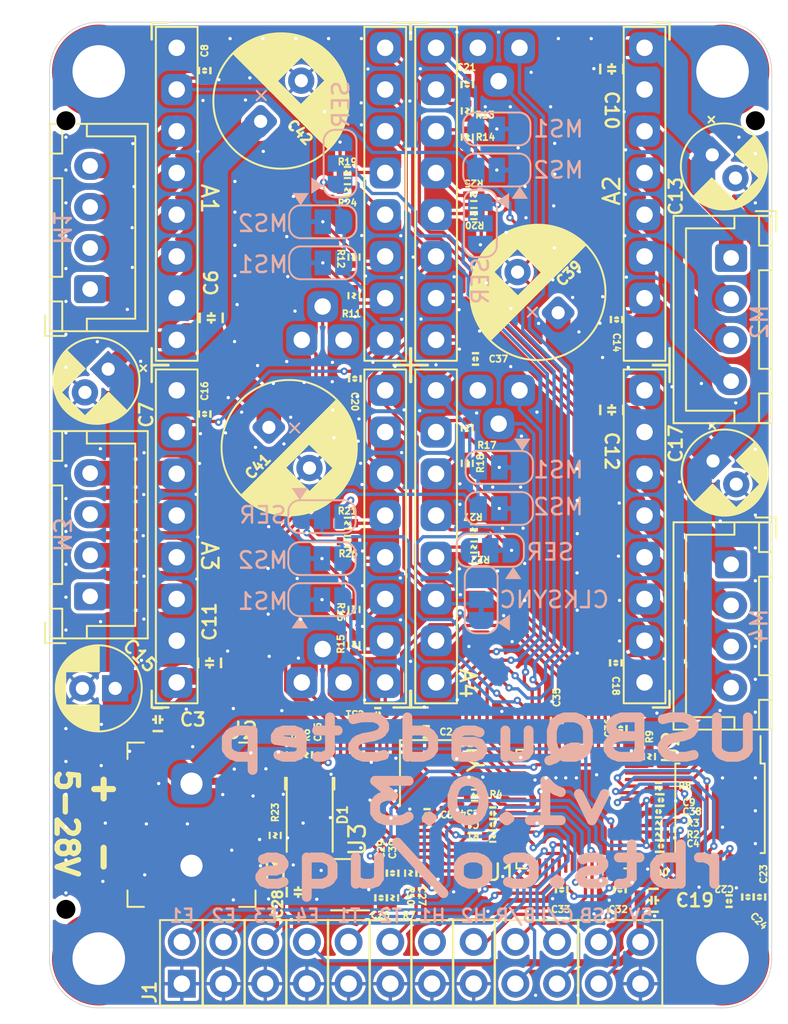
<source format=kicad_pcb>
(kicad_pcb (version 20210722) (generator pcbnew)
  (layers (0 "F.Cu" signal) (31 "B.Cu" signal) (34 "B.Paste" user) (35 "F.Paste" user) (36 "B.SilkS" user "B.Silkscreen") (37 "F.SilkS" user "F.Silkscreen") (38 "B.Mask" user) (39 "F.Mask" user) (44 "Edge.Cuts" user))
  (net 0 "")
  (net 1 "+3V3")
  (net 2 "Net-(A1-Pad2)")
  (net 3 "Net-(A1-Pad3)")
  (net 4 "SER1")
  (net 5 "STEP1")
  (net 6 "DIR1")
  (net 7 "GND")
  (net 8 "VM")
  (net 9 "DIAG1")
  (net 10 "INDEX1")
  (net 11 "+1V1")
  (net 12 "Net-(C2-Pad1)")
  (net 13 "+5V")
  (net 14 "USB-")
  (net 15 "USB+")
  (net 16 "Net-(R2-Pad1)")
  (net 17 "Net-(R3-Pad1)")
  (net 18 "Net-(R4-Pad1)")
  (net 19 "SWDCLK")
  (net 20 "SWDIO")
  (net 21 "Net-(A1-Pad4)")
  (net 22 "Net-(A1-Pad11)")
  (net 23 "SER2")
  (net 24 "STEP2")
  (net 25 "DIR2")
  (net 26 "Net-(A1-Pad12)")
  (net 27 "DRV_CLK")
  (net 28 "Net-(A1-Pad13)")
  (net 29 "Net-(A1-Pad14)")
  (net 31 "Net-(A2-Pad4)")
  (net 32 "Net-(A2-Pad11)")
  (net 33 "Net-(A2-Pad12)")
  (net 34 "DIAG2")
  (net 35 "INDEX2")
  (net 36 "Net-(A2-Pad13)")
  (net 37 "Net-(A2-Pad14)")
  (net 38 "SER3")
  (net 39 "STEP3")
  (net 40 "DIR3")
  (net 41 "DIAG3")
  (net 42 "INDEX3")
  (net 44 "Net-(A3-Pad2)")
  (net 45 "SER4")
  (net 46 "STEP4")
  (net 47 "DIR4")
  (net 48 "DIAG4")
  (net 49 "INDEX4")
  (net 50 "Net-(A3-Pad3)")
  (net 51 "Net-(U1-Pad51)")
  (net 52 "Net-(A3-Pad4)")
  (net 53 "Net-(U1-Pad53)")
  (net 54 "Net-(U1-Pad54)")
  (net 55 "Net-(U1-Pad55)")
  (net 56 "Net-(A3-Pad11)")
  (net 57 "Net-(A3-Pad12)")
  (net 58 "Net-(A3-Pad13)")
  (net 59 "Net-(A3-Pad14)")
  (net 61 "Net-(A4-Pad2)")
  (net 62 "Net-(A4-Pad3)")
  (net 63 "Net-(A4-Pad4)")
  (net 64 "Net-(A4-Pad11)")
  (net 65 "Net-(A4-Pad12)")
  (net 66 "MEAS_VM")
  (net 67 "/stepper_clk")
  (net 68 "RESET")
  (net 69 "Net-(R9-Pad1)")
  (net 70 "ESTOP1")
  (net 71 "ESTOP2")
  (net 72 "ESTOP3")
  (net 73 "ESTOP4")
  (net 74 "HEAT1")
  (net 75 "HEAT2")
  (net 76 "MEAS_TEMP1")
  (net 77 "MEAS_TEMP2")
  (net 78 "~USB_BOOT")
  (net 79 "Net-(A4-Pad13)")
  (net 80 "Net-(A4-Pad14)")
  (net 82 "Net-(C5-Pad1)")
  (net 83 "Net-(JP2-Pad2)")
  (net 84 "Net-(JP3-Pad2)")
  (net 85 "Net-(JP4-Pad2)")
  (net 86 "Net-(JP5-Pad2)")
  (net 87 "Net-(JP6-Pad2)")
  (net 88 "Net-(JP7-Pad2)")
  (net 89 "Net-(JP8-Pad2)")
  (net 90 "Net-(JP9-Pad2)")
  (net 91 "Net-(R8-Pad2)")
  (net 92 "Net-(D2-PadA)")
  (net 93 "Net-(A1-Pad5)")
  (net 94 "Net-(A2-Pad5)")
  (net 95 "Net-(A3-Pad5)")
  (net 96 "Net-(A4-Pad5)")
  (net 97 "Net-(R13-Pad2)")
  (net 98 "Net-(R14-Pad2)")
  (net 99 "Net-(R24-Pad1)")
  (net 100 "Net-(R19-Pad1)")
  (net 101 "Net-(R25-Pad1)")
  (net 102 "Net-(R26-Pad1)")
  (net 103 "Net-(R21-Pad1)")
  (net 104 "Net-(R27-Pad1)")
  (net 105 "Net-(R22-Pad1)")
  (net 106 "Net-(JP11-Pad3)")
  (footprint "Resistor_SMD:1005_C" (layer "F.Cu") (at 113.75 99.5 -90)
    (fp_text reference "R23")
    (fp_text value "1k")
  )
  (footprint "Resistor_SMD:1005_C" (layer "F.Cu") (at 118.55 87.9 -90)
    (fp_text reference "R15")
    (fp_text value "10k")
  )
  (footprint "Connector_JST:JST_XH_B4B-XH-A_1x04_P2.50mm_Vertical" (layer "F.Cu") (at 102.475 84.95 90)
    (fp_text reference "M3")
    (fp_text value "Bipolar_Stepper_Motor_A1A2B2B1")
  )
  (footprint "Capacitor_SMD:1005_C" (layer "F.Cu") (at 122.95 93.2)
    (fp_text reference "C2")
    (fp_text value "27pF C0G 50V")
  )
  (footprint "Capacitor_SMD:1005_C" (layer "F.Cu") (at 127 98.15 180)
    (fp_text reference "C34")
    (fp_text value "0.1uF")
  )
  (footprint "Resistor_SMD:1005_C" (layer "F.Cu") (at 118.55 66.65 -90)
    (fp_text reference "R11")
    (fp_text value "10k")
  )
  (footprint "Resistor_SMD:1005_C" (layer "F.Cu") (at 118.15 80.5)
    (fp_text reference "R21")
    (fp_text value "1k")
  )
  (footprint "Capacitor_SMD:1005_C" (layer "F.Cu") (at 120 92.1 180)
    (fp_text reference "C31")
    (fp_text value "0.1uF")
  )
  (footprint "Module:BigTreeTech_TMC2209_v1.2" (layer "F.Cu") (at 129.9 60.45)
    (fp_text reference "A2")
    (fp_text value "Makerbase MKS TMC2209 v2.0")
  )
  (footprint "LED_SMD:1608_C_KA" (layer "F.Cu") (at 113.75 101.3 -90)
    (fp_text reference "D2" hide)
    (fp_text value "PWR")
  )
  (footprint "Capacitor_SMD:2012_C" (layer "F.Cu") (at 106.6 92.45)
    (fp_text reference "C3")
    (fp_text value "1uF")
  )
  (footprint "Resistor_SMD:1005_C" (layer "F.Cu") (at 115.65 94.6 90)
    (fp_text reference "R6")
    (fp_text value "10k")
  )
  (footprint "Capacitor_SMD:2012_C" (layer "F.Cu") (at 134.25 52.85 -90)
    (fp_text reference "C10")
    (fp_text value "1uF")
  )
  (footprint "Capacitor_SMD:1005_C" (layer "F.Cu") (at 137.1 100.85)
    (fp_text reference "C40")
    (fp_text value "10uF")
  )
  (footprint "MountingHole:MountingHole_3.2mm_M3_ISO7380_Pad_TopOnly" (layer "F.Cu") (at 103 53)
    (fp_text reference "H4" hide)
    (fp_text value "MOUNT_HOLE" hide)
  )
  (footprint "Capacitor_SMD:1005_C" (layer "F.Cu") (at 134.5 89 -90)
    (fp_text reference "C18")
    (fp_text value "0.1uF")
  )
  (footprint "Resistor_SMD:1005_C" (layer "F.Cu") (at 125.45 76.85 90)
    (fp_text reference "R18")
    (fp_text value "10k")
  )
  (footprint "Package_TO_SOT_SMD:SOT-23" (layer "F.Cu") (at 117.8 102.5 180)
    (fp_text reference "U3")
    (fp_text value "XC6206P332MR")
  )
  (footprint "Connector_JST:JST_XH_B4B-XH-A_1x04_P2.50mm_Vertical" (layer "F.Cu") (at 102.475 66.25 90)
    (fp_text reference "M1")
    (fp_text value "Bipolar_Stepper_Motor_A1A2B2B1")
  )
  (footprint "Capacitor_SMD:1005_C" (layer "F.Cu") (at 131.2 102.8 -90)
    (fp_text reference "C33")
    (fp_text value "0.1uF")
  )
  (footprint "Resistor_SMD:1005_C" (layer "F.Cu") (at 120.9 103.3 -90)
    (fp_text reference "R7")
    (fp_text value "10k")
  )
  (footprint "Capacitor_SMD:1005_C" (layer "F.Cu") (at 137.25 97.35)
    (fp_text reference "C9")
    (fp_text value "0.1uF")
  )
  (footprint "Resistor_SMD:1005_C" (layer "F.Cu") (at 137.1 96.65 180)
    (fp_text reference "R8")
    (fp_text value "1k")
  )
  (footprint "MountingHole:ToolingHole_JLCPCB_1.152mm" (layer "F.Cu") (at 143 56)
    (fp_text reference "FD3" hide)
    (fp_text value "FIDUCIAL_MARKER" hide)
  )
  (footprint "Package_DFN_QFN:QFN-56-1EP_7x7mm_P0.4mm_EP3.2x3.2mm" (layer "F.Cu") (at 132.05 97.9 -90)
    (fp_text reference "U1")
    (fp_text value "RP2040")
  )
  (footprint "Capacitor_SMD:1005_C" (layer "F.Cu") (at 134.55 68.1 -90)
    (fp_text reference "C14")
    (fp_text value "0.1uF")
  )
  (footprint "Capacitor_SMD:1005_C" (layer "F.Cu") (at 141.4 103.5 180)
    (fp_text reference "C22")
    (fp_text value "0.1uF")
  )
  (footprint "Resistor_SMD:1005_C" (layer "F.Cu") (at 137.1 99.45)
    (fp_text reference "R2")
    (fp_text value "22")
  )
  (footprint "Capacitor_SMD:1005_C" (layer "F.Cu") (at 143.25 103.25 -90)
    (fp_text reference "C23")
    (fp_text value "10uF")
  )
  (footprint "Capacitor_SMD:2012_C" (layer "F.Cu") (at 109.75 89 90)
    (fp_text reference "C11")
    (fp_text value "1uF")
  )
  (footprint "Capacitor_SMD:2012_C" (layer "F.Cu") (at 134.25 73.6 -90)
    (fp_text reference "C12")
    (fp_text value "1uF")
  )
  (footprint "Capacitor_THT:CP_Radial_D5.0mm_P2.00mm" (layer "F.Cu") (at 104 90.55 180)
    (fp_text reference "C15")
    (fp_text value "47uF 35V")
  )
  (footprint "Resistor_SMD:1005_C" (layer "F.Cu") (at 118.15 59.15)
    (fp_text reference "R19")
    (fp_text value "1k")
  )
  (footprint "Resistor_SMD:1005_C" (layer "F.Cu") (at 118.55 85.75 -90)
    (fp_text reference "R16")
    (fp_text value "10k")
  )
  (footprint "Resistor_SMD:1005_C" (layer "F.Cu") (at 125.45 74.7 90)
    (fp_text reference "R17")
    (fp_text value "10k")
  )
  (footprint "Symbol:Dummy_01x08_2.54mm_header" (layer "F.Cu") (at 120.45 81.3)
    (fp_text reference "J3" hide)
    (fp_text value "MODHEADER" hide)
  )
  (footprint "TerminalBlock:Ningbo_Kangnex_Electric_WJ126V-5.0-2P" (layer "F.Cu") (at 108.65 98.85 -90)
    (fp_text reference "J2")
    (fp_text value "Vin")
  )
  (footprint "Resistor_SMD:1005_C" (layer "F.Cu") (at 125.85 61.65 180)
    (fp_text reference "R20")
    (fp_text value "1k")
  )
  (footprint "Capacitor_THT:CP_Radial_D5.0mm_P2.00mm" (layer "F.Cu") (at 140.374634 58.074634 -45)
    (fp_text reference "C13")
    (fp_text value "47uF 35V")
  )
  (footprint "Symbol:Dummy_01x08_2.54mm_header" (layer "F.Cu") (at 136.25 81.3)
    (fp_text reference "J7" hide)
    (fp_text value "MODHEADER" hide)
  )
  (footprint "Resistor_SMD:1005_C" (layer "F.Cu") (at 114.8 94.6 90)
    (fp_text reference "R5")
    (fp_text value "100k")
  )
  (footprint "Resistor_SMD:1005_C" (layer "F.Cu") (at 127 99.55 180)
    (fp_text reference "R1")
    (fp_text value "1k")
  )
  (footprint "Capacitor_THT:CP_Radial_D8.0mm_P3.50mm" (layer "F.Cu") (at 114.6 75.9 -45)
    (fp_text reference "C41")
    (fp_text value "100uF 35V")
  )
  (footprint "Capacitor_SMD:2012_C" (layer "F.Cu") (at 109.85 68 90)
    (fp_text reference "C6")
    (fp_text value "1uF")
  )
  (footprint "Capacitor_SMD:1005_C" (layer "F.Cu") (at 109.45 52.95 90)
    (fp_text reference "C8")
    (fp_text value "0.1uF")
  )
  (footprint "Resistor_SMD:1005_C" (layer "F.Cu") (at 118.15 60.2)
    (fp_text reference "R24")
    (fp_text value "0")
  )
  (footprint "Capacitor_SMD:1005_C" (layer "F.Cu") (at 120.2 101.8 -90)
    (fp_text reference "C29")
    (fp_text value "0.1uF")
  )
  (footprint "Module:BigTreeTech_TMC2209_v1.2" (layer "F.Cu") (at 114.1 81.3 180)
    (fp_text reference "A3")
    (fp_text value "Makerbase MKS TMC2209 v2.0")
  )
  (footprint "Resistor_SMD:1005_C" (layer "F.Cu") (at 125.9 97.05 180)
    (fp_text reference "R4")
    (fp_text value "1k")
  )
  (footprint "Capacitor_SMD:1005_C" (layer "F.Cu") (at 118.6 71.7 -90)
    (fp_text reference "C20")
    (fp_text value "0.1uF")
  )
  (footprint "Capacitor_SMD:1005_C" (layer "F.Cu") (at 122.7 101.8 -90)
    (fp_text reference "C27")
    (fp_text value "0.1uF")
  )
  (footprint "Capacitor_SMD:2012_C" (layer "F.Cu") (at 115.15 102.95 -90)
    (fp_text reference "C28")
    (fp_text value "1uF")
  )
  (footprint "Capacitor_SMD:1005_C" (layer "F.Cu") (at 125.45 53.8 -90)
    (fp_text reference "C21")
    (fp_text value "0.1uF")
  )
  (footprint "Resistor_SMD:1005_C" (layer "F.Cu") (at 137.1 98.75)
    (fp_text reference "R3")
    (fp_text value "22")
  )
  (footprint "Symbol:Dummy_01x08_2.54mm_header" (layer "F.Cu") (at 107.75 60.45)
    (fp_text reference "J8" hide)
    (fp_text value "MODHEADER" hide)
  )
  (footprint "Resistor_SMD:1005_C" (layer "F.Cu") (at 136.55 94.7 90)
    (fp_text reference "R9")
    (fp_text value "10k")
  )
  (footprint "Capacitor_THT:CP_Radial_D5.0mm_P2.00mm" (layer "F.Cu") (at 103.572366 71.120634 -135)
    (fp_text reference "C7")
    (fp_text value "47uF 35V")
  )
  (footprint "Module:BigTreeTech_TMC2209_v1.2" (layer "F.Cu") (at 114.1 60.45 180)
    (fp_text reference "A1")
    (fp_text value "Makerbase MKS TMC2209 v2.0")
  )
  (footprint "Symbol:Dummy_01x08_2.54mm_header" (layer "F.Cu") (at 123.55 60.45)
    (fp_text reference "J10" hide)
    (fp_text value "MODHEADER" hide)
  )
  (footprint "Capacitor_SMD:1005_C" (layer "F.Cu") (at 137.1 98.05)
    (fp_text reference "C38")
    (fp_text value "0.1uF")
  )
  (footprint "MountingHole:MountingHole_3.2mm_M3_ISO7380_Pad_TopOnly" (layer "F.Cu") (at 141 107)
    (fp_text reference "H2" hide)
    (fp_text value "MOUNT_HOLE" hide)
  )
  (footprint "Resistor_SMD:1005_C" (layer "F.Cu") (at 122 101.8 -90)
    (fp_text reference "R10")
    (fp_text value "10k")
  )
  (footprint "Symbol:Dummy_01x08_2.54mm_header" (layer "F.Cu") (at 120.45 60.45)
    (fp_text reference "J5" hide)
    (fp_text value "MODHEADER" hide)
  )
  (footprint "Symbol:Dummy_01x08_2.54mm_header" (layer "F.Cu") (at 123.55 81.3)
    (fp_text reference "J4" hide)
    (fp_text value "MODHEADER" hide)
  )
  (footprint "Diode_SMD:DO-214AC_KA" (layer "F.Cu") (at 115.85 98.25 -90)
    (fp_text reference "D1")
    (fp_text value "40V 5A 550mV")
  )
  (footprint "Capacitor_SMD:1005_C" (layer "F.Cu") (at 130.9 92.5 90)
    (fp_text reference "C35")
    (fp_text value "0.1uF")
  )
  (footprint "MountingHole:MountingHole_3.2mm_M3_ISO7380_Pad_TopOnly" (layer "F.Cu") (at 141 53)
    (fp_text reference "H3" hide)
    (fp_text value "MOUNT_HOLE" hide)
  )
  (footprint "Capacitor_SMD:1005_C" (layer "F.Cu") (at 116.35 94.6 90)
    (fp_text reference "C25")
    (fp_text value "0.1uF")
  )
  (footprint "Capacitor_SMD:1005_C" (layer "F.Cu") (at 123 98.25 180)
    (fp_text reference "C5")
    (fp_text value "27pF C0G 50V")
  )
  (footprint "Capacitor_SMD:1005_C" (layer "F.Cu") (at 125.95 70.5)
    (fp_text reference "C37")
    (fp_text value "0.1uF")
  )
  (footprint "Capacitor_SMD:1005_C" (layer "F.Cu") (at 120.2 103.3 -90)
    (fp_text reference "C26")
    (fp_text value "0.1uF")
  )
  (footprint "Resistor_SMD:1005_C" (layer "F.Cu") (at 125.85 80.9 180)
    (fp_text reference "R27")
    (fp_text value "0")
  )
  (footprint "Resistor_SMD:1005_C" (layer "F.Cu") (at 118.15 81.6)
    (fp_text reference "R26")
    (fp_text value "0")
  )
  (footprint "Resistor_SMD:1005_C" (layer "F.Cu") (at 125.45 57 90)
    (fp_text reference "R14")
    (fp_text value "10k")
  )
  (footprint "Module:BigTreeTech_TMC2209_v1.2" (layer "F.Cu") (at 129.9 81.3)
    (fp_text reference "A4")
    (fp_text value "Makerbase MKS TMC2209 v2.0")
  )
  (footprint "Resistor_SMD:1005_C" (layer "F.Cu") (at 125.85 81.95 180)
    (fp_text reference "R22")
    (fp_text value "1k")
  )
  (footprint "MountingHole:ToolingHole_JLCPCB_1.152mm" (layer "F.Cu") (at 101 56)
    (fp_text reference "FD2" hide)
    (fp_text value "FIDUCIAL_MARKER" hide)
  )
  (footprint "Resistor_SMD:1005_C" (layer "F.Cu") (at 125.45 55.4 90)
    (fp_text reference "R13")
    (fp_text value "10k")
  )
  (footprint "Resistor_SMD:1005_C" (layer "F.Cu") (at 125.85 60.55 180)
    (fp_text reference "R25")
    (fp_text value "0")
  )
  (footprint "Crystal:Crystal_SMD_3225-4Pin_3.2x2.5mm" (layer "F.Cu") (at 123 95.7 -90)
    (fp_text reference "Y1")
    (fp_text value "12MHz")
  )
  (footprint "Capacitor_SMD:1005_C" (layer "F.Cu") (at 109.45 73.85 90)
    (fp_text reference "C16")
    (fp_text value "0.1uF")
  )
  (footprint "MountingHole:ToolingHole_JLCPCB_1.152mm" (layer "F.Cu") (at 101 104)
    (fp_text reference "FD1" hide)
    (fp_text value "FIDUCIAL_MARKER" hide)
  )
  (footprint "Resistor_SMD:1005_C" (layer "F.Cu") (at 118.55 64.3 -90)
    (fp_text reference "R12")
    (fp_text value "10k")
  )
  (footprint "Capacitor_SMD:1005_C" (layer "F.Cu") (at 134.75 102.8 -90)
    (fp_text reference "C32")
    (fp_text value "0.1uF")
  )
  (footprint "Capacitor_THT:CP_Radial_D8.0mm_P3.50mm" (layer "F.Cu") (at 129.75 66.45 135)
    (fp_text reference "C39")
    (fp_text value "100uF 35V")
  )
  (footprint "Capacitor_SMD:1005_C" (layer "F.Cu") (at 120.9 101.8 -90)
    (fp_text reference "C30")
    (fp_text value "10uF")
  )
  (footprint "Capacitor_SMD:1005_C" (layer "F.Cu") (at 137.25 100.15)
    (fp_text reference "C4")
    (fp_text value "10uF")
  )
  (footprint "Connector_JST:JST_XH_B4B-XH-A_1x04_P2.50mm_Vertical" (layer "F.Cu") (at 141.525 83 -90)
    (fp_text reference "M4")
    (fp_text value "Bipolar_Stepper_Motor_A1A2B2B1")
  )
  (footprint "Symbol:Dummy_01x08_2.54mm_header" (layer "F.Cu") (at 136.25 60.45)
    (fp_text reference "J6" hide)
    (fp_text value "MODHEADER" hide)
  )
  (footprint "MountingHole:MountingHole_3.2mm_M3_ISO7380_Pad_TopOnly" (layer "F.Cu") (at 103 107)
    (fp_text reference "H1" hide)
    (fp_text value "MOUNT_HOLE" hide)
  )
  (footprint "Capacitor_THT:CP_Radial_D5.0mm_P2.00mm" (layer "F.Cu") (at 140.422634 76.708634 -45)
    (fp_text reference "C17")
    (fp_text value "47uF 35V")
  )
  (footprint "Package_SO:SOIC-8_5.23x5.23mm_P1.27mm" (layer "F.Cu") (at 140.85 97.85 -90)
    (fp_text reference "U2")
    (fp_text value "W25Q128JVS")
  )
  (footprint "Capacitor_SMD:2012_C" (layer "F.Cu") (at 136.8 103.45)
    (fp_text reference "C19")
    (fp_text value "1uF")
  )
  (footprint "Connector_JST:JST_XH_B4B-XH-A_1x04_P2.50mm_Vertical" (layer "F.Cu") (at 141.525 64.35 -90)
    (fp_text reference "M2")
    (fp_text value "Bipolar_Stepper_Motor_A1A2B2B1")
  )
  (footprint "Capacitor_SMD:1005_C" (layer "F.Cu") (at 134.8 93 90)
    (fp_text reference "C36")
    (fp_text value "0.1uF")
  )
  (footprint "Capacitor_SMD:1005_C" (layer "F.Cu") (at 127 98.85 180)
    (fp_text reference "C1")
    (fp_text value "0.1uF")
  )
  (footprint "Capacitor_SMD:1005_C" (layer "F.Cu") (at 142.55 103.25 -90)
    (fp_text reference "C24")
    (fp_text value "10uF")
  )
  (footprint "Connector_PinHeader_2.54mm:PinHeader_2x12_P2.54mm_Vertical" (layer "F.Cu") (at 108.060001 108.525 90)
    (fp_text reference "J1")
    (fp_text value "GPIO")
  )
  (footprint "Capacitor_THT:CP_Radial_D8.0mm_P3.50mm" (layer "F.Cu") (at 114.1 54.8 45)
    (fp_text reference "C42")
    (fp_text value "100uF 35V")
  )
  (footprint "Symbol:Dummy_01x08_2.54mm_header" (layer "F.Cu") (at 107.75 81.3)
    (fp_text reference "J9" hide)
    (fp_text value "MODHEADER" hide)
  )
  (footprint "Jumper:SolderJumper-3_P1.3mm_Bridged12_RoundedPad1.0x1.5mm_NumberLabels" (layer "B.Cu") (at 117.7 58.6 90)
    (fp_text reference "JP10")
    (fp_text value "SER")
  )
  (footprint "Jumper:SolderJumper-3_P1.3mm_Bridged12_RoundedPad1.0x1.5mm_NumberLabels" (layer "B.Cu") (at 116.65 64.65)
    (fp_text reference "JP2")
    (fp_text value "MS1")
  )
  (footprint "Jumper:SolderJumper-3_P1.3mm_Bridged12_RoundedPad1.0x1.5mm_NumberLabels" (layer "B.Cu") (at 126.85 82.15 180)
    (fp_text reference "JP13")
    (fp_text value "SER")
  )
  (footprint "Jumper:SolderJumper-3_P1.3mm_Bridged12_RoundedPad1.0x1.5mm_NumberLabels" (layer "B.Cu") (at 127.4 77.1 180)
    (fp_text reference "JP8")
    (fp_text value "MS1")
  )
  (footprint "Jumper:SolderJumper-3_P1.3mm_Bridged12_RoundedPad1.0x1.5mm_NumberLabels" (layer "B.Cu") (at 126.25 62.25 -90)
    (fp_text reference "JP11")
    (fp_text value "SER")
  )
  (footprint "Jumper:SolderJumper-3_P1.3mm_Bridged12_RoundedPad1.0x1.5mm_NumberLabels" (layer "B.Cu") (at 127.4 79.6 180)
    (fp_text reference "JP9")
    (fp_text value "MS2")
  )
  (footprint "Jumper:SolderJumper-3_P1.3mm_Bridged12_RoundedPad1.0x1.5mm_NumberLabels" (layer "B.Cu") (at 127.25 56.5 180)
    (fp_text reference "JP4")
    (fp_text value "MS1")
  )
  (footprint "Jumper:SolderJumper-3_P1.3mm_Bridged12_RoundedPad1.0x1.5mm_NumberLabels" (layer "B.Cu") (at 116.6 80.1)
    (fp_text reference "JP12")
    (fp_text value "SER")
  )
  (footprint "Jumper:SolderJumper-3_P1.3mm_Bridged12_RoundedPad1.0x1.5mm_NumberLabels" (layer "B.Cu") (at 116.65 62.15)
    (fp_text reference "JP3")
    (fp_text value "MS2")
  )
  (footprint "Jumper:SolderJumper-3_P1.3mm_Bridged12_RoundedPad1.0x1.5mm_NumberLabels" (layer "B.Cu") (at 127.25 59 180)
    (fp_text reference "JP5")
    (fp_text value "MS2")
  )
  (footprint "Jumper:SolderJumper-3_P1.3mm_Bridged12_RoundedPad1.0x1.5mm_NumberLabels" (layer "B.Cu") (at 116.6 85.15)
    (fp_text reference "JP6")
    (fp_text value "MS1")
  )
  (footprint "Jumper:SolderJumper-3_P1.3mm_Bridged12_RoundedPad1.0x1.5mm_NumberLabels" (layer "B.Cu") (at 116.6 82.65)
    (fp_text reference "JP7")
    (fp_text value "MS2")
  )
  (footprint "Jumper:SolderJumper-3_P1.3mm_Bridged12_RoundedPad1.0x1.5mm_NumberLabels" (layer "B.Cu") (at 126.3 85.15 90)
    (fp_text reference "JP1")
    (fp_text value "CLKSYNC")
  )
  (gr_poly (pts (xy 129.15 60.75) (xy 128.15 60.75) (xy 128.65 60)) (layer "B.SilkS") (width 0) (fill solid))
  (gr_poly (pts (xy 115.95 60.449999) (xy 115.95 59.450001) (xy 116.7 59.95)) (layer "B.SilkS") (width 0) (fill solid))
  (gr_poly (pts (xy 115.750001 86.9) (xy 114.750001 86.9) (xy 115.25 86.15)) (layer "B.SilkS") (width 0) (fill solid))
  (gr_poly (pts (xy 114.749999 78.35) (xy 115.749999 78.35) (xy 115.25 79.1)) (layer "B.SilkS") (width 0) (fill solid))
  (gr_poly (pts (xy 128.300001 75.35) (xy 129.299999 75.35) (xy 128.8 76.1)) (layer "B.SilkS") (width 0) (fill solid))
  (gr_poly (pts (xy 128.05 86.049999) (xy 128.05 87.049999) (xy 127.3 86.55)) (layer "B.SilkS") (width 0) (fill solid))
  (gr_poly (pts (xy 114.799999 60.4) (xy 115.799999 60.4) (xy 115.3 61.15)) (layer "B.SilkS") (width 0) (fill solid))
  (gr_poly (pts (xy 128.750001 83.9) (xy 127.750001 83.9) (xy 128.25 83.15)) (layer "B.SilkS") (width 0) (fill solid))
  (gr_poly (pts (xy 128 60.400001) (xy 128 61.399999) (xy 127.25 60.9)) (layer "B.SilkS") (width 0) (fill solid))
  (gr_line (start 114.427 109.855) (end 114.427 104.648) (layer "F.SilkS") (width 0.15))
  (gr_line (start 132.207 109.855) (end 132.207 104.648) (layer "F.SilkS") (width 0.15))
  (gr_line (start 109.330001 104.648) (end 109.330001 109.855) (layer "F.SilkS") (width 0.15))
  (gr_line (start 116.967 104.648) (end 116.967 109.855) (layer "F.SilkS") (width 0.15))
  (gr_line (start 122.047 109.855) (end 122.047 104.648) (layer "F.SilkS") (width 0.15))
  (gr_line (start 124.587 104.648) (end 124.587 109.855) (layer "F.SilkS") (width 0.15))
  (gr_line (start 127.127 104.648) (end 127.127 109.855) (layer "F.SilkS") (width 0.15))
  (gr_line (start 111.887 104.648) (end 111.887 109.855) (layer "F.SilkS") (width 0.15))
  (gr_line (start 119.507 109.855) (end 119.507 104.648) (layer "F.SilkS") (width 0.15))
  (gr_line (start 141 50) (end 103 50) (layer "Edge.Cuts") (width 0.05))
  (gr_arc (start 141 107) (end 141 110) (angle -90) (layer "Edge.Cuts") (width 0.05))
  (gr_arc (start 103 53) (end 100 53) (angle 90) (layer "Edge.Cuts") (width 0.05))
  (gr_arc (start 141 53) (end 144 53) (angle -90) (layer "Edge.Cuts") (width 0.05))
  (gr_line (start 144 107) (end 144 53) (layer "Edge.Cuts") (width 0.05))
  (gr_line (start 100 53) (end 100 107) (layer "Edge.Cuts") (width 0.05))
  (gr_line (start 103 110) (end 141 110) (layer "Edge.Cuts") (width 0.05))
  (gr_arc (start 103 107) (end 103 110) (angle 90) (layer "Edge.Cuts") (width 0.05))
  (gr_text "T2" (at 120.777 104.394) (layer "B.SilkS") (effects (font (size 0.8 0.8)) (justify mirror)))
  (gr_text "E2" (at 110.617 104.394) (layer "B.SilkS") (effects (font (size 0.8 0.8)) (justify mirror)))
  (gr_text "C/I" (at 130.937 104.394) (layer "B.SilkS") (effects (font (size 0.8 0.8)) (justify mirror)))
  (gr_text "E4" (at 115.697 104.394) (layer "B.SilkS") (effects (font (size 0.8 0.8)) (justify mirror)))
  (gr_text "H1" (at 123.317 104.394) (layer "B.SilkS") (effects (font (size 0.8 0.8)) (justify mirror)))
  (gr_text "H2" (at 125.857 104.394) (layer "B.SilkS") (effects (font (size 0.8 0.8)) (justify mirror)))
  (gr_text "5V" (at 136.017 104.394) (layer "B.SilkS") (effects (font (size 0.8 0.8)) (justify mirror)))
  (gr_text "E3\n" (at 113.157 104.394) (layer "B.SilkS") (effects (font (size 0.8 0.8)) (justify mirror)))
  (gr_text "USBQuadStep\nv1.0.3\nrbts.co/uqs" (at 126.75 97.5) (layer "B.SilkS") (effects (font (size 2.4 3.3) (thickness 0.6)) (justify mirror)))
  (gr_text "T1" (at 118.237 104.394) (layer "B.SilkS") (effects (font (size 0.8 0.8)) (justify mirror)))
  (gr_text "USB" (at 133.477 104.394) (layer "B.SilkS") (effects (font (size 0.8 0.8)) (justify mirror)))
  (gr_text "B/R" (at 128.397 104.394) (layer "B.SilkS") (effects (font (size 0.8 0.8)) (justify mirror)))
  (gr_text "E1" (at 108.077 104.394) (layer "B.SilkS") (effects (font (size 0.8 0.8)) (justify mirror)))
  (gr_text "5-28V" (at 101.05 98.75 270) (layer "F.SilkS") (effects (font (size 1.3 1.3) (thickness 0.325))))
  (gr_text "+  -" (at 103.4 98.75 270) (layer "F.SilkS") (effects (font (size 1.5 1.5) (thickness 0.375))))
  (segment (start 130.9 92.95) (end 130.9 93.239012) (width 0.2) (layer "F.Cu") (net 1))
  (segment (start 136.25 66.8) (end 135.4 67.65) (width 0.2) (layer "F.Cu") (net 1))
  (segment (start 125.390499 99.55) (end 126.55 99.55) (width 0.2) (layer "F.Cu") (net 1))
  (segment (start 134.75 102.35) (end 134.75 102.28) (width 0.2) (layer "F.Cu") (net 1))
  (segment (start 133.95 97.628) (end 134.422 98.1) (width 0.2) (layer "F.Cu") (net 1))
  (segment (start 124.529383 99.998961) (end 123.729453 99.199031) (width 0.2) (layer "F.Cu") (net 1))
  (segment (start 125.5 70.5) (end 125.46 70.5) (width 0.2) (layer "F.Cu") (net 1))
  (segment (start 134.75 102.35) (end 134.45 102.35) (width 0.2) (layer "F.Cu") (net 1))
  (segment (start 108.45 53.4) (end 107.75 54.1) (width 0.2) (layer "F.Cu") (net 1))
  (segment (start 135.4875 98.1) (end 136.6 98.1) (width 0.2) (layer "F.Cu") (net 1))
  (segment (start 133.66548 95.19952) (end 133.95 95.48404) (width 0.2) (layer "F.Cu") (net 1))
  (segment (start 136.55 94.25) (end 135.9 94.9) (width 0.2) (layer "F.Cu") (net 1))
  (segment (start 134.65 94.4625) (end 134.65 94.995682) (width 0.2) (layer "F.Cu") (net 1))
  (segment (start 120.45 92.1) (end 120.129501 92.420499) (width 0.2) (layer "F.Cu") (net 1))
  (segment (start 134.9 100.1) (end 135.4875 100.1) (width 0.2) (layer "F.Cu") (net 1))
  (segment (start 125.45 53.35) (end 125.34 53.35) (width 0.2) (layer "F.Cu") (net 1))
  (segment (start 121.00048 102.74952) (end 120.9 102.85) (width 0.2) (layer "F.Cu") (net 1))
  (segment (start 136.28 100.85) (end 136.65 100.85) (width 0.2) (layer "F.Cu") (net 1))
  (segment (start 134.869 100.1) (end 134.9 100.1) (width 0.2) (layer "F.Cu") (net 1))
  (segment (start 118.6 71.25) (end 118.6 71.05) (width 0.2) (layer "F.Cu") (net 1))
  (segment (start 134.422 98.1) (end 135.4875 98.1) (width 0.2) (layer "F.Cu") (net 1))
  (segment (start 142.755 102.595) (end 142.55 102.8) (width 0.2) (layer "F.Cu") (net 1))
  (segment (start 135.4 67.65) (end 134.55 67.65) (width 0.2) (layer "F.Cu") (net 1))
  (segment (start 120.2 101.35) (end 118.9375 101.35) (width 0.2) (layer "F.Cu") (net 1))
  (segment (start 131.253838 95.19952) (end 133.66548 95.19952) (width 0.2) (layer "F.Cu") (net 1))
  (segment (start 134.65 93.6) (end 134.8 93.45) (width 0.2) (layer "F.Cu") (net 1))
  (segment (start 134.75048 98.703838) (end 134.75048 99.95048) (width 0.2) (layer "F.Cu") (net 1))
  (segment (start 134.954318 98.5) (end 134.75048 98.703838) (width 0.2) (layer "F.Cu") (net 1))
  (segment (start 133.95 97.308) (end 133.95 97.628) (width 0.2) (layer "F.Cu") (net 1))
  (segment (start 119.55 100.75) (end 119.6 100.75) (width 0.2) (layer "F.Cu") (net 1))
  (segment (start 125.390499 98.590499) (end 125.390499 99.55) (width 0.2) (layer "F.Cu") (net 1))
  (segment (start 134.5 88.55) (end 135.952827 88.55) (width 0.2) (layer "F.Cu") (net 1))
  (segment (start 134.745202 94.90048) (end 134.65 94.995682) (width 0.2) (layer "F.Cu") (net 1))
  (segment (start 134.75 102.28) (end 136.18 100.85) (width 0.2) (layer "F.Cu") (net 1))
  (segment (start 131.253838 95.19952) (end 129.65048 95.19952) (width 0.2) (layer "F.Cu") (net 1))
  (segment (start 127.45 98.15) (end 127.395682 98.15) (width 0.2) (layer "F.Cu") (net 1))
  (segment (start 134.869 100.501) (end 134.73 100.362) (width 0.2) (layer "F.Cu") (net 1))
  (segment (start 134.45 102.35) (end 134.1 102.7) (width 0.2) (layer "F.Cu") (net 1))
  (segment (start 134.65 94.995682) (end 133.95 95.695682) (width 0.2) (layer "F.Cu") (net 1))
  (segment (start 134.75048 99.95048) (end 134.9 100.1) (width 0.2) (layer "F.Cu") (net 1))
  (segment (start 140.06 103.32) (end 140.42952 102.95048) (width 0.2) (layer "F.Cu") (net 1))
  (segment (start 120.129501 97.779501) (end 120.8 98.45) (width 0.2) (layer "F.Cu") (net 1))
  (segment (start 137.199521 89.796694) (end 137.199521 91.050479) (width 0.2) (layer "F.Cu") (net 1))
  (segment (start 125.390499 97.942672) (end 125.390499 98.590499) (width 0.2) (layer "F.Cu") (net 1))
  (segment (start 109.45 74.3) (end 108.4 74.3) (width 0.2) (layer "F.Cu") (net 1))
  (segment (start 141.30048 102.95048) (end 141.85 103.5) (width 0.2) (layer "F.Cu") (net 1))
  (segment (start 133.95 95.48404) (end 133.95 95.695682) (width 0.2) (layer "F.Cu") (net 1))
  (segment (start 127.5 98.1) (end 127.45 98.15) (width 0.2) (layer "F.Cu") (net 1))
  (segment (start 121.44952 101.89952) (end 121.44952 102.546162) (width 0.2) (layer "F.Cu") (net 1))
  (segment (start 121.246162 102.74952) (end 121.00048 102.74952) (width 0.2) (layer "F.Cu") (net 1))
  (segment (start 109.45 74.3) (end 110.25 74.3) (width 0.2) (layer "F.Cu") (net 1))
  (segment (start 139.12 103.32) (end 140.06 103.32) (width 0.2) (layer "F.Cu") (net 1))
  (segment (start 120.129501 92.420499) (end 120.129501 97.779501) (width 0.2) (layer "F.Cu") (net 1))
  (segment (start 117.95 71.25) (end 118.6 71.25) (width 0.2) (layer "F.Cu") (net 1))
  (segment (start 118.9375 101.35) (end 118.7375 101.55) (width 0.2) (layer "F.Cu") (net 1))
  (segment (start 140.42952 102.95048) (end 141.30048 102.95048) (width 0.2) (layer "F.Cu") (net 1))
  (segment (start 124.968039 99.998961) (end 124.529383 99.998961) (width 0.2) (layer "F.Cu") (net 1))
  (segment (start 134.73 100.362) (end 134.73 100.239) (width 0.2) (layer "F.Cu") (net 1))
  (segment (start 131.05 93.389012) (end 131.05 94.4625) (width 0.2) (layer "F.Cu") (net 1))
  (segment (start 120.9 101.35) (end 121.44952 101.89952) (width 0.2) (layer "F.Cu") (net 1))
  (segment (start 125.390499 99.576501) (end 124.968039 99.998961) (width 0.2) (layer "F.Cu") (net 1))
  (segment (start 141.85 103.5) (end 142.55 102.8) (width 0.2) (layer "F.Cu") (net 1))
  (segment (start 135.4875 100.5) (end 135.93 100.5) (width 0.2) (layer "F.Cu") (net 1))
  (segment (start 131.05 94.995682) (end 131.253838 95.19952) (width 0.2) (layer "F.Cu") (net 1))
  (segment (start 120.45 92.1) (end 120.45 90.19) (width 0.2) (layer "F.Cu") (net 1))
  (segment (start 125.34 53.35) (end 123.55 51.56) (width 0.2) (layer "F.Cu") (net 1))
  (segment (start 134.5 88.55) (end 135.35 88.55) (width 0.2) (layer "F.Cu") (net 1))
  (segment (start 134.55 67.65) (end 133.8 67.65) (width 0.2) (layer "F.Cu") (net 1))
  (segment (start 121.549031 99.199031) (end 120.8 98.45) (width 0.2) (layer "F.Cu") (net 1))
  (segment (start 131.95 103.1) (end 131.2 102.35) (width 0.2) (layer "F.Cu") (net 1))
  (segment (start 143.25 102.8) (end 142.55 102.8) (width 0.2) (layer "F.Cu") (net 1))
  (segment (start 142.755 101.45) (end 142.755 102.595) (width 0.2) (layer "F.Cu") (net 1))
  (segment (start 125.733651 97.59952) (end 125.390499 97.942672) (width 0.2) (layer "F.Cu") (net 1))
  (segment (start 136.6 98.1) (end 136.65 98.05) (width 0.2) (layer "F.Cu") (net 1))
  (segment (start 136.65 100.85) (end 139.12 103.32) (width 0.2) (layer "F.Cu") (net 1))
  (segment (start 135.952827 88.55) (end 137.199521 89.796694) (width 0.2) (layer "F.Cu") (net 1))
  (segment (start 135.4875 100.5) (end 134.87 100.5) (width 0.2) (layer "F.Cu") (net 1))
  (segment (start 109.45 53.4) (end 108.45 53.4) (width 0.2) (layer "F.Cu") (net 1))
  (segment (start 134.73 100.239) (end 134.869 100.1) (width 0.2) (layer "F.Cu") (net 1))
  (segment (start 136.375 98.05) (end 136.65 98.05) (width 0.2) (layer "F.Cu") (net 1))
  (segment (start 118.6 71.05) (end 120.31 69.34) (width 0.2) (layer "F.Cu") (net 1))
  (segment (start 135.925 98.5) (end 136.375 98.05) (width 0.2) (layer "F.Cu") (net 1))
  (segment (start 131.95 103.2) (end 131.95 103.1) (width 0.2) (layer "F.Cu") (net 1))
  (segment (start 135.4875 98.5) (end 134.954318 98.5) (width 0.2) (layer "F.Cu") (net 1))
  (segment (start 133.95 95.695682) (end 133.95 97.308) (width 0.2) (layer "F.Cu") (net 1))
  (segment (start 130.9 93.239012) (end 131.05 93.389012) (width 0.2) (layer "F.Cu") (net 1))
  (segment (start 126.845202 97.59952) (end 125.733651 97.59952) (width 0.2) (layer "F.Cu") (net 1))
  (segment (start 125.46 70.5) (end 123.55 72.41) (width 0.2) (layer "F.Cu") (net 1))
  (segment (start 108.4 74.3) (end 107.75 74.95) (width 0.2) (layer "F.Cu") (net 1))
  (segment (start 134.65 93.5) (end 134.7 93.45) (width 0.2) (layer "F.Cu") (net 1))
  (segment (start 120.9 101.35) (end 120.2 101.35) (width 0.2) (layer "F.Cu") (net 1))
  (segment (start 129.65048 95.19952) (end 129.5 95.35) (width 0.2) (layer "F.Cu") (net 1))
  (segment (start 131.05 94.4625) (end 131.05 94.995682) (width 0.2) (layer "F.Cu") (net 1))
  (segment (start 110.25 74.3) (end 110.3 74.35) (width 0.2) (layer "F.Cu") (net 1))
  (segment (start 133.8 67.65) (end 128.05 61.9) (width 0.2) (layer "F.Cu") (net 1))
  (segment (start 123.729453 99.199031) (end 121.549031 99.199031) (width 0.2) (layer "F.Cu") (net 1))
  (segment (start 119.6 100.75) (end 120.2 101.35) (width 0.2) (layer "F.Cu") (net 1))
  (segment (start 135.9 94.90048) (end 134.745202 94.90048) (width 0.2) (layer "F.Cu") (net 1))
  (segment (start 135.93 100.5) (end 136.28 100.85) (width 0.2) (layer "F.Cu") (net 1))
  (segment (start 131.05 101.3375) (end 131.05 102.35) (width 0.2) (layer "F.Cu") (net 1))
  (segment (start 122 101.35) (end 120.9 101.35) (width 0.2) (layer "F.Cu") (net 1))
  (segment (start 120.31 69.34) (end 120.45 69.34) (width 0.2) (layer "F.Cu") (net 1))
  (segment (start 135.4875 98.5) (end 135.925 98.5) (width 0.2) (layer "F.Cu") (net 1))
  (segment (start 128.6125 98.1) (end 127.5 98.1) (width 0.2) (layer "F.Cu") (net 1))
  (segment (start 127.395682 98.15) (end 126.845202 97.59952) (width 0.2) (layer "F.Cu") (net 1))
  (segment (start 135.9 94.9) (end 135.9 94.90048) (width 0.2) (layer "F.Cu") (net 1))
  (segment (start 121.44952 102.546162) (end 121.246162 102.74952) (width 0.2) (layer "F.Cu") (net 1))
  (segment (start 135.35 88.55) (end 136.25 87.65) (width 0.2) (layer "F.Cu") (net 1))
  (segment (start 125.390499 98.590499) (end 125.390499 99.576501) (width 0.2) (layer "F.Cu") (net 1))
  (segment (start 134.65 101.3375) (end 134.65 102.25) (width 0.2) (layer "F.Cu") (net 1))
  (segment (start 134.87 100.5) (end 134.869 100.501) (width 0.2) (layer "F.Cu") (net 1))
  (segment (start 134.65 102.25) (end 134.75 102.35) (width 0.2) (layer "F.Cu") (net 1))
  (segment (start 136.18 100.85) (end 136.65 100.85) (width 0.2) (layer "F.Cu") (net 1))
  (segment (start 134.65 94.4625) (end 134.65 93.6) (width 0.2) (layer "F.Cu") (net 1))
  (segment (start 137.199521 91.050479) (end 134.8 93.45) (width 0.2) (layer "F.Cu") (net 1))
  (via (at 129.5 95.35) (size 0.45) (drill 0.2) (layers "F.Cu" "B.Cu") (net 1))
  (via (at 128.05 61.9) (size 0.45) (drill 0.2) (layers "F.Cu" "B.Cu") (net 1))
  (via (at 134.1 102.7) (size 0.45) (drill 0.2) (layers "F.Cu" "B.Cu") (net 1))
  (via (at 117.95 71.25) (size 0.45) (drill 0.2) (layers "F.Cu" "B.Cu") (net 1))
  (via (at 119.55 100.75) (size 0.45) (drill 0.2) (layers "F.Cu" "B.Cu") (net 1))
  (via (at 120.8 98.45) (size 0.45) (drill 0.2) (layers "F.Cu" "B.Cu") (net 1))
  (via (at 110.3 74.35) (size 0.45) (drill 0.2) (layers "F.Cu" "B.Cu") (net 1))
  (via (at 131.95 103.2) (size 0.45) (drill 0.2) (layers "F.Cu" "B.Cu") (net 1))
  (segment (start 127.099511 60.049511) (end 128.05 61) (width 0.2) (layer "B.Cu") (net 1))
  (segment (start 126.1 77.1) (end 126.1 79.6) (width 0.2) (layer "B.Cu") (net 1))
  (segment (start 126.450489 60.049511) (end 127.099511 60.049511) (width 0.2) (layer "B.Cu") (net 1))
  (segment (start 118.55 78.5) (end 118.78952 78.73952) (width 0.2) (layer "B.Cu") (net 1))
  (segment (start 119.661384 57.93048) (end 119.20048 57.469576) (width 0.2) (layer "B.Cu") (net 1))
  (segment (start 120.8 98.45) (end 120.8 99.5) (width 0.2) (layer "B.Cu") (net 1))
  (segment (start 116.3 60.95) (end 116.15 60.8) (width 0.2) (layer "B.Cu") (net 1))
  (segment (start 123.056 95.608) (end 120.8 97.864) (width 0.2) (layer "B.Cu") (net 1))
  (segment (start 120.45 68.85) (end 120.45 69.34) (width 0.2) (layer "B.Cu") (net 1))
  (segment (start 128.05 61) (end 128.05 61.9) (width 0.2) (layer "B.Cu") (net 1))
  (segment (start 117.95 61.600978) (end 117.299022 60.95) (width 0.2) (layer "B.Cu") (net 1))
  (segment (start 117.9 85.15) (end 118.355887 85.605887) (width 0.2) (layer "B.Cu") (net 1))
  (segment (start 113.4 71.25) (end 117.95 71.25) (width 0.2) (layer "B.Cu") (net 1))
  (segment (start 124.911 95.608) (end 123.056 95.608) (width 0.2) (layer "B.Cu") (net 1))
  (segment (start 117.95 62.15) (end 117.95 64.65) (width 0.2) (layer "B.Cu") (net 1))
  (segment (start 118.395338 56.495338) (end 116.454662 56.495338) (width 0.2) (layer "B.Cu") (net 1))
  (segment (start 125.95 56.5) (end 125.95 59) (width 0.2) (layer "B.Cu") (net 1))
  (segment (start 117.9 81.899951) (end 117.600049 81.6) (width 0.2) (layer "B.Cu") (net 1))
  (segment (start 133.594 103.2) (end 133.597 103.203) (width 0.2) (layer "B.Cu") (net 1))
  (segment (start 117.299022 60.95) (end 116.3 60.95) (width 0.2) (layer "B.Cu") (net 1))
  (segment (start 120.45 90.085006) (end 120.45 90.19) (width 0.2) (layer "B.Cu") (net 1))
  (segment (start 125.169 95.35) (end 124.911 95.608) (width 0.2) (layer "B.Cu") (net 1))
  (segment (start 117.95 64.65) (end 117.95 65.1) (width 0.2) (layer "B.Cu") (net 1))
  (segment (start 120.8 97.864) (end 120.8 98.45) (width 0.2) (layer "B.Cu") (net 1))
  (segment (start 125.95 59) (end 125.95 59.549022) (width 0.2) (layer "B.Cu") (net 1))
  (segment (start 119.15952 66.30952) (end 119.15952 67.55952) (width 0.2) (layer "B.Cu") (net 1))
  (segment (start 116.454662 56.495338) (end 116.15 56.8) (width 0.2) (layer "B.Cu") (net 1))
  (segment (start 119.15952 67.55952) (end 120.45 68.85) (width 0.2) (layer "B.Cu") (net 1))
  (segment (start 115.413149 81.6) (end 114.4 80.586851) (width 0.2) (layer "B.Cu") (net 1))
  (segment (start 117.9 82.65) (end 117.9 81.899951) (width 0.2) (layer "B.Cu") (net 1))
  (segment (start 119.20048 57.30048) (end 118.395338 56.495338) (width 0.2) (layer "B.Cu") (net 1))
  (segment (start 115.014336 79) (end 117.5 79) (width 0.2) (layer "B.Cu") (net 1))
  (segment (start 134.1 102.7) (end 133.597 103.203) (width 0.2) (layer "B.Cu") (net 1))
  (segment (start 123.55 72.664994) (end 123.55 72.41) (width 0.2) (layer "B.Cu") (net 1))
  (segment (start 118 78.5) (end 118.55 78.5) (width 0.2) (layer "B.Cu") (net 1))
  (segment (start 125.23952 78.73952) (end 126.1 79.6) (width 0.2) (layer "B.Cu") (net 1))
  (segment (start 117.5 79) (end 118 78.5) (width 0.2) (layer "B.Cu") (net 1))
  (segment (start 131.95 103.2) (end 133.594 103.2) (width 0.2) (layer "B.Cu") (net 1))
  (segment (start 114.4 80.586851) (end 114.4 79.614336) (width 0.2) (layer "B.Cu") (net 1))
  (segment (start 125.95 56.5) (end 125.95 53.96) (width 0.2) (layer "B.Cu") (net 1))
  (segment (start 114.4 79.614336) (end 115.014336 79) (width 0.2) (layer "B.Cu") (net 1))
  (segment (start 129.5 95.35) (end 125.169 95.35) (width 0.2) (layer "B.Cu") (net 1))
  (segment (start 119.20048 57.469576) (end 119.20048 57.30048) (width 0.2) (layer "B.Cu") (net 1))
  (segment (start 116.15 60.8) (end 116.15 56.8) (width 0.2) (layer "B.Cu") (net 1))
  (segment (start 118.78952 78.73952) (end 125.23952 78.73952) (width 0.2) (layer "B.Cu") (net 1))
  (segment (start 117.9 82.65) (end 117.9 85.15) (width 0.2) (layer "B.Cu") (net 1))
  (segment (start 117.600049 81.6) (end 115.413149 81.6) (width 0.2) (layer "B.Cu") (net 1))
  (segment (start 118.355887 85.605887) (end 118.355887 87.990893) (width 0.2) (layer "B.Cu") (net 1))
  (segment (start 120.8 99.5) (end 119.55 100.75) (width 0.2) (layer "B.Cu") (net 1))
  (segment (start 116.15 56.8) (end 115.75 56.4) (width 0.2) (layer "B.Cu") (net 1))
  (segment (start 117.95 62.15) (end 117.95 61.600978) (width 0.2) (layer "B.Cu") (net 1))
  (segment (start 125.95 59) (end 124.88048 57.93048) (width 0.2) (layer "B.Cu") (net 1))
  (segment (start 115.75 56.4) (end 113.45 54.1) (width 0.2) (layer "B.Cu") (net 1))
  (segment (start 126.1 77.1) (end 125.600489 76.600489) (width 0.2) (layer "B.Cu") (net 1))
  (segment (start 117.95 65.1) (end 119.15952 66.30952) (width 0.2) (layer "B.Cu") (net 1))
  (segment (start 124.88048 57.93048) (end 119.661384 57.93048) (width 0.2) (layer "B.Cu") (net 1))
  (segment (start 125.95 59.549022) (end 126.450489 60.049511) (width 0.2) (layer "B.Cu") (net 1))
  (segment (start 123.52 72.41) (end 123.55 72.41) (width 0.2) (layer "B.Cu") (net 1))
  (segment (start 125.600489 74.715483) (end 123.55 72.664994) (width 0.2) (layer "B.Cu") (net 1))
  (segment (start 110.3 74.35) (end 113.4 71.25) (width 0.2) (layer "B.Cu") (net 1))
  (segment (start 125.600489 76.600489) (end 125.600489 74.715483) (width 0.2) (layer "B.Cu") (net 1))
  (segment (start 125.95 53.96) (end 123.55 51.56) (width 0.2) (layer "B.Cu") (net 1))
  (segment (start 118.355887 87.990893) (end 120.45 90.085006) (width 0.2) (layer "B.Cu") (net 1))
  (segment (start 120.45 69.34) (end 123.52 72.41) (width 0.2) (layer "B.Cu") (net 1))
  (segment (start 113.45 54.1) (end 107.75 54.1) (width 0.2) (layer "B.Cu") (net 1))
  (segment (start 120.15 67.1) (end 120.45 66.8) (width 0.2) (layer "F.Cu") (net 2))
  (segment (start 118.55 67.1) (end 120.15 67.1) (width 0.2) (layer "F.Cu") (net 2))
  (segment (start 118.55 64.75) (end 119.96 64.75) (width 0.2) (layer "F.Cu") (net 3))
  (segment (start 119.96 64.75) (end 120.45 64.26) (width 0.2) (layer "F.Cu") (net 3))
  (segment (start 128.926871 89.63188) (end 129.001542 89.557209) (width 0.2) (layer "F.Cu") (net 4))
  (segment (start 130.25 94.4625) (end 130.25 93.719) (width 0.2) (layer "F.Cu") (net 4))
  (segment (start 129.407672 90.721001) (end 128.926871 90.2402) (width 0.2) (layer "F.Cu") (net 4))
  (segment (start 128.926871 90.2402) (end 128.926871 89.63188) (width 0.2) (layer "F.Cu") (net 4))
  (segment (start 129.407672 92.876672) (end 129.407672 90.721001) (width 0.2) (layer "F.Cu") (net 4))
  (segment (start 130.25 93.719) (end 129.407672 92.876672) (width 0.2) (layer "F.Cu") (net 4))
  (via (at 129.001542 89.557209) (size 0.45) (drill 0.2) (layers "F.Cu" "B.Cu") (net 4))
  (segment (start 125.5 65.5) (end 125.5 66.578) (width 0.2) (layer "B.Cu") (net 4))
  (segment (start 122.30048 62.75048) (end 122.56048 63.01048) (width 0.2) (layer "B.Cu") (net 4))
  (segment (start 124.79952 64.79952) (end 125.5 65.5) (width 0.2) (layer "B.Cu") (net 4))
  (segment (start 119.20048 59.676895) (end 119.20048 59.968616) (width 0.2) (layer "B.Cu") (net 4))
  (segment (start 122.56048 63.01048) (end 124.338616 63.01048) (width 0.2) (layer "B.Cu") (net 4))
  (segment (start 130.329 71.407) (end 130.329 87.603) (width 0.2) (layer "B.Cu") (net 4))
  (segment (start 119.661384 60.42952) (end 121.197656 60.42952) (width 0.2) (layer "B.Cu") (net 4))
  (segment (start 119.20048 59.968616) (end 119.661384 60.42952) (width 0.2) (layer "B.Cu") (net 4))
  (segment (start 129.001542 88.930458) (end 129.001542 89.557209) (width 0.2) (layer "B.Cu") (net 4))
  (segment (start 124.79952 63.471384) (end 124.79952 64.79952) (width 0.2) (layer "B.Cu") (net 4))
  (segment (start 117.7 58.6) (end 118.123585 58.6) (width 0.2) (layer "B.Cu") (net 4))
  (segment (start 130.329 87.603) (end 129.001542 88.930458) (width 0.2) (layer "B.Cu") (net 4))
  (segment (start 118.123585 58.6) (end 119.20048 59.676895) (width 0.2) (layer "B.Cu") (net 4))
  (segment (start 122.30048 61.532344) (end 122.30048 62.75048) (width 0.2) (layer "B.Cu") (net 4))
  (segment (start 124.338616 63.01048) (end 124.79952 63.471384) (width 0.2) (layer "B.Cu") (net 4))
  (segment (start 125.5 66.578) (end 130.329 71.407) (width 0.2) (layer "B.Cu") (net 4))
  (segment (start 121.197656 60.42952) (end 122.30048 61.532344) (width 0.2) (layer "B.Cu") (net 4))
  (segment (start 133.85 91.579981) (end 133.85 94.4625) (width 0.2) (layer "F.Cu") (net 5))
  (segment (start 123.001007 63.189) (end 123.821827 63.189) (width 0.2) (layer "F.Cu") (net 5))
  (segment (start 120.45 54.1) (end 122.128489 55.778489) (width 0.2) (layer "F.Cu") (net 5))
  (segment (start 125.65 66.364994) (end 132.805838 73.520832) (width 0.2) (layer "F.Cu") (net 5))
  (segment (start 133.889527 90.250203) (end 133.889527 91.540455) (width 0.2) (layer "F.Cu") (net 5))
  (segment (start 133.550971 76.576984) (end 133.55097 89.911646) (width 0.2) (layer "F.Cu") (net 5))
  (segment (start 122.128489 55.778489) (end 122.12849 62.316484) (width 0.2) (layer "F.Cu") (net 5))
  (segment (start 133.55097 89.911646) (end 133.889527 90.250203) (width 0.2) (layer "F.Cu") (net 5))
  (segment (start 123.821827 63.189) (end 125.65 65.017173) (width 0.2) (layer "F.Cu") (net 5))
  (segment (start 132.805838 73.520832) (end 132.805838 75.83185) (width 0.2) (layer "F.Cu") (net 5))
  (segment (start 125.65 65.017173) (end 125.65 66.364994) (width 0.2) (layer "F.Cu") (net 5))
  (segment (start 132.805838 75.83185) (end 133.550971 76.576984) (width 0.2) (layer "F.Cu") (net 5))
  (segment (start 133.889527 91.540455) (end 133.85 91.579981) (width 0.2) (layer "F.Cu") (net 5))
  (segment (start 122.12849 62.316484) (end 123.001007 63.189) (width 0.2) (layer "F.Cu") (net 5))
  (segment (start 122.528 62.151) (end 122.528 53.638) (width 0.2) (layer "F.Cu") (net 6))
  (segment (start 133.950482 76.411502) (end 133.205358 75.666376) (width 0.2) (layer "F.Cu") (net 6))
  (segment (start 134.289038 90.08472) (end 133.950482 89.746164) (width 0.2) (layer "F.Cu") (net 6))
  (segment (start 134.289038 91.374975) (end 134.289038 90.08472) (width 0.2) (layer "F.Cu") (net 6))
  (segment (start 133.950482 89.746164) (end 133.950482 76.411502) (width 0.2) (layer "F.Cu") (net 6))
  (segment (start 134.25 94.4625) (end 134.25 91.74498) (width 0.2) (layer "F.Cu") (net 6))
  (segment (start 133.205358 75.666376) (end 133.205358 73.355358) (width 0.2) (layer "F.Cu") (net 6))
  (segment (start 126.049511 66.199511) (end 126.04951 64.851689) (width 0.2) (layer "F.Cu") (net 6))
  (segment (start 134.289038 91.705941) (end 134.289038 91.507364) (width 0.2) (layer "F.Cu") (net 6))
  (segment (start 134.289038 91.507364) (end 134.28904 91.374977) (width 0.2) (layer "F.Cu") (net 6))
  (segment (start 133.205358 73.355358) (end 126.049511 66.199511) (width 0.2) (layer "F.Cu") (net 6))
  (segment (start 122.528 53.638) (end 120.45 51.56) (width 0.2) (layer "F.Cu") (net 6))
  (segment (start 126.04951 64.851689) (end 123.987309 62.789489) (width 0.2) (layer "F.Cu") (net 6))
  (segment (start 134.28904 91.374977) (end 134.289038 91.374975) (width 0.2) (layer "F.Cu") (net 6))
  (segment (start 123.987309 62.789489) (end 123.166489 62.789489) (width 0.2) (layer "F.Cu") (net 6))
  (segment (start 123.166489 62.789489) (end 122.528 62.151) (width 0.2) (layer "F.Cu") (net 6))
  (segment (start 134.25 91.74498) (end 134.289038 91.705941) (width 0.2) (layer "F.Cu") (net 6))
  (segment (start 122.3 89.4) (end 122.75 88.95) (width 0.2) (layer "F.Cu") (net 7))
  (segment (start 119.55 92.1) (end 119.55 91.6) (width 0.2) (layer "F.Cu") (net 7))
  (segment (start 138.1 97.35) (end 138.15 97.4) (width 0.2) (layer "F.Cu") (net 7))
  (segment (start 126.4 70.5) (end 127.632 70.5) (width 0.2) (layer "F.Cu") (net 7))
  (segment (start 121.1 94.8) (end 121.1 95.75) (width 0.2) (layer "F.Cu") (net 7))
  (segment (start 127.632 70.5) (end 128.097 70.965) (width 0.2) (layer "F.Cu") (net 7))
  (segment (start 131.45 96) (end 130.85 96) (width 0.2) (layer "F.Cu") (net 7))
  (segment (start 108.69 52.5) (end 107.75 51.56) (width 0.2) (layer "F.Cu") (net 7))
  (segment (start 125.932 98.15) (end 125.92 98.162) (width 0.2) (layer "F.Cu") (net 7))
  (segment (start 129.577 96.126) (end 129.384499 96.318501) (width 0.2) (layer "F.Cu") (net 7))
  (segment (start 136.000001 108.525) (end 139.475 108.525) (width 0.2) (layer "F.Cu") (net 7))
  (segment (start 129.192171 96.9) (end 128.6125 96.9) (width 0.2) (layer "F.Cu") (net 7))
  (segment (start 120.2 102.25) (end 120.2 102.85) (width 0.2) (layer "F.Cu") (net 7))
  (segment (start 123.85 94.6) (end 124.574 94.6) (width 0.2) (layer "F.Cu") (net 7))
  (segment (start 126.55 98.15) (end 126.55 98.85) (width 0.2) (layer "F.Cu") (net 7))
  (segment (start 119.6 103.45) (end 120.2 102.85) (width 0.2) (layer "F.Cu") (net 7))
  (segment (start 134.675 54.1) (end 134.25 53.675) (width 1) (layer "F.Cu") (net 7))
  (segment (start 130.9 91.65) (end 130.6 91.35) (width 0.2) (layer "F.Cu") (net 7))
  (segment (start 123.4 93.2) (end 123.4 94.15) (width 0.2) (layer "F.Cu") (net 7))
  (segment (start 137.7 100.7) (end 137.55 100.85) (width 0.2) (layer "F.Cu") (net 7))
  (segment (start 125.45 54.25) (end 125.65 54.25) (width 0.2) (layer "F.Cu") (net 7))
  (segment (start 124.574 94.6) (end 124.809 94.835) (width 0.2) (layer "F.Cu") (net 7))
  (segment (start 118.8 103.45) (end 119.45 102.8) (width 0.2) (layer "F.Cu") (net 7))
  (segment (start 125.189418 102.935582) (end 124.619338 102.935582) (width 0.2) (layer "F.Cu") (net 7))
  (segment (start 139.36 98.99) (end 139.36 98.1) (width 0.2) (layer "F.Cu") (net 7))
  (segment (start 128.298019 87.705001) (end 128.183128 87.705001) (width 0.2) (layer "F.Cu") (net 7))
  (segment (start 132.775 55.15) (end 134.25 53.675) (width 0.2) (layer "F.Cu") (net 7))
  (segment (start 124.2 88.65) (end 124.9 88.65) (width 0.2) (layer "F.Cu") (net 7))
  (segment (start 122.8345 91.6845) (end 122.3 91.15) (width 0.2) (layer "F.Cu") (net 7))
  (segment (start 124.9 88.65) (end 125.55 88) (width 0.2) (layer "F.Cu") (net 7))
  (segment (start 122.796162 92.65048) (end 122.203838 92.65048) (width 0.2) (layer "F.Cu") (net 7))
  (segment (start 134.8 92.55) (end 134.8 91.64) (width 0.2) (layer "F.Cu") (net 7))
  (segment (start 125.840001 108.525) (end 104.525 108.525) (width 0.2) (layer "F.Cu") (net 7))
  (segment (start 122.999511 93.600489) (end 122.999511 92.853829) (width 0.2) (layer "F.Cu") (net 7))
  (segment (start 123.4 93.2) (end 123.4 92.25) (width 0.2) (layer "F.Cu") (net 7))
  (segment (start 123.05 88.65) (end 124.2 88.65) (width 0.2) (layer "F.Cu") (net 7))
  (segment (start 122.75 88.95) (end 123.05 88.65) (width 0.2) (layer "F.Cu") (net 7))
  (segment (start 120.9 102.25) (end 120.2 102.25) (width 0.2) (layer "F.Cu") (net 7))
  (segment (start 134.55 68.55) (end 135.46 68.55) (width 0.2) (layer "F.Cu") (net 7))
  (segment (start 138.81 98.04) (end 138.8 98.05) (width 0.2) (layer "F.Cu") (net 7))
  (segment (start 108.695 101.305) (end 108.695 101.285) (width 0.2) (layer "F.Cu") (net 7))
  (segment (start 130.527 55.15) (end 132.775 55.15) (width 0.2) (layer "F.Cu") (net 7))
  (segment (start 139.36 98.1) (end 139.325 98.065) (width 0.2) (layer "F.Cu") (net 7))
  (segment (start 122.55 97.75) (end 122.55 97.2) (width 0.2) (layer "F.Cu") (net 7))
  (segment (start 138.209451 100.15) (end 138.939725 99.419725) (width 0.2) (layer "F.Cu") (net 7))
  (segment (start 109.225 87.65) (end 109.75 88.175) (width 1) (layer "F.Cu") (net 7))
  (segment (start 128.074 55.15) (end 130.527 55.15) (width 0.2) (layer "F.Cu") (net 7))
  (segment (start 109.85 67.175) (end 111.415 67.175) (width 0.2) (layer "F.Cu") (net 7))
  (segment (start 126.124 102.001) (end 125.189418 102.935582) (width 0.2) (layer "F.Cu") (net 7))
  (segment (start 122.55 98.25) (end 122.55 97.75) (width 0.2) (layer "F.Cu") (net 7))
  (segment (start 123.4 93.2) (end 122.999511 93.600489) (width 0.2) (layer "F.Cu") (net 7))
  (segment (start 134.291756 103.25) (end 134.097639 103.444117) (width 0.2) (layer "F.Cu") (net 7))
  (segment (start 122.203838 92.65048) (end 121.1 93.754318) (width 0.2) (layer "F.Cu") (net 7))
  (segment (start 119.6 91.65) (end 119.6 95.05) (width 0.2) (layer "F.Cu") (net 7))
  (segment (start 134.8 91.64) (end 136.25 90.19) (width 0.2) (layer "F.Cu") (net 7))
  (segment (start 129.603 96.1) (end 129.577 96.126) (width 0.2) (layer "F.Cu") (net 7))
  (segment (start 141 106.825) (end 141 107) (width 0.2) (layer "F.Cu") (net 7))
  (segment (start 139.3 98.04) (end 138.81 98.04) (width 0.2) (layer "F.Cu") (net 7))
  (segment (start 125.65 54.25) (end 126.55 55.15) (width 0.2) (layer "F.Cu") (net 7))
  (segment (start 119.2 91.25) (end 119.6 91.65) (width 0.2) (layer "F.Cu") (net 7))
  (segment (start 121.1 93.754318) (end 121.1 94.8) (width 0.2) (layer "F.Cu") (net 7))
  (segment (start 138.45 94.25) (end 138.25 94.45) (width 0.2) (layer "F.Cu") (net 7))
  (segment (start 134.75 103.25) (end 134.291756 103.25) (width 0.2) (layer "F.Cu") (net 7))
  (segment (start 118.7375 103.45) (end 118.8 103.45) (width 0.2) (layer "F.Cu") (net 7))
  (segment (start 130.25 96.1) (end 129.603 96.1) (width 0.2) (layer "F.Cu") (net 7))
  (segment (start 109.475 66.8) (end 109.85 67.175) (width 1) (layer "F.Cu") (net 7))
  (segment (start 137.625 103.45) (end 141 106.825) (width 0.2) (layer "F.Cu") (net 7))
  (segment (start 138.945 94.25) (end 138.45 94.25) (width 0.2) (layer "F.Cu") (net 7))
  (segment (start 121.1 95.75) (end 122.15 96.8) (width 0.2) (layer "F.Cu") (net 7))
  (segment (start 126.55 98.15) (end 125.932 98.15) (width 0.2) (layer "F.Cu") (net 7))
  (segment (start 135.51 89.45) (end 136.25 90.19) (width 0.2) (layer "F.Cu") (net 7))
  (segment (start 138.8 98.05) (end 137.55 98.05) (width 0.2) (layer "F.Cu") (net 7))
  (segment (start 122.999511 92.853829) (end 122.796162 92.65048) (width 0.2) (layer "F.Cu") (net 7))
  (segment (start 137.7 100.15) (end 137.7 100.7) (width 0.2) (layer "F.Cu") (net 7))
  (segment (start 132.05 97.9) (end 132.05 97.35) (width 0.2) (layer "F.Cu") (net 7))
  (segment (start 109.45 52.5) (end 108.69 52.5) (width 0.2) (layer "F.Cu") (net 7))
  (segment (start 108.74 73.4) (end 107.75 72.41) (width 0.2) (layer "F.Cu") (net 7))
  (segment (start 132.05 97.9) (end 130.25 96.1) (width 0.2) (layer "F.Cu") (net 7))
  (segment (start 127.615 102.001) (end 126.124 102.001) (width 0.2) (layer "F.Cu") (net 7))
  (segment (start 135.46 68.55) (end 136.25 69.34) (width 0.2) (layer "F.Cu") (net 7))
  (segment (start 111.415 67.175) (end 111.43 67.19) (width 0.2) (layer "F.Cu") (net 7))
  (segment (start 109.45 73.4) (end 108.74 73.4) (width 0.2) (layer "F.Cu") (net 7))
  (segment (start 129.384499 96.318501) (end 129.384499 96.707672) (width 0.2) (layer "F.Cu") (net 7))
  (segment (start 107.75 66.8) (end 109.475 66.8) (width 1) (layer "F.Cu") (net 7))
  (segment (start 143.25 103.7) (end 142.55 103.7) (width 0.2) (layer "F.Cu") (net 7))
  (segment (start 122.7 101.35) (end 123.033756 101.35) (width 0.2) (layer "F.Cu") (net 7))
  (segment (start 136.25 74.95) (end 134.775 74.95) (width 1) (layer "F.Cu") (net 7))
  (segment (start 123.033756 101.35) (end 124.619338 102.935582) (width 0.2) (layer "F.Cu") (net 7))
  (segment (start 139.325 98.065) (end 139.3 98.04) (width 0.2) (layer "F.Cu") (net 7))
  (segment (start 126.55 55.15) (end 128.074 55.15) (width 0.2) (layer "F.Cu") (net 7))
  (segment (start 137.7 100.15) (end 138.209451 100.15) (width 0.2) (layer "F.Cu") (net 7))
  (segment (start 136.25 54.1) (end 134.675 54.1) (width 1) (layer "F.Cu") (net 7))
  (segment (start 138.939725 99.410275) (end 139.36 98.99) (width 0.2) (layer "F.Cu") (net 7))
  (segment (start 134.775 74.95) (end 134.25 74.425) (width 1) (layer "F.Cu") (net 7))
  (segment (start 130.75 103.25) (end 130.65 103.35) (width 0.2) (layer "F.Cu") (net 7))
  (segment (start 107.75 87.65) (end 109.225 87.65) (width 1) (layer "F.Cu") (net 7))
  (segment (start 118.7375 103.45) (end 119.6 103.45) (width 0.2) (layer "F.Cu") (net 7))
  (segment (start 123.4 92.25) (end 122.8345 91.6845) (width 0.2) (layer "F.Cu") (net 7))
  (segment (start 122.55 97.2) (end 122.15 96.8) (width 0.2) (layer "F.Cu") (net 7))
  (segment (start 130.9 92.05) (end 130.9 91.65) (width 0.2) (layer "F.Cu") (net 7))
  (segment (start 122.15 96.8) (end 121.116 96.8) (width 0.2) (layer "F.Cu") (net 7))
  (segment (start 129.384499 96.707672) (end 129.192171 96.9) (width 0.2) (layer "F.Cu") (net 7))
  (segment (start 134.5 89.45) (end 135.51 89.45) (width 0.2) (layer "F.Cu") (net 7))
  (segment (start 121.116 96.8) (end 121.099 96.783) (width 0.2) (layer "F.Cu") (net 7))
  (segment (start 103 107) (end 108.695 101.305) (width 0.2) (layer "F.Cu") (net 7))
  (segment (start 130.6 91.35) (end 130.6 90.006982) (width 0.2) (layer "F.Cu") (net 7))
  (segment (start 122.3 91.15) (end 122.3 89.4) (width 0.2) (layer "F.Cu") (net 7))
  (segment (start 130.6 90.006982) (end 128.298019 87.705001) (width 0.2) (layer "F.Cu") (net 7))
  (segment (start 138.939725 99.419725) (end 138.939725 99.410275) (width 0.2) (layer "F.Cu") (net 7))
  (segment (start 137.7 97.35) (end 137.7 97.9) (width 0.2) (layer "F.Cu") (net 7))
  (segment (start 137.7 97.35) (end 138.1 97.35) (width 0.2) (layer "F.Cu") (net 7))
  (segment (start 119.55 91.6) (end 119.2 91.25) (width 0.2) (layer "F.Cu") (net 7))
  (segment (start 123.4 94.15) (end 123.85 94.6) (width 0.2) (layer "F.Cu") (net 7))
  (segment (start 139.475 108.525) (end 141 107) (width 0.2) (layer "F.Cu") (net 7))
  (segment (start 131.2 103.25) (end 130.75 103.25) (width 0.2) (layer "F.Cu") (net 7))
  (segment (start 137.7 97.9) (end 137.55 98.05) (width 0.2) (layer "F.Cu") (net 7))
  (segment (start 104.525 108.525) (end 103 107) (width 0.2) (layer "F.Cu") (net 7))
  (via (at 123.674 102.164) (size 0.45) (drill 0.2) (layers "F.Cu" "B.Cu") (net 7))
  (via (at 131 51) (size 0.45) (drill 0.2) (layers "F.Cu" "B.Cu") (net 7))
  (via (at 105.599 88.842) (size 0.45) (drill 0.2) (layers "F.Cu" "B.Cu") (net 7))
  (via (at 113.351 80.709) (size 0.45) (drill 0.2) (layers "F.Cu" "B.Cu") (net 7))
  (via (at 128.97 60) (size 0.45) (drill 0.2) (layers "F.Cu" "B.Cu") (net 7))
  (via (at 135.49 102.37) (size 0.45) (drill 0.2) (layers "F.Cu" "B.Cu") (net 7))
  (via (at 139.57 102.65) (size 0.45) (drill 0.2) (layers "F.Cu" "B.Cu") (net 7))
  (via (at 132.148 79.11) (size 0.45) (drill 0.2) (layers "F.Cu" "B.Cu") (net 7))
  (via (at 124.821 50.603) (size 0.45) (drill 0.2) (layers "F.Cu" "B.Cu") (net 7))
  (via (at 143 61) (size 0.45) (drill 0.2) (layers "F.Cu" "B.Cu") (net 7))
  (via (at 105.553 70.642) (size 0.45) (drill 0.2) (layers "F.Cu" "B.Cu") (net 7))
  (via (at 135.011 55.46) (size 0.45) (drill 0.2) (layers "F.Cu" "B.Cu") (net 7))
  (via (at 134.097639 103.444117) (size 0.45) (drill 0.2) (layers "F.Cu" "B.Cu") (net 7))
  (via (at 118.04 60.88) (size 0.45) (drill 0.2) (layers "F.Cu" "B.Cu") (net 7))
  (via (at 101 79) (size 0.45) (drill 0.2) (layers "F.Cu" "B.Cu") (net 7))
  (via (at 132.281 65.192) (size 0.45) (drill 0.2) (layers "F.Cu" "B.Cu") (net 7))
  (via (at 124.85 97.95) (size 0.45) (drill 0.2) (layers "F.Cu" "B.Cu") (net 7))
  (via (at 125.03 84.846) (size 0.45) (drill 0.2) (layers "F.Cu" "B.Cu") (net 7))
  (via (at 132.145 85.792) (size 0.45) (drill 0.2) (layers "F.Cu" "B.Cu") (net 7))
  (via (at 118.803 75.504) (size 0.45) (drill 0.2) (layers "F.Cu" "B.Cu") (net 7))
  (via (at 111.257 95.465) (size 0.45) (drill 0.2) (layers "F.Cu" "B.Cu") (net 7))
  (via (at 127.815 62.796) (size 0.45) (drill 0.2) (layers "F.Cu" "B.Cu") (net 7))
  (via (at 113.637 71.99) (size 0.45) (drill 0.2) (layers "F.Cu" "B.Cu") (net 7))
  (via (at 127.6 80.8) (size 0.45) (drill 0.2) (layers "F.Cu" "B.Cu") (net 7))
  (via (at 141.804 73.173) (size 0.45) (drill 0.2) (layers "F.Cu" "B.Cu") (net 7))
  (via (at 135.07 60.483) (size 0.45) (drill 0.2) (layers "F.Cu" "B.Cu") (net 7))
  (via (at 110.317 53.501) (size 0.45) (drill 0.2) (layers "F.Cu" "B.Cu") (net 7))
  (via (at 119.6 95.05) (size 0.45) (drill 0.2) (layers "F.Cu" "B.Cu") (net 7))
  (via (at 113 51) (size 0.45) (drill 0.2) (layers "F.Cu" "B.Cu") (net 7))
  (via (at 119.4 52.85) (size 0.45) (drill 0.2) (layers "F.Cu" "B.Cu") (net 7))
  (via (at 118.987 54.911) (size 0.45) (drill 0.2) (layers "F.Cu" "B.Cu") (net 7))
  (via (at 126.55 55.15) (size 0.45) (drill 0.2) (layers "F.Cu" "B.Cu") (net 7))
  (via (at 128.11 67.43) (size 0.45) (drill 0.2) (layers "F.Cu" "B.Cu") (net 7))
  (via (at 115.45 98.75) (size 0.45) (drill 0.2) (layers "F.Cu" "B.Cu") (net 7))
  (via (at 112.85 101.35) (size 0.45) (drill 0.2) (layers "F.Cu" "B.Cu") (net 7))
  (via (at 138.418 103.396) (size 0.45) (drill 0.2) (layers "F.Cu" "B.Cu") (net 7))
  (via (at 134.73 87.662) (size 0.45) (drill 0.2) (layers "F.Cu" "B.Cu") (net 7))
  (via (at 130.662 65.686) (size 0.45) (drill 0.2) (layers "F.Cu" "B.Cu") (net 7))
  (via (at 105.045 64.928) (size 0.45) (drill 0.2) (layers "F.Cu" "B.Cu") (net 7))
  (via (at 118.965 100.258) (size 0.45) (drill 0.2) (layers "F.Cu" "B.Cu") (net 7))
  (via (at 115.09 83.86) (size 0.45) (drill 0.2) (layers "F.Cu" "B.Cu") (net 7))
  (via (at 116.749841 55.4485) (size 0.45) (drill 0.2) (layers "F.Cu" "B.Cu") (net 7))
  (via (at 143 96) (size 0.45) (drill 0.2) (layers "F.Cu" "B.Cu") (net 7))
  (via (at 101 99) (size 0.45) (drill 0.2) (layers "F.Cu" "B.Cu") (net 7))
  (via (at 101 101) (size 0.45) (drill 0.2) (layers "F.Cu" "B.Cu") (net 7))
  (via (at 103.15 95.25) (size 0.45) (drill 0.2) (layers "F.Cu" "B.Cu") (net 7))
  (via (at 110.887 72.854) (size 0.45) (drill 0.2) (layers "F.Cu" "B.Cu") (net 7))
  (via (at 101 85) (size 0.45) (drill 0.2) (layers "F.Cu" "B.Cu") (net 7))
  (via (at 101 103) (size 0.45) (drill 0.2) (layers "F.Cu" "B.Cu") (net 7))
  (via (at 121.45 65.55) (size 0.45) (drill 0.2) (layers "F.Cu" "B.Cu") (net 7))
  (via (at 134.73 85.196) (size 0.45) (drill 0.2) (layers "F.Cu" "B.Cu") (net 7))
  (via (at 110.852 88.279) (size 0.45) (drill 0.2) (layers "F.Cu" "B.Cu") (net 7))
  (via (at 124.972 69.902) (size 0.45) (drill 0.2) (layers "F.Cu" "B.Cu") (net 7))
  (via (at 117.11 98.416) (size 0.45) (drill 0.2) (layers "F.Cu" "B.Cu") (net 7))
  (via (at 140.85 91.9) (size 0.45) (drill 0.2) (layers "F.Cu" "B.Cu") (net 7))
  (via (at 134.679 76.824) (size 0.45) (drill 0.2) (layers "F.Cu" "B.Cu") (net 7))
  (via (at 128.183128 87.705001) (size 0.45) (drill 0.2) (layers "F.Cu" "B.Cu") (net 7))
  (via (at 101 57) (size 0.45) (drill 0.2) (layers "F.Cu" "B.Cu") (net 7))
  (via (at 111.2945 63.582) (size 0.45) (drill 0.2) (layers "F.Cu" "B.Cu") (net 7))
  (via (at 143 76) (size 0.45) (drill 0.2) (layers "F.Cu" "B.Cu") (net 7))
  (via (at 126.614 65.873) (size 0.45) (drill 0.2) (layers "F.Cu" "B.Cu") (net 7))
  (via (at 128.7 78.3) (size 0.45) (drill 0.2) (layers "F.Cu" "B.Cu") (net 7))
  (via (at 103.4 98.75) (size 0.45) (drill 0.2) (layers "F.Cu" "B.Cu") (net 7))
  (via (at 119 56.25) (size 0.45) (drill 0.2) (layers "F.Cu" "B.Cu") (net 7))
  (via (at 105.9 98.8) (size 0.45) (drill 0.2) (layers "F.Cu" "B.Cu") (net 7))
  (via (at 108.332 91.817) (size 0.45) (drill 0.2) (layers "F.Cu" "B.Cu") (net 7))
  (via (at 132.139 77.182) (size 0.45) (drill 0.2) (layers "F.Cu" "B.Cu") (net 7))
  (via (at 129.696 73.736) (size 0.45) (drill 0.2) (layers "F.Cu" "B.Cu") (net 7))
  (via (at 143 82) (size 0.45) (drill 0.2) (layers "F.Cu" "B.Cu") (net 7))
  (via (at 127.554 91.952) (size 0.45) (drill 0.2) (layers "F.Cu" "B.Cu") (net 7))
  (via (at 114.452 63.053) (size 0.45) (drill 0.2) (layers "F.Cu" "B.Cu") (net 7))
  (via (at 125 78.1) (size 0.45) (drill 0.2) (layers "F.Cu" "B.Cu") (net 7))
  (via (at 123.545 70.857) (size 0.45) (drill 0.2) (layers "F.Cu" "B.Cu") (net 7))
  (via (at 113.023 57.866) (size 0.45) (drill 0.2) (layers "F.Cu" "B.Cu") (net 7))
  (via (at 111.274 69.44) (size 0.45) (drill 0.2) (layers "F.Cu" "B.Cu") (net 7))
  (via (at 105.71 81.262) (size 0.45) (drill 0.2) (layers "F.Cu" "B.Cu") (net 7))
  (via (at 114.452 70.655) (size 0.45) (drill 0.2) (layers "F.Cu" "B.Cu") (net 7))
  (via (at 110.723 75) (size 0.45) (drill 0.2) (layers "F.Cu" "B.Cu") (net 7))
  (via (at 105.8 101.9) (size 0.45) (drill 0.2) (layers "F.Cu" "B.Cu") (net 7))
  (via (at 121.05 70.95) (size 0.45) (drill 0.2) (layers "F.Cu" "B.Cu") (net 7))
  (via (at 122.002 50.654) (size 0.45) (drill 0.2) (layers "F.Cu" "B.Cu") (net 7))
  (via (at 137.004 92.056) (size 0.45) (drill 0.2) (layers "F.Cu" "B.Cu") (net 7))
  (via (at 143 92) (size 0.45) (drill 0.2) (layers "F.Cu" "B.Cu") (net 7))
  (via (at 103.25 102.3) (size 0.45) (drill 0.2) (layers "F.Cu" "B.Cu") (net 7))
  (via (at 106.652 96.342) (size 0.45) (drill 0.2) (layers "F.Cu" "B.Cu") (net 7))
  (via (at 128.097 70.965) (size 0.45) (drill 0.2) (layers "F.Cu" "B.Cu") (net 7))
  (via (at 121.37 83.83) (size 0.45) (drill 0.2) (layers "F.Cu" "B.Cu") (net 7))
  (via (at 143 90) (size 0.45) (drill 0.2) (layers "F.Cu" "B.Cu") (net 7))
  (via (at 136.865 104.406) (size 0.45) (drill 0.2) (layers "F.Cu" "B.Cu") (net 7))
  (via (at 114.662 56.369) (size 0.45) (drill 0.2) (layers "F.Cu" "B.Cu") (net 7))
  (via (at 133.535 68.326) (size 0.45) (drill 0.2) (layers "F.Cu" "B.Cu") (net 7))
  (via (at 117.223 71.884) (size 0.45) (drill 0.2) (layers "F.Cu" "B.Cu") (net 7))
  (via (at 108.934 78.737) (size 0.45) (drill 0.2) (layers "F.Cu" "B.Cu") (net 7))
  (via (at 132.151 81.13) (size 0.45) (drill 0.2) (layers "F.Cu" "B.Cu") (net 7))
  (via (at 114.242 97) (size 0.45) (drill 0.2) (layers "F.Cu" "B.Cu") (net 7))
  (via (at 108.723 94.1) (size 0.45) (drill 0.2) (layers "F.Cu" "B.Cu") (net 7))
  (via (at 105.752 83.722) (size 0.45) (drill 0.2) (layers "F.Cu" "B.Cu") (net 7))
  (via (at 121.449 68.083) (size 0.45) (drill 0.2) (layers "F.Cu" "B.Cu") (net 7))
  (via (at 114.5145 65.4855) (size 0.45) (drill 0.2) (layers "F.Cu" "B.Cu") (net 7))
  (via (at 109.03 81.335) (size 0.45) (drill 0.2) (layers "F.Cu" "B.Cu") (net 7))
  (via (at 119.07 84.3) (size 0.45) (drill 0.2) (layers "F.Cu" "B.Cu") (net 7))
  (via (at 105.076 57.393) (size 0.45) (drill 0.2) (layers "F.Cu" "B.Cu") (net 7))
  (via (at 126.4 95.95) (size 0.45) (drill 0.2) (layers "F.Cu" "B.Cu") (net 7))
  (via (at 127.667 86.122) (size 0.45) (drill 0.2) (layers "F.Cu" "B.Cu") (net 7))
  (via (at 101 87) (size 0.45) (drill 0.2) (layers "F.Cu" "B.Cu") (net 7))
  (via (at 122.631 68.07) (size 0.45) (drill 0.2) (layers "F.Cu" "B.Cu") (net 7))
  (via (at 132.1 96) (size 0.45) (drill 0.2) (layers "F.Cu" "B.Cu") (net 7))
  (via (at 143 84) (size 0.45) (drill 0.2) (layers "F.Cu" "B.Cu") (net 7))
  (via (at 118.62 67.93) (size 0.45) (drill 0.2) (layers "F.Cu" "B.Cu") (net 7))
  (via (at 109.139 76.858) (size 0.45) (drill 0.2) (layers "F.Cu" "B.Cu") (net 7))
  (via (at 108.975 83.893) (size 0.45) (drill 0.2) (layers "F.Cu" "B.Cu") (net 7))
  (via (at 122.55 73.65) (size 0.45) (drill 0.2) (layers "F.Cu" "B.Cu") (net 7))
  (via (at 103.16 92.742) (size 0.45) (drill 0.2) (layers "F.Cu" "B.Cu") (net 7))
  (via (at 122.8345 91.6845) (size 0.45) (drill 0.2) (layers "F.Cu" "B.Cu") (net 7))
  (via (at 126.2 68.8) (size 0.45) (drill 0.2) (layers "F.Cu" "B.Cu") (net 7))
  (via (at 128.074 55.15) (size 0.45) (drill 0.2) (layers "F.Cu" "B.Cu") (net 7))
  (via (at 124.65 65.5) (size 0.45) (drill 0.2) (layers "F.Cu" "B.Cu") (net 7))
  (via (at 130.6 91.35) (size 0.45) (drill 0.2) (layers "F.Cu" "B.Cu") (net 7))
  (via (at 109.348 54.765) (size 0.45) (drill 0.2) (layers "F.Cu" "B.Cu") (net 7))
  (via (at 111.2945 61.563) (size 0.45) (drill 0.2) (layers "F.Cu" "B.Cu") (net 7))
  (via (at 101 93) (size 0.45) (drill 0.2) (layers "F.Cu" "B.Cu") (net 7))
  (via (at 125.55 95.95) (size 0.45) (drill 0.2) (layers "F.Cu" "B.Cu") (net 7))
  (via (at 111.198 103.425) (size 0.45) (drill 0.2) (layers "F.Cu" "B.Cu") (net 7))
  (via (at 135.141 65.519) (size 0.45) (drill 0.2) (layers "F.Cu" "B.Cu") (net 7))
  (via (at 141 96) (size 0.45) (drill 0.2) (layers "F.Cu" "B.Cu") (net 7))
  (via (at 143 58) (size 0.45) (drill 0.2) (layers "F.Cu" "B.Cu") (net 7))
  (via (at 103.099 75.964) (size 0.45) (drill 0.2) (layers "F.Cu" "B.Cu") (net 7))
  (via (at 130.65 103.35) (size 0.45) (drill 0.2) (layers "F.Cu" "B.Cu") (net 7))
  (via (at 143 98) (size 0.45) (drill 0.2) (layers "F.Cu" "B.Cu") (net 7))
  (via (at 113.948 94.431) (size 0.45) (drill 0.2) (layers "F.Cu" "B.Cu") (net 7))
  (via (at 111.198 91.776) (size 0.45) (drill 0.2) (layers "F.Cu" "B.Cu") (net 7))
  (via (at 130.786 59.25) (size 0.45) (drill 0.2) (layers "F.Cu" "B.Cu") (net 7))
  (via (at 121.1 94.8) (size 0.45) (drill 0.2) (layers "F.Cu" "B.Cu") (net 7))
  (via (at 101 71) (size 0.45) (drill 0.2) (layers "F.Cu" "B.Cu") (net 7))
  (via (at 118.95 76.85) (size 0.45) (drill 0.2) (layers "F.Cu" "B.Cu") (net 7))
  (via (at 139.325 98.065) (size 0.45) (drill 0.2) (layers "F.Cu" "B.Cu") (net 7))
  (via (at 121.6 73.6) (size 0.45) (drill 0.2) (layers "F.Cu" "B.Cu") (net 7))
  (via (at 113.347 103.369) (size 0.45) (drill 0.2) (layers "F.Cu" "B.Cu") (net 7))
  (via (at 119.7 70.7) (size 0.45) (drill 0.2) (layers "F.Cu" "B.Cu") (net 7))
  (via (at 128.95 82.95) (size 0.45) (drill 0.2) (layers "F.Cu" "B.Cu") (net 7))
  (via (at 125.55 88) (size 0.45) (drill 0.2) (layers "F.Cu" "B.Cu") (net 7))
  (via (at 105.035 62.509) (size 0.45) (drill 0.2) (layers "F.Cu" "B.Cu") (net 7))
  (via (at 109.194 75.048) (size 0.45) (drill 0.2) (layers "F.Cu" "B.Cu") (net 7))
  (via (at 113.183 95.448) (size 0.45) (drill 0.2) (layers "F.Cu" "B.Cu") (net 7))
  (via (at 119.525 97.349) (size 0.45) (drill 0.2) (layers "F.Cu" "B.Cu") (net 7))
  (via (at 127.353 50.608) (size 0.45) (drill 0.2) (layers "F.Cu" "B.Cu") (net 7))
  (via (at 117.152 95.78) (size 0.45) (drill 0.2) (layers "F.Cu" "B.Cu") (net 7))
  (via (at 112.266 94.479) (size 0.45) (drill 0.2) (layers "F.Cu" "B.Cu") (net 7))
  (via (at 130.527 55.15) (size 0.45) (drill 0.2) (layers "F.Cu" "B.Cu") (net 7))
  (via (at 128.55 57.651) (size 0.45) (drill 0.2) (layers "F.Cu" "B.Cu") (net 7))
  (via (at 101 95) (size 0.45) (drill 0.2) (layers "F.Cu" "B.Cu") (net 7))
  (via (at 122.589 52.837) (size 0.45) (drill 0.2) (layers "F.Cu" "B.Cu") (net 7))
  (via (at 127.3 83.4) (size 0.45) (drill 0.2) (layers "F.Cu" "B.Cu") (net 7))
  (via (at 116.284 103.386) (size 0.45) (drill 0.2) (layers "F.Cu" "B.Cu") (net 7))
  (via (at 116.549 101.635) (size 0.45) (drill 0.2) (layers "F.Cu" "B.Cu") (net 7))
  (via (at 140.864 80.366) (size 0.45) (drill 0.2) (layers "F.Cu" "B.Cu") (net 7))
  (via (at 119 51) (size 0.45) (drill 0.2) (layers "F.Cu" "B.Cu") (net 7))
  (via (at 119.45 102.8) (size 0.45) (drill 0.2) (layers "F.Cu" "B.Cu") (net 7))
  (via (at 117.236 70.708) (size 0.45) (drill 0.2) (layers "F.Cu" "B.Cu") (net 7))
  (via (at 135.046 62.995) (size 0.45) (drill 0.2) (layers "F.Cu" "B.Cu") (net 7))
  (via (at 132.253 68.854) (size 0.45) (drill 0.2) (layers "F.Cu" "B.Cu") (net 7))
  (via (at 104.878 94.381) (size 0.45) (drill 0.2) (layers "F.Cu" "B.Cu") (net 7))
  (via (at 121.996 88.905) (size 0.45) (drill 0.2) (layers "F.Cu" "B.Cu") (net 7))
  (via (at 113.324 86.03) (size 0.45) (drill 0.2) (layers "F.Cu" "B.Cu") (net 7))
  (via (at 114.5 99.65) (size 0.45) (drill 0.2) (layers "F.Cu" "B.Cu") (net 7))
  (via (at 126.71 104.12) (size 0.45) (drill 0.2) (layers "F.Cu" "B.Cu") (net 7))
  (via (at 135.094 57.77) (size 0.45) (drill 0.2) (layers "F.Cu" "B.Cu") (net 7))
  (via (at 119.07 82.19) (size 0.45) (drill 0.2) (layers "F.Cu" "B.Cu") (net 7))
  (via (at 140.282 74.558) (size 0.45) (drill 0.2) (layers "F.Cu" "B.Cu") (net 7))
  (via (at 112.674 70.902) (size 0.45) (drill 0.2) (layers "F.Cu" "B.Cu") (net 7))
  (via (at 138.376 77.985) (size 0.45) (drill 0.2) (layers "F.Cu" "B.Cu") (net 7))
  (via (at 133.33 95.81) (size 0.45) (drill 0.2) (layers "F.Cu" "B.Cu") (net 7))
  (via (at 125.92 98.162) (size 0.45) (drill 0.2) (layers "F.Cu" "B.Cu") (net 7))
  (via (at 129.024 61.907) (size 0.45) (drill 0.2) (layers "F.Cu" "B.Cu") (net 7))
  (via (at 113.317 83.253) (size 0.45) (drill 0.2) (layers "F.Cu" "B.Cu") (net 7))
  (via (at 135.256 71.007) (size 0.45) (drill 0.2) (layers "F.Cu" "B.Cu") (net 7))
  (via (at 130.25 96) (size 0.45) (drill 0.2) (layers "F.Cu" "B.Cu") (net 7))
  (via (at 119.2 91.25) (size 0.45) (drill 0.2) (layers "F.Cu" "B.Cu") (net 7))
  (via (at 128.75 75.2) (size 0.45) (drill 0.2) (layers "F.Cu" "B.Cu") (net 7))
  (via (at 111.1 100.4) (size 0.45) (drill 0.2) (layers "F.Cu" "B.Cu") (net 7))
  (via (at 119.07 86.78) (size 0.45) (drill 0.2) (layers "F.Cu" "B.Cu") (net 7))
  (via (at 133.163 52.83) (size 0.45) (drill 0.2) (layers "F.Cu" "B.Cu") (net 7))
  (via (at 121.95 54.8) (size 0.45) (drill 0.2) (layers "F.Cu" "B.Cu") (net 7))
  (via (at 119.25 65.45) (size 0.45) (drill 0.2) (layers "F.Cu" "B.Cu") (net 7))
  (via (at 105.743 78.753) (size 0.45) (drill 0.2) (layers "F.Cu" "B.Cu") (net 7))
  (via (at 141 99) (size 0.45) (drill 0.2) (layers "F.Cu" "B.Cu") (net 7))
  (via (at 124.839 91.243) (size 0.45) (drill 0.2) (layers "F.Cu" "B.Cu") (net 7))
  (via (at 111.704 73.738) (size 0.45) (drill 0.2) (layers "F.Cu" "B.Cu") (net 7))
  (via (at 101 59) (size 0.45) (drill 0.2) (layers "F.Cu" "B.Cu") (net 7))
  (via (at 143 86) (size 0.45) (drill 0.2) (layers "F.Cu" "B.Cu") (net 7))
  (via (at 124.972 83.278) (size 0.45) (drill 0.2) (layers "F.Cu" "B.Cu") (net 7))
  (via (at 101 67) (size 0.45) (drill 0.2) (layers "F.Cu" "B.Cu") (net 7))
  (via (at 112.205 53.389) (size 0.45) (drill 0.2) (layers "F.Cu" "B.Cu") (net 7))
  (via (at 130.85 96) (size 0.45) (drill 0.2) (layers "F.Cu" "B.Cu") (net 7))
  (via (at 139.713 71.994) (size 0.45) (drill 0.2) (layers "F.Cu" "B.Cu") (net 7))
  (via (at 101 63) (size 0.45) (drill 0.2) (layers "F.Cu" "B.Cu") (net 7))
  (via (at 137.45 88.75) (size 0.45) (drill 0.2) (layers "F.Cu" "B.Cu") (net 7))
  (via (at 128.95 85.2) (size 0.45) (drill 0.2) (layers "F.Cu" "B.Cu") (net 7))
  (via (at 124.261 98.311) (size 0.45) (drill 0.2) (layers "F.Cu" "B.Cu") (net 7))
  (via (at 122.15 64.3) (size 0.45) (drill 0.2) (layers "F.Cu" "B.Cu") (net 7))
  (via (at 105.763 76.208) (size 0.45) (drill 0.2) (layers "F.Cu" "B.Cu") (net 7))
  (via (at 114.856 60.604) (size 0.45) (drill 0.2) (layers "F.Cu" "B.Cu") (net 7))
  (via (at 111.94 54.738) (size 0.45) (drill 0.2) (layers "F.Cu" "B.Cu") (net 7))
  (via (at 110.554 97.014) (size 0.45) (drill 0.2) (layers "F.Cu" "B.Cu") (net 7))
  (via (at 112.8 99.75) (size 0.45) (drill 0.2) (layers "F.Cu" "B.Cu") (net 7))
  (via (at 118.745 72.798) (size 0.45) (drill 0.2) (layers "F.Cu" "B.Cu") (net 7))
  (via (at 143 100) (size 0.45) (drill 0.2) (layers "F.Cu" "B.Cu") (net 7))
  (via (at 128.85 80.8) (size 0.45) (drill 0.2) (layers "F.Cu" "B.Cu") (net 7))
  (via (at 132.139 83.524) (size 0.45) (drill 0.2) (layers "F.Cu" "B.Cu") (net 7))
  (via (at 114.282 75.672) (size 0.45) (drill 0.2) (layers "F.Cu" "B.Cu") (net 7))
  (via (at 130.775 57.378) (size 0.45) (drill 0.2) (layers "F.Cu" "B.Cu") (net 7))
  (via (at 129.798 68.335) (size 0.45) (drill 0.2) (layers "F.Cu" "B.Cu") (net 7))
  (via (at 111 51) (size 0.45) (drill 0.2) (layers "F.Cu" "B.Cu") (net 7))
  (via (at 109.032 57.871) (size 0.45) (drill 0.2) (layers "F.Cu" "B.Cu") (net 7))
  (via (at 121.099 96.783) (size 0.45) (drill 0.2) (layers "F.Cu" "B.Cu") (net 7))
  (via (at 131.869 66.756) (size 0.45) (drill 0.2) (layers "F.Cu" "B.Cu") (net 7))
  (via (at 133.17 104.28) (size 0.45) (drill 0.2) (layers "F.Cu" "B.Cu") (net 7))
  (via (at 117.255 73.611) (size 0.45) (drill 0.2) (layers "F.Cu" "B.Cu") (net 7))
  (via (at 105.747 86.334) (size 0.45) (drill 0.2) (layers "F.Cu" "B.Cu") (net 7))
  (via (at 143 88) (size 0.45) (drill 0.2) (layers "F.Cu" "B.Cu") (net 7))
  (via (at 111.2945 65.43) (size 0.45) (drill 0.2) (layers "F.Cu" "B.Cu") (net 7))
  (via (at 131.45 96) (size 0.45) (drill 0.2) (layers "F.Cu" "B.Cu") (net 7))
  (via (at 117.324 75.295) (size 0.45) (drill 0.2) (layers "F.Cu" "B.Cu") (net 7))
  (via (at 118.85 74.15) (size 0.45) (drill 0.2) (layers "F.Cu" "B.Cu") (net 7))
  (via (at 108.4 98.8) (size 0.45) (drill 0.2) (layers "F.Cu" "B.Cu") (net 7))
  (via (at 138.15 97.4) (size 0.45) (drill 0.2) (layers "F.Cu" "B.Cu") (net 7))
  (via (at 133.7 66.708) (size 0.45) (drill 0.2) (layers "F.Cu" "B.Cu") (net 7))
  (via (at 130.754 63.74) (size 0.45) (drill 0.2) (layers "F.Cu" "B.Cu") (net 7))
  (via (at 114.153 91.906) (size 0.45) (drill 0.2) (layers "F.Cu" "B.Cu") (net 7))
  (via (at 132.152 88.402) (size 0.45) (drill 0.2) (layers "F.Cu" "B.Cu") (net 7))
  (via (at 133.693 70.41) (size 0.45) (drill 0.2) (layers "F.Cu" "B.Cu") (net 7))
  (via (at 112.4 97.1) (size 0.45) (drill 0.2) (layers "F.Cu" "B.Cu") (net 7))
  (via (at 115.3 86.35) (size 0.45) (drill 0.2) (layers "F.Cu" "B.Cu") (net 7))
  (via (at 124.619338 102.935582) (size 0.45) (drill 0.2) (layers "F.Cu" "B.Cu") (net 7))
  (via (at 101 97) (size 0.45) (drill 0.2) (layers "F.Cu" "B.Cu") (net 7))
  (via (at 119.04 78.14) (size 0.45) (drill 0.2) (layers "F.Cu" "B.Cu") (net 7))
  (via (at 111.43 67.19) (size 0.45) (drill 0.2) (layers "F.Cu" "B.Cu") (net 7))
  (via (at 101 75) (size 0.45) (drill 0.2) (layers "F.Cu" "B.Cu") (net 7))
  (via (at 129.614 109.232) (size 0.45) (drill 0.2) (layers "F.Cu" "B.Cu") (net 7))
  (via (at 101 61) (size 0.45) (drill 0.2) (layers "F.Cu" "B.Cu") (net 7))
  (via (at 133 51) (size 0.45) (drill 0.2) (layers "F.Cu" "B.Cu") (net 7))
  (via (at 130.715 61.181) (size 0.45) (drill 0.2) (layers "F.Cu" "B.Cu") (net 7))
  (via (at 115 51) (size 0.45) (drill 0.2) (layers "F.Cu" "B.Cu") (net 7))
  (via (at 121.95 97.9) (size 0.45) (drill 0.2) (layers "F.Cu" "B.Cu") (net 7))
  (via (at 102.912 69.45) (size 0.45) (drill 0.2) (layers "F.Cu" "B.Cu") (net 7))
  (via (at 143 80) (size 0.45) (drill 0.2) (layers "F.Cu" "B.Cu") (net 7))
  (via (at 113.385 88.601) (size 0.45) (drill 0.2) (layers "F.Cu" "B.Cu") (net 7))
  (via (at 124.95 67.5) (size 0.45) (drill 0.2) (layers "F.Cu" "B.Cu") (net 7))
  (via (at 128.705 94.759) (size 0.45) (drill 0.2) (layers "F.Cu" "B.Cu") (net 7))
  (via (at 141.843 102.694) (size 0.45) (drill 0.2) (layers "F.Cu" "B.Cu") (net 7))
  (via (at 142 57) (size 0.45) (drill 0.2) (layers "F.Cu" "B.Cu") (net 7))
  (via (at 127 78.3) (size 0.45) (drill 0.2) (layers "F.Cu" "B.Cu") (net 7))
  (via (at 119.022 62.986) (size 0.45) (drill 0.2) (layers "F.Cu" "B.Cu") (net 7))
  (via (at 127.615 102.001) (size 0.45) (drill 0.2) (layers "F.Cu" "B.Cu") (net 7))
  (via (at 101 69) (size 0.45) (drill 0.2) (layers "F.Cu" "B.Cu") (net 7))
  (via (at 125 79.35) (size 0.45) (drill 0.2) (layers "F.Cu" "B.Cu") (net 7))
  (via (at 117 51) (size 0.45) (drill 0.2) (layers "F.Cu" "B.Cu") (net 7))
  (via (at 111.2945 59.695) (size 0.45) (drill 0.2) (layers "F.Cu" "B.Cu") (net 7))
  (via (at 121.38 86.38) (size 0.45) (drill 0.2) (layers "F.Cu" "B.Cu") (net 7))
  (via (at 124.809 94.835) (size 0.45) (drill 0.2) (layers "F.Cu" "B.Cu") (net 7))
  (via (at 101 65) (size 0.45) (drill 0.2) (layers "F.Cu" "B.Cu") (net 7))
  (via (at 134.659 82.504) (size 0.45) (drill 0.2) (layers "F.Cu" "B.Cu") (net 7))
  (via (at 134.71 79.27) (size 0.45) (drill 0.2) (layers "F.Cu" "B.Cu") (net 7))
  (via (at 114.955 67.585) (size 0.45) (drill 0.2) (layers "F.Cu" "B.Cu") (net 7))
  (via (at 105.15 60.009) (size 0.45) (drill 0.2) (layers "F.Cu" "B.Cu") (net 7))
  (via (at 115.508 71.932) (size 0.45) (drill 0.2) (layers "F.Cu" "B.Cu") (net 7))
  (via (at 114.85 101.3) (size 0.45) (drill 0.2) (layers "F.Cu" "B.Cu") (net 7))
  (via (at 115.164 88.712) (size 0.45) (drill 0.2) (layers "F.Cu" "B.Cu") (net 7))
  (via (at 114.693 74.047) (size 0.45) (drill 0.2) (layers "F.Cu" "B.Cu") (net 7))
  (via (at 121.45 76.2) (size 0.45) (drill 0.2) (layers "F.Cu" "B.Cu") (net 7))
  (via (at 104.739 67.485) (size 0.45) (drill 0.2) (layers "F.Cu" "B.Cu") (net 7))
  (via (at 129.341 53.054) (size 0.45) (drill 0.2) (layers "F.Cu" "B.Cu") (net 7))
  (via (at 135.45 94.35) (size 0.45) (drill 0.2) (layers "F.Cu" "B.Cu") (net 7))
  (via (at 138.25 94.45) (size 0.45) (drill 0.2) (layers "F.Cu" "B.Cu") (net 7))
  (via (at 136.44 101.55) (size 0.45) (drill 0.2) (layers "F.Cu" "B.Cu") (net 7))
  (via (at 101 83) (size 0.45) (drill 0.2) (layers "F.Cu" "B.Cu") (net 7))
  (via (at 101 81) (size 0.45) (drill 0.2) (layers "F.Cu" "B.Cu") (net 7))
  (via (at 137.923 72.193) (size 0.45) (drill 0.2) (layers "F.Cu" "B.Cu") (net 7))
  (via (at 103.111 86.492) (size 0.45) (drill 0.2) (layers "F.Cu" "B.Cu") (net 7))
  (via (at 132.195 109.229) (size 0.45) (drill 0.2) (layers "F.Cu" "B.Cu") (net 7))
  (via (at 126.02 73.79) (size 0.45) (drill 0.2) (layers "F.Cu" "B.Cu") (net 7))
  (via (at 129.577 96.126) (size 0.45) (drill 0.2) (layers "F.Cu" "B.Cu") (net 7))
  (via (at 101 77) (size 0.45) (drill 0.2) (layers "F.Cu" "B.Cu") (net 7))
  (via (at 121.4 63) (size 0.45) (drill 0.2) (layers "F.Cu" "B.Cu") (net 7))
  (via (at 112.547 75.877) (size 0.45) (drill 0.2) (layers "F.Cu" "B.Cu") (net 7))
  (segment (start 125.496864 70.965) (end 128.097 70.965) (width 0.2) (layer "B.Cu") (net 7))
  (segment (start 128.7 77.1) (end 128.7 78.3) (width 0.2) (layer "B.Cu") (net 7))
  (segment (start 124.85 97.95) (end 124.622 97.95) (width 0.2) (layer "B.Cu") (net 7))
  (segment (start 124.622 97.95) (end 124.261 98.311) (width 0.2) (layer "B.Cu") (net 7))
  (segment (start 130.6 91.35) (end 131.76 90.19) (width 0.2) (layer "B.Cu") (net 7))
  (segment (start 128.7 78.3) (end 128.7 79.6) (width 0.2) (layer "B.Cu") (net 7))
  (segment (start 138.25 94.45) (end 138.3 94.45) (width 0.2) (layer "B.Cu") (net 7))
  (segment (start 138.3 94.45) (end 140.85 91.9) (width 0.2) (layer "B.Cu") (net 7))
  (segment (start 123.610683 103.636953) (end 123.610689 103.636947) (width 0.2) (layer "B.Cu") (net 7))
  (segment (start 128.55 55.749876) (end 128.55 56.5) (width 0.2) (layer "B.Cu") (net 7))
  (segment (start 119.2 91.25) (end 120 92.05) (width 0.2) (layer "B.Cu") (net 7))
  (segment (start 120 92.05) (end 126.958 92.05) (width 0.2) (layer "B.Cu") (net 7))
  (segment (start 127.554 91.952) (end 129.998 91.952) (width 0.2) (layer "B.Cu") (net 7))
  (segment (start 123.781967 103.636953) (end 124.483338 102.935582) (width 0.2) (layer "B.Cu") (net 7))
  (segment (start 124.84048 71.621384) (end 125.496864 70.965) (width 0.2) (layer "B.Cu") (net 7))
  (segment (start 117.88952 88.08952) (end 117.88952 87.189031) (width 0.2) (layer "B.Cu") (net 7))
  (segment (start 124.84048 73.39048) (end 124.84048 71.621384) (width 0.2) (layer "B.Cu") (net 7))
  (segment (start 126.958 92.05) (end 127.056 91.952) (width 0.2) (layer "B.Cu") (net 7))
  (segment (start 138.25 94.45) (end 135.55 94.45) (width 0.2) (layer "B.Cu") (net 7))
  (segment (start 119.2 89.4) (end 117.88952 88.08952) (width 0.2) (layer "B.Cu") (net 7))
  (segment (start 122.852 103.636957) (end 123.610671 103.636957) (width 0.2) (layer "B.Cu") (net 7))
  (segment (start 123.633 98.939) (end 123.633 102.262) (width 0.2) (layer "B.Cu") (net 7))
  (segment (start 126 74.55) (end 124.84048 73.39048) (width 0.2) (layer "B.Cu") (net 7))
  (segment (start 134.094082 103.440561) (end 134.097639 103.444117) (width 0.2) (layer "B.Cu") (net 7))
  (segment (start 126.55 55.15) (end 127.950124 55.15) (width 0.2) (layer "B.Cu") (net 7))
  (segment (start 123.610671 103.636957) (end 123.610675 103.636953) (width 0.2) (layer "B.Cu") (net 7))
  (segment (start 131.76 90.19) (end 136.25 90.19) (width 0.2) (layer "B.Cu") (net 7))
  (segment (start 114.5145 65.4855) (end 115.35 64.65) (width 0.2) (layer "B.Cu") (net 7))
  (segment (start 136.25 89.95) (end 137.45 88.75) (width 0.2) (layer "B.Cu") (net 7))
  (segment (start 115.35 62.15) (end 115.35 64.65) (width 0.2) (layer "B.Cu") (net 7))
  (segment (start 132.1 96) (end 131.45 96) (width 0.2) (layer "B.Cu") (net 7))
  (segment (start 128.55 57.651) (end 128.55 59) (width 0.2) (layer "B.Cu") (net 7))
  (segment (start 127.950124 55.15) (end 128.55 55.749876) (width 0.2) (layer "B.Cu") (net 7))
  (segment (start 128.55 56.5) (end 128.55 57.651) (width 0.2) (layer "B.Cu") (net 7))
  (segment (start 119.45 102.8) (end 120.2 103.55) (width 0.2) (layer "B.Cu") (net 7))
  (segment (start 124.261 98.311) (end 123.633 98.939) (width 0.2) (layer "B.Cu") (net 7))
  (segment (start 112.81 67.19) (end 111.43 67.19) (width 0.2) (layer "B.Cu") (net 7))
  (segment (start 136.25 90.19) (end 136.25 89.95) (width 0.2) (layer "B.Cu") (net 7))
  (segment (start 114.5145 65.4855) (end 112.81 67.19) (width 0.2) (layer "B.Cu") (net 7))
  (segment (start 122.765043 103.55) (end 122.852 103.636957) (width 0.2) (layer "B.Cu") (net 7))
  (segment (start 123.610689 103.636947) (end 123.781967 103.636953) (width 0.2) (layer "B.Cu") (net 7))
  (segment (start 126.700489 76.050489) (end 126 75.35) (width 0.2) (layer "B.Cu") (net 7))
  (segment (start 125.708 97.95) (end 124.85 97.95) (width 0.2) (layer "B.Cu") (net 7))
  (segment (start 128.7 76.15) (end 128.600489 76.050489) (width 0.2) (layer "B.Cu") (net 7))
  (segment (start 131.04951 103.74951) (end 133.785133 103.74951) (width 0.2) (layer "B.Cu") (net 7))
  (segment (start 126 75.35) (end 126 74.55) (width 0.2) (layer "B.Cu") (net 7))
  (segment (start 127.056 91.952) (end 127.554 91.952) (width 0.2) (layer "B.Cu") (net 7))
  (segment (start 125.92 98.162) (end 125.708 97.95) (width 0.2) (layer "B.Cu") (net 7))
  (segment (start 123.610675 103.636953) (end 123.610683 103.636953) (width 0.2) (layer "B.Cu") (net 7))
  (segment (start 117.500489 86.8) (end 115.75 86.8) (width 0.2) (layer "B.Cu") (net 7))
  (segment (start 120.2 103.55) (end 122.765043 103.55) (width 0.2) (layer "B.Cu") (net 7))
  (segment (start 124.483338 102.935582) (end 124.619338 102.935582) (width 0.2) (layer "B.Cu") (net 7))
  (segment (start 133.785133 103.74951) (end 134.094082 103.440561) (width 0.2) (layer "B.Cu") (net 7))
  (segment (start 130.65 103.35) (end 131.04951 103.74951) (width 0.2) (layer "B.Cu") (net 7))
  (segment (start 135.55 94.45) (end 135.45 94.35) (width 0.2) (layer "B.Cu") (net 7))
  (segment (start 117.88952 87.189031) (end 117.500489 86.8) (width 0.2) (layer "B.Cu") (net 7))
  (segment (start 119.2 91.25) (end 119.2 89.4) (width 0.2) (layer "B.Cu") (net 7))
  (segment (start 128.7 77.1) (end 128.7 76.15) (width 0.2) (layer "B.Cu") (net 7))
  (segment (start 128.600489 76.050489) (end 126.700489 76.050489) (width 0.2) (layer "B.Cu") (net 7))
  (segment (start 130.85 96) (end 130.25 96) (width 0.2) (layer "B.Cu") (net 7))
  (segment (start 115.75 86.8) (end 115.3 86.35) (width 0.2) (layer "B.Cu") (net 7))
  (segment (start 115.3 86.35) (end 115.3 85.15) (width 0.2) (layer "B.Cu") (net 7))
  (segment (start 129.998 91.952) (end 130.6 91.35) (width 0.2) (layer "B.Cu") (net 7))
  (segment (start 136.25 51.56) (end 134.715 51.56) (width 1) (layer "F.Cu") (net 8))
  (segment (start 134.615 72.41) (end 134.25 72.775) (width 1.5) (layer "F.Cu") (net 8))
  (segment (start 114.8 95.05) (end 114.8 95.35) (width 0.2) (layer "F.Cu") (net 8))
  (segment (start 108.115 89.825) (end 107.75 90.19) (width 1) (layer "F.Cu") (net 8))
  (segment (start 115.605 96.205) (end 115.8 96.4) (width 0.44) (layer "F.Cu") (net 8))
  (segment (start 105.353 69.34) (end 103.749143 70.943857) (width 1) (layer "F.Cu") (net 8))
  (segment (start 105.775 91.85) (end 107.435 90.19) (width 1.5) (layer "F.Cu") (net 8))
  (segment (start 104 91.7) (end 104 90.55) (width 1.5) (layer "F.Cu") (net 8))
  (segment (start 140.245857 76.531857) (end 140.245857 76.405857) (width 1.5) (layer "F.Cu") (net 8))
  (segment (start 136.25 72.41) (end 134.615 72.41) (width 1.5) (layer "F.Cu") (net 8))
  (segment (start 114.8 95.35) (end 115.85 96.4) (width 0.2) (layer "F.Cu") (net 8))
  (segment (start 105.775 92.45) (end 105.775 92.325) (width 1.5) (layer "F.Cu") (net 8))
  (segment (start 106.11 90.19) (end 104.36 90.19) (width 1.5) (layer "F.Cu") (net 8))
  (segment (start 107.75 90.19) (end 106.11 90.19) (width 1.5) (layer "F.Cu") (net 8))
  (segment (start 107.435 90.19) (end 107.75 90.19) (width 1.5) (layer "F.Cu") (net 8))
  (segment (start 109.85 68.825) (end 109.85 70.1) (width 1.5) (layer "F.Cu") (net 8))
  (segment (start 105.775 92.45) (end 105.775 90.525) (width 1.5) (layer "F.Cu") (net 8))
  (segment (start 108.265 68.825) (end 107.75 69.34) (width 1) (layer "F.Cu") (net 8))
  (segment (start 105.775 90.525) (end 106.11 90.19) (width 1.5) (layer "F.Cu") (net 8))
  (segment (start 113.362563 73.612563) (end 113.362563 74.662563) (width 1.5) (layer "F.Cu") (net 8))
  (segment (start 107.75 69.34) (end 105.353 69.34) (width 1) (layer "F.Cu") (net 8))
  (segment (start 109.85 70.1) (end 113.362563 73.612563) (width 1.5) (layer "F.Cu") (net 8))
  (segment (start 105.775 92.45) (end 105.775 91.85) (width 1.5) (layer "F.Cu") (net 8))
  (segment (start 130.987437 67.687437) (end 130.987437 69.512437) (width 1.5) (layer "F.Cu") (net 8))
  (segment (start 109.85 68.825) (end 108.265 68.825) (width 1) (layer "F.Cu") (net 8))
  (segment (start 140.245857 76.405857) (end 136.25 72.41) (width 1.5) (layer "F.Cu") (net 8))
  (segment (start 109.75 89.825) (end 108.115 89.825) (width 1) (layer "F.Cu") (net 8))
  (segment (start 108.695 96.205) (end 115.605 96.205) (width 0.44) (layer "F.Cu") (net 8))
  (segment (start 134.715 51.56) (end 134.25 52.025) (width 1) (layer "F.Cu") (net 8))
  (segment (start 108.65 96.35) (end 104 91.7) (width 1.5) (layer "F.Cu") (net 8))
  (segment (start 104.36 90.19) (end 104 90.55) (width 1.5) (layer "F.Cu") (net 8))
  (segment (start 130.987437 69.512437) (end 134.25 72.775) (width 1.5) (layer "F.Cu") (net 8))
  (segment (start 105.775 92.325) (end 104 90.55) (width 1.5) (layer "F.Cu") (net 8))
  (segment (start 142.376297 62.55048) (end 142.72985 62.55048) (width 1.5) (layer "B.Cu") (net 8))
  (segment (start 104.39952 90.262547) (end 104.105113 90.556954) (width 1.5) (layer "B.Cu") (net 8))
  (segment (start 137.2 51.56) (end 138.14952 52.50952) (width 1.5) (layer "B.Cu") (net 8))
  (segment (start 139.808948 58.64032) (end 139.808948 59.983131) (width 1.5) (layer "B.Cu") (net 8))
  (segment (start 140.374634 58.074634) (end 139.808948 58.64032) (width 1.5) (layer "B.Cu") (net 8))
  (segment (start 110.12 58.78) (end 112.862563 56.037437) (width 1.5) (layer "B.Cu") (net 8))
  (segment (start 136.068067 93.3) (end 135.938566 93.170499) (width 1.5) (layer "B.Cu") (net 8))
  (segment (start 103.749143 70.943857) (end 104.39952 71.594234) (width 1.5) (layer "B.Cu") (net 8))
  (segment (start 143.19952 63.02015) (end 143.19952 73.578194) (width 1) (layer "B.Cu") (net 8))
  (segment (start 143.24952 73.528194) (end 143.24952 63.07015) (width 1.1) (layer "B.Cu") (net 8))
  (segment (start 104.39952 71.594234) (end 104.39952 90.262547) (width 1.5) (layer "B.Cu") (net 8))
  (segment (start 142.72985 62.55048) (end 142.778685 62.599315) (width 1.5) (layer "B.Cu") (net 8))
  (segment (start 137.49 93.3) (end 136.068067 93.3) (width 1.5) (layer "B.Cu") (net 8))
  (segment (start 138.14952 52.50952) (end 138.14952 55.84952) (width 1.5) (layer "B.Cu") (net 8))
  (segment (start 139.808948 59.983131) (end 142.376297 62.55048) (width 1.5) (layer "B.Cu") (net 8))
  (segment (start 111.729501 93.170499) (end 108.65 96.25) (width 1.5) (layer "B.Cu") (net 8))
  (segment (start 135.938566 93.170499) (end 111.729501 93.170499) (width 1.5) (layer "B.Cu") (net 8))
  (segment (start 143.24952 63.07015) (end 142.778685 62.599315) (width 1.1) (layer "B.Cu") (net 8))
  (segment (start 140.245857 76.531857) (end 139.60048 77.177234) (width 1.5) (layer "B.Cu") (net 8))
  (segment (start 143.19952 73.578194) (end 140.245857 76.531857) (width 1) (layer "B.Cu") (net 8))
  (segment (start 108.65 96.25) (end 108.65 96.35) (width 1.5) (layer "B.Cu") (net 8))
  (segment (start 138.14952 55.84952) (end 140.197857 57.897857) (width 1.5) (layer "B.Cu") (net 8))
  (segment (start 139.60048 91.18952) (end 137.49 93.3) (width 1.5) (layer "B.Cu") (net 8))
  (segment (start 136.25 51.56) (end 137.2 51.56) (width 1.5) (layer "B.Cu") (net 8))
  (segment (start 108.669238 69.34) (end 110.12 67.889238) (width 1.5) (layer "B.Cu") (net 8))
  (segment (start 142.778685 62.599315) (end 143.19952 63.02015) (width 1) (layer "B.Cu") (net 8))
  (segment (start 107.75 69.34) (end 108.669238 69.34) (width 1.5) (layer "B.Cu") (net 8))
  (segment (start 140.245857 76.531857) (end 142.294357 74.483357) (width 1.5) (layer "B.Cu") (net 8))
  (segment (start 139.60048 77.177234) (end 139.60048 91.18952) (width 1.5) (layer "B.Cu") (net 8))
  (segment (start 110.12 67.889238) (end 110.12 58.78) (width 1.5) (layer "B.Cu") (net 8))
  (segment (start 142.294357 74.483357) (end 143.24952 73.528194) (width 1.1) (layer "B.Cu") (net 8))
  (segment (start 114.786518 91.632511) (end 115.508511 91.632511) (width 0.2) (layer "F.Cu") (net 9))
  (segment (start 116.233 70.203) (end 116.233 75.783) (width 0.2) (layer "F.Cu") (net 9))
  (segment (start 126.010008 101.35) (end 127.992 101.35) (width 0.2) (layer "F.Cu") (net 9))
  (segment (start 120.427685 100.822667) (end 123.08766 100.822667) (width 0.2) (layer "F.Cu") (net 9))
  (segment (start 115.508511 91.632511) (end 117.73 93.854) (width 0.2) (layer "F.Cu") (net 9))
  (segment (start 117.085 77.865) (end 113.99 80.96) (width 0.2) (layer "F.Cu") (net 9))
  (segment (start 129.85 101.964993) (end 129.85 101.3375) (width 0.2) (layer "F.Cu") (net 9))
  (segment (start 115.37 69.34) (end 116.233 70.203) (width 0.2) (layer "F.Cu") (net 9))
  (segment (start 123.08766 100.822667) (end 123.923996 101.659004) (width 0.2) (layer "F.Cu") (net 9))
  (segment (start 113.990001 90.835995) (end 114.786518 91.632511) (width 0.2) (layer "F.Cu") (net 9))
  (segment (start 117.73 93.854) (end 117.73 98.124982) (width 0.2) (layer "F.Cu") (net 9))
  (segment (start 128.841511 102.199511) (end 129.615482 102.199511) (width 0.2) (layer "F.Cu") (net 9))
  (segment (start 117.73 98.124982) (end 120.427685 100.822667) (width 0.2) (layer "F.Cu") (net 9))
  (segment (start 127.992 101.35) (end 128.841511 102.199511) (width 0.2) (layer "F.Cu") (net 9))
  (segment (start 117.085 76.635) (end 117.085 77.865) (width 0.2) (layer "F.Cu") (net 9))
  (segment (start 129.615482 102.199511) (end 129.85 101.964993) (width 0.2) (layer "F.Cu") (net 9))
  (segment (start 125.701004 101.659004) (end 126.010008 101.35) (width 0.2) (layer "F.Cu") (net 9))
  (segment (start 113.99 80.96) (end 113.990001 90.835995) (width 0.2) (layer "F.Cu") (net 9))
  (segment (start 123.923996 101.659004) (end 125.701004 101.659004) (width 0.2) (layer "F.Cu") (net 9))
  (segment (start 116.233 75.783) (end 117.085 76.635) (width 0.2) (layer "F.Cu") (net 9))
  (segment (start 114.389511 81.125482) (end 114.389511 90.670511) (width 0.2) (layer "F.Cu") (net 10))
  (segment (start 117.489 78.025992) (end 114.389511 81.125482) (width 0.2) (layer "F.Cu") (net 10))
  (segment (start 123.246938 100.416951) (end 124.057493 101.227507) (width 0.2) (layer "F.Cu") (net 10))
  (segment (start 125.567507 101.227507) (end 125.844524 100.95049) (width 0.2) (layer "F.Cu") (net 10))
  (segment (start 114.389511 90.670511) (end 114.952 91.233) (width 0.2) (layer "F.Cu") (net 10))
  (segment (start 128.21549 100.95049) (end 129.065 101.8) (width 0.2) (layer "F.Cu") (net 10))
  (segment (start 114.952 91.233) (end 115.673993 91.233) (width 0.2) (layer "F.Cu") (net 10))
  (segment (start 125.844524 100.95049) (end 128.21549 100.95049) (width 0.2) (layer "F.Cu") (net 10))
  (segment (start 119.021007 98.850993) (end 120.586965 100.416951) (width 0.2) (layer "F.Cu") (net 10))
  (segment (start 115.673993 91.233) (end 118.139 93.698006) (width 0.2) (layer "F.Cu") (net 10))
  (segment (start 129.445 101.8) (end 129.45 101.795) (width 0.2) (layer "F.Cu") (net 10))
  (segment (start 118.139 93.698006) (end 118.139 97.968986) (width 0.2) (layer "F.Cu") (net 10))
  (segment (start 117.489 76.459) (end 117.489 78.025992) (width 0.2) (layer "F.Cu") (net 10))
  (segment (start 124.057493 101.227507) (end 125.567507 101.227507) (width 0.2) (layer "F.Cu") (net 10))
  (segment (start 120.586965 100.416951) (end 123.246938 100.416951) (width 0.2) (layer "F.Cu") (net 10))
  (segment (start 116.64 75.61) (end 117.489 76.459) (width 0.2) (layer "F.Cu") (net 10))
  (segment (start 129.45 101.795) (end 129.45 101.3375) (width 0.2) (layer "F.Cu") (net 10))
  (segment (start 118.139 97.968986) (end 119.021007 98.850993) (width 0.2) (layer "F.Cu") (net 10))
  (segment (start 129.065 101.8) (end 129.445 101.8) (width 0.2) (layer "F.Cu") (net 10))
  (segment (start 116.64 67.308) (end 116.64 75.61) (width 0.2) (layer "F.Cu") (net 10))
  (segment (start 135.4875 97.7) (end 136.051 97.7) (width 0.2) (layer "F.Cu") (net 11))
  (segment (start 127.595682 98.85) (end 127.45 98.85) (width 0.2) (layer "F.Cu") (net 11))
  (segment (start 136.8 100.15) (end 136.395 100.15) (width 0.2) (layer "F.Cu") (net 11))
  (segment (start 128.6125 98.5) (end 127.945682 98.5) (width 0.2) (layer "F.Cu") (net 11))
  (segment (start 136.356 100.035318) (end 136.356 100.111) (width 0.2) (layer "F.Cu") (net 11))
  (segment (start 128.6125 98.5) (end 129.145682 98.5) (width 0.2) (layer "F.Cu") (net 11))
  (segment (start 136.395 100.15) (end 136.356 100.111) (width 0.2) (layer "F.Cu") (net 11))
  (segment (start 136.020682 99.7) (end 136.356 100.035318) (width 0.2) (layer "F.Cu") (net 11))
  (segment (start 136.8 97.35) (end 136.401 97.35) (width 0.2) (layer "F.Cu") (net 11))
  (segment (start 136.051 97.7) (end 136.376 97.375) (width 0.2) (layer "F.Cu") (net 11))
  (segment (start 135.4875 99.7) (end 136.020682 99.7) (width 0.2) (layer "F.Cu") (net 11))
  (segment (start 129.94 97.705682) (end 129.94 96.8295) (width 0.2) (layer "F.Cu") (net 11))
  (segment (start 129.145682 98.5) (end 129.94 97.705682) (width 0.2) (layer "F.Cu") (net 11))
  (segment (start 127.945682 98.5) (end 127.595682 98.85) (width 0.2) (layer "F.Cu") (net 11))
  (segment (start 136.401 97.35) (end 136.376 97.375) (width 0.2) (layer "F.Cu") (net 11))
  (via (at 136.376 97.375) (size 0.45) (drill 0.2) (layers "F.Cu" "B.Cu") (net 11))
  (via (at 129.94 96.8295) (size 0.45) (drill 0.2) (layers "F.Cu" "B.Cu") (net 11))
  (via (at 136.356 100.111) (size 0.45) (drill 0.2) (layers "F.Cu" "B.Cu") (net 11))
  (segment (start 133.687 98.824) (end 131.6925 96.8295) (width 0.2) (layer "B.Cu") (net 11))
  (segment (start 136.376 100.091) (end 136.356 100.111) (width 0.2) (layer "B.Cu") (net 11))
  (segment (start 131.6925 96.8295) (end 129.94 96.8295) (width 0.2) (layer "B.Cu") (net 11))
  (segment (start 134.083 100.111) (end 133.687 99.715) (width 0.2) (layer "B.Cu") (net 11))
  (segment (start 136.356 100.111) (end 134.083 100.111) (width 0.2) (layer "B.Cu") (net 11))
  (segment (start 133.687 99.715) (end 133.687 98.824) (width 0.2) (layer "B.Cu") (net 11))
  (segment (start 136.376 97.375) (end 136.376 100.091) (width 0.2) (layer "B.Cu") (net 11))
  (segment (start 127.585975 97.200969) (end 127.911644 97.200969) (width 0.2) (layer "F.Cu") (net 12))
  (segment (start 122.5 93.2) (end 122.5 94.25) (width 0.2) (layer "F.Cu") (net 12))
  (segment (start 125.33348 96.50048) (end 126.885486 96.50048) (width 0.2) (layer "F.Cu") (net 12))
  (segment (start 122.5 94.25) (end 122.15 94.6) (width 0.2) (layer "F.Cu") (net 12))
  (segment (start 122.15 94.7) (end 123.049511 95.599511) (width 0.2) (layer "F.Cu") (net 12))
  (segment (start 126.885486 96.50048) (end 127.585975 97.200969) (width 0.2) (layer "F.Cu") (net 12))
  (segment (start 127.911644 97.200969) (end 128.010676 97.3) (width 0.2) (layer "F.Cu") (net 12))
  (segment (start 128.010676 97.3) (end 128.6125 97.3) (width 0.2) (layer "F.Cu") (net 12))
  (segment (start 124.432511 95.599511) (end 125.33348 96.50048) (width 0.2) (layer "F.Cu") (net 12))
  (segment (start 123.049511 95.599511) (end 124.432511 95.599511) (width 0.2) (layer "F.Cu") (net 12))
  (segment (start 122.15 94.6) (end 122.15 94.7) (width 0.2) (layer "F.Cu") (net 12))
  (segment (start 115.8 100.1) (end 115.8 101.475) (width 0.44) (layer "F.Cu") (net 13))
  (segment (start 135.975 105.959999) (end 136.000001 105.985) (width 0.44) (layer "F.Cu") (net 13))
  (segment (start 114.13048 104.28048) (end 114.13048 103.14452) (width 0.44) (layer "F.Cu") (net 13))
  (segment (start 136.000001 105.985) (end 134.73049 107.254511) (width 0.44) (layer "F.Cu") (net 13))
  (segment (start 114.41049 104.56049) (end 114.13048 104.28048) (width 0.44) (layer "F.Cu") (net 13))
  (segment (start 115.154151 107.254511) (end 114.41049 106.51085) (width 0.44) (layer "F.Cu") (net 13))
  (segment (start 115.525 102.5) (end 115.15 102.125) (width 0.44) (layer "F.Cu") (net 13))
  (segment (start 113.75 99.05) (end 114.8 99.05) (width 0.2) (layer "F.Cu") (net 13))
  (segment (start 114.41049 106.51085) (end 114.41049 104.56049) (width 0.44) (layer "F.Cu") (net 13))
  (segment (start 116.8625 102.5) (end 115.525 102.5) (width 0.44) (layer "F.Cu") (net 13))
  (segment (start 134.73049 107.254511) (end 115.154151 107.254511) (width 0.44) (layer "F.Cu") (net 13))
  (segment (start 114.8 99.05) (end 115.85 100.1) (width 0.2) (layer "F.Cu") (net 13))
  (segment (start 135.975 103.45) (end 135.975 105.959999) (width 0.44) (layer "F.Cu") (net 13))
  (segment (start 115.8 101.475) (end 115.15 102.125) (width 0.44) (layer "F.Cu") (net 13))
  (segment (start 114.13048 103.14452) (end 115.15 102.125) (width 0.44) (layer "F.Cu") (net 13))
  (segment (start 138.166272 99.45) (end 138.424011 99.192261) (width 0.2) (layer "F.Cu") (net 14))
  (segment (start 137.55 99.45) (end 138.166272 99.45) (width 0.2) (layer "F.Cu") (net 14))
  (via (at 138.424011 99.192261) (size 0.45) (drill 0.2) (layers "F.Cu" "B.Cu") (net 14))
  (segment (start 134.64 107.345001) (end 134.64 105.564993) (width 0.2) (layer "B.Cu") (net 14))
  (segment (start 138.299022 99.31725) (end 138.424011 99.192261) (width 0.2) (layer "B.Cu") (net 14))
  (segment (start 138.299022 101.905971) (end 138.299022 99.31725) (width 0.2) (layer "B.Cu") (net 14))
  (segment (start 133.460001 108.525) (end 134.64 107.345001) (width 0.2) (layer "B.Cu") (net 14))
  (segment (start 134.64 105.564993) (end 138.299022 101.905971) (width 0.2) (layer "B.Cu") (net 14))
  (segment (start 137.801171 98.75) (end 137.980672 98.570499) (width 0.2) (layer "F.Cu") (net 15))
  (segment (start 137.55 98.75) (end 137.801171 98.75) (width 0.2) (layer "F.Cu") (net 15))
  (segment (start 138.030672 98.570499) (end 138.044934 98.584761) (width 0.2) (layer "F.Cu") (net 15))
  (segment (start 138.044934 98.584761) (end 138.653786 98.584761) (width 0.2) (layer "F.Cu") (net 15))
  (segment (start 137.980672 98.570499) (end 138.030672 98.570499) (width 0.2) (layer "F.Cu") (net 15))
  (via (at 138.653786 98.584761) (size 0.45) (drill 0.2) (layers "F.Cu" "B.Cu") (net 15))
  (segment (start 137.899511 98.962282) (end 137.899511 101.740489) (width 0.2) (layer "B.Cu") (net 15))
  (segment (start 137.899511 101.740489) (end 134.44 105.2) (width 0.2) (layer "B.Cu") (net 15))
  (segment (start 134.44 105.2) (end 134.245001 105.2) (width 0.2) (layer "B.Cu") (net 15))
  (segment (start 138.575787 98.66276) (end 138.199033 98.66276) (width 0.2) (layer "B.Cu") (net 15))
  (segment (start 138.653786 98.584761) (end 138.575787 98.66276) (width 0.2) (layer "B.Cu") (net 15))
  (segment (start 134.245001 105.2) (end 133.460001 105.985) (width 0.2) (layer "B.Cu") (net 15))
  (segment (start 138.199033 98.66276) (end 137.899511 98.962282) (width 0.2) (layer "B.Cu") (net 15))
  (segment (start 135.4875 99.3) (end 136.5 99.3) (width 0.2) (layer "F.Cu") (net 16))
  (segment (start 136.5 99.3) (end 136.65 99.45) (width 0.2) (layer "F.Cu") (net 16))
  (segment (start 136.5 98.9) (end 136.65 98.75) (width 0.2) (layer "F.Cu") (net 17))
  (segment (start 135.4875 98.9) (end 136.5 98.9) (width 0.2) (layer "F.Cu") (net 17))
  (segment (start 127.42048 97.60048) (end 126.87 97.05) (width 0.2) (layer "F.Cu") (net 18))
  (segment (start 127.845682 97.7) (end 127.746162 97.60048) (width 0.2) (layer "F.Cu") (net 18))
  (segment (start 126.87 97.05) (end 126.35 97.05) (width 0.2) (layer "F.Cu") (net 18))
  (segment (start 127.746162 97.60048) (end 127.42048 97.60048) (width 0.2) (layer "F.Cu") (net 18))
  (segment (start 128.6125 97.7) (end 127.845682 97.7) (width 0.2) (layer "F.Cu") (net 18))
  (segment (start 128.6125 98.9) (end 129.554 98.9) (width 0.2) (layer "F.Cu") (net 19))
  (segment (start 129.554 98.9) (end 129.699 98.755) (width 0.2) (layer "F.Cu") (net 19))
  (via (at 129.699 98.755) (size 0.45) (drill 0.2) (layers "F.Cu" "B.Cu") (net 19))
  (segment (start 130.35 104.75) (end 131.481998 104.75) (width 0.2) (layer "B.Cu") (net 19))
  (segment (start 130.1 103.05) (end 130.1 104.5) (width 0.2) (layer "B.Cu") (net 19))
  (segment (start 132.229 107.216) (end 130.920001 108.525) (width 0.2) (layer "B.Cu") (net 19))
  (segment (start 132.005494 99.429494) (end 132.005494 101.624494) (width 0.2) (layer "B.Cu") (net 19))
  (segment (start 132.229 105.497002) (end 132.229 107.216) (width 0.2) (layer "B.Cu") (net 19))
  (segment (start 130.1 104.5) (end 130.35 104.75) (width 0.2) (layer "B.Cu") (net 19))
  (segment (start 129.849 98.605) (end 131.181 98.605) (width 0.2) (layer "B.Cu") (net 19))
  (segment (start 130.860006 102.289994) (end 130.1 103.05) (width 0.2) (layer "B.Cu") (net 19))
  (segment (start 131.339994 102.289994) (end 130.860006 102.289994) (width 0.2) (layer "B.Cu") (net 19))
  (segment (start 132.005494 101.624494) (end 131.339994 102.289994) (width 0.2) (layer "B.Cu") (net 19))
  (segment (start 131.481998 104.75) (end 132.229 105.497002) (width 0.2) (layer "B.Cu") (net 19))
  (segment (start 131.181 98.605) (end 132.005494 99.429494) (width 0.2) (layer "B.Cu") (net 19))
  (segment (start 129.699 98.755) (end 129.849 98.605) (width 0.2) (layer "B.Cu") (net 19))
  (segment (start 128.6125 99.3) (end 129.543441 99.3) (width 0.2) (layer "F.Cu") (net 20))
  (segment (start 129.543441 99.3) (end 129.657607 99.414166) (width 0.2) (layer "F.Cu") (net 20))
  (via (at 129.657607 99.414166) (size 0.45) (drill 0.2) (layers "F.Cu" "B.Cu") (net 20))
  (segment (start 131.593 101.044) (end 130.787 101.85) (width 0.2) (layer "B.Cu") (net 20))
  (segment (start 130.65 101.85) (end 129.7 102.8) (width 0.2) (layer "B.Cu") (net 20))
  (segment (start 129.7 104.764998) (end 130.920001 105.985) (width 0.2) (layer "B.Cu") (net 20))
  (segment (start 130.787 101.85) (end 130.65 101.85) (width 0.2) (layer "B.Cu") (net 20))
  (segment (start 129.7 102.8) (end 129.7 104.764998) (width 0.2) (layer "B.Cu") (net 20))
  (segment (start 131.006 99.005) (end 131.593 99.592) (width 0.2) (layer "B.Cu") (net 20))
  (segment (start 131.593 99.592) (end 131.593 101.044) (width 0.2) (layer "B.Cu") (net 20))
  (segment (start 130.236 99.005) (end 131.006 99.005) (width 0.2) (layer "B.Cu") (net 20))
  (segment (start 130.065829 99.137) (end 130.104 99.137) (width 0.2) (layer "B.Cu") (net 20))
  (segment (start 129.657607 99.414166) (end 129.788663 99.414166) (width 0.2) (layer "B.Cu") (net 20))
  (segment (start 130.104 99.137) (end 130.236 99.005) (width 0.2) (layer "B.Cu") (net 20))
  (segment (start 129.788663 99.414166) (end 130.065829 99.137) (width 0.2) (layer "B.Cu") (net 20))
  (segment (start 118.93 60.2) (end 120.45 61.72) (width 0.2) (layer "F.Cu") (net 21))
  (segment (start 118.6 60.2) (end 118.93 60.2) (width 0.2) (layer "F.Cu") (net 21))
  (segment (start 102.475 58.75) (end 105.64 58.75) (width 1.5) (layer "F.Cu") (net 22))
  (segment (start 105.64 58.75) (end 107.75 56.64) (width 1.5) (layer "F.Cu") (net 22))
  (segment (start 129.825511 90.390011) (end 129.456372 90.020872) (width 0.2) (layer "F.Cu") (net 23))
  (segment (start 130.65 94.4625) (end 130.65 93.554006) (width 0.2) (layer "F.Cu") (net 23))
  (segment (start 130.65 93.554006) (end 129.825511 92.729517) (width 0.2) (layer "F.Cu") (net 23))
  (segment (start 129.825511 92.729517) (end 129.825511 90.390011) (width 0.2) (layer "F.Cu") (net 23))
  (via (at 129.456372 90.020872) (size 0.45) (drill 0.2) (layers "F.Cu" "B.Cu") (net 23))
  (segment (start 130.738 87.786) (end 129.559 88.965) (width 0.2) (layer "B.Cu") (net 23))
  (segment (start 126.25 62.25) (end 125.3 62.25) (width 0.2) (layer "B.Cu") (net 23))
  (segment (start 125.899511 65.334518) (end 125.899511 66.412517) (width 0.2) (layer "B.Cu") (net 23))
  (segment (start 125.199211 62.350789) (end 125.199211 64.634217) (width 0.2) (layer "B.Cu") (net 23))
  (segment (start 129.559 88.965) (end 129.559 89.918244) (width 0.2) (layer "B.Cu") (net 23))
  (segment (start 125.199211 64.634217) (end 125.899511 65.334518) (width 0.2) (layer "B.Cu") (net 23))
  (segment (start 129.559 89.918244) (end 129.456372 90.020872) (width 0.2) (layer "B.Cu") (net 23))
  (segment (start 125.3 62.25) (end 125.199211 62.350789) (width 0.2) (layer "B.Cu") (net 23))
  (segment (start 130.738 71.251006) (end 130.738 87.786) (width 0.2) (layer "B.Cu") (net 23))
  (segment (start 125.899511 66.412517) (end 130.738 71.251006) (width 0.2) (layer "B.Cu") (net 23))
  (segment (start 132.361511 73.776505) (end 132.361511 75.952517) (width 0.2) (layer "F.Cu") (net 24))
  (segment (start 133.15146 90.07713) (end 133.49002 90.41569) (width 0.2) (layer "F.Cu") (net 24))
  (segment (start 133.45 91.414984) (end 133.45 94.4625) (width 0.2) (layer "F.Cu") (net 24))
  (segment (start 125.385006 66.8) (end 132.361511 73.776505) (width 0.2) (layer "F.Cu") (net 24))
  (segment (start 123.55 66.8) (end 125.385006 66.8) (width 0.2) (layer "F.Cu") (net 24))
  (segment (start 133.49002 91.374965) (end 133.45 91.414984) (width 0.2) (layer "F.Cu") (net 24))
  (segment (start 132.361511 75.952517) (end 133.15146 76.742466) (width 0.2) (layer "F.Cu") (net 24))
  (segment (start 133.49002 90.41569) (end 133.49002 91.374965) (width 0.2) (layer "F.Cu") (net 24))
  (segment (start 133.15146 76.742466) (end 133.15146 90.07713) (width 0.2) (layer "F.Cu") (net 24))
  (segment (start 132.702 90.192664) (end 132.702 76.858) (width 0.2) (layer "F.Cu") (net 25))
  (segment (start 127.360012 69.34) (end 123.55 69.34) (width 0.2) (layer "F.Cu") (net 25))
  (segment (start 133.050981 90.541645) (end 132.702 90.192664) (width 0.2) (layer "F.Cu") (net 25))
  (segment (start 133.050981 91.249007) (end 133.050981 90.541645) (width 0.2) (layer "F.Cu") (net 25))
  (segment (start 132.702 76.858) (end 131.962 76.117999) (width 0.2) (layer "F.Cu") (net 25))
  (segment (start 131.962 76.117999) (end 131.962 73.941988) (width 0.2) (layer "F.Cu") (net 25))
  (segment (start 133.05 91.249988) (end 133.050981 91.249007) (width 0.2) (layer "F.Cu") (net 25))
  (segment (start 133.05 94.4625) (end 133.05 91.249988) (width 0.2) (layer "F.Cu") (net 25))
  (segment (start 131.962 73.941988) (end 127.360012 69.34) (width 0.2) (layer "F.Cu") (net 25))
  (segment (start 105.68 61.25) (end 107.75 59.18) (width 1.5) (layer "F.Cu") (net 26))
  (segment (start 102.475 61.25) (end 105.68 61.25) (width 1.5) (layer "F.Cu") (net 26))
  (segment (start 123.55 64.26) (end 122.05 65.76) (width 0.2) (layer "F.Cu") (net 27))
  (segment (start 119.483 71.701) (end 119.483 76.523) (width 0.2) (layer "F.Cu") (net 27))
  (segment (start 123.496 85.11) (end 123.55 85.11) (width 0.2) (layer "F.Cu") (net 27))
  (segment (start 120.45 77.49) (end 121.594 78.634) (width 0.2) (layer "F.Cu") (net 27))
  (segment (start 122.05 65.76) (end 122.05 69.134) (width 0.2) (layer "F.Cu") (net 27))
  (segment (start 121.594 78.634) (end 121.594 83.208) (width 0.2) (layer "F.Cu") (net 27))
  (segment (start 122.05 69.134) (end 119.483 71.701) (width 0.2) (layer "F.Cu") (net 27))
  (segment (start 121.594 83.208) (end 123.496 85.11) (width 0.2) (layer "F.Cu") (net 27))
  (segment (start 121.728978 57.918978) (end 121.728978 62.499978) (width 0.2) (layer "F.Cu") (net 27))
  (segment (start 123.489 64.26) (end 123.55 64.26) (width 0.2) (layer "F.Cu") (net 27))
  (segment (start 119.483 76.523) (end 120.45 77.49) (width 0.2) (layer "F.Cu") (net 27))
  (segment (start 120.45 56.64) (end 121.728978 57.918978) (width 0.2) (layer "F.Cu") (net 27))
  (segment (start 121.728978 62.499978) (end 123.489 64.26) (width 0.2) (layer "F.Cu") (net 27))
  (segment (start 126.052 85.398) (end 123.838 85.398) (width 0.2) (layer "B.Cu") (net 27))
  (segment (start 123.838 85.398) (end 123.55 85.11) (width 0.2) (layer "B.Cu") (net 27))
  (segment (start 126.3 85.15) (end 126.052 85.398) (width 0.2) (layer "B.Cu") (net 27))
  (segment (start 105.72 63.75) (end 107.75 61.72) (width 1.5) (layer "F.Cu") (net 28))
  (segment (start 102.475 63.75) (end 105.72 63.75) (width 1.5) (layer "F.Cu") (net 28))
  (segment (start 105.76 66.25) (end 107.75 64.26) (width 1.5) (layer "F.Cu") (net 29))
  (segment (start 102.475 66.25) (end 105.76 66.25) (width 1.5) (layer "F.Cu") (net 29))
  (segment (start 124.92 60.55) (end 123.55 59.18) (width 0.2) (layer "F.Cu") (net 31))
  (segment (start 125.4 60.55) (end 124.92 60.55) (width 0.2) (layer "F.Cu") (net 31))
  (segment (start 136.25 64.26) (end 137.169238 64.26) (width 1.5) (layer "B.Cu") (net 32))
  (segment (start 138.55 65.640762) (end 138.55 69.044905) (width 1.5) (layer "B.Cu") (net 32))
  (segment (start 138.55 69.044905) (end 141.355095 71.85) (width 1.5) (layer "B.Cu") (net 32))
  (segment (start 141.355095 71.85) (end 141.525 71.85) (width 1.5) (layer "B.Cu") (net 32))
  (segment (start 137.169238 64.26) (end 138.55 65.640762) (width 1.5) (layer "B.Cu") (net 32))
  (segment (start 141.525 69.35) (end 141.05 69.35) (width 1.5) (layer "F.Cu") (net 33))
  (segment (start 137.849521 66.149521) (end 137.849521 63.319521) (width 1.5) (layer "F.Cu") (net 33))
  (segment (start 137.849521 63.319521) (end 136.25 61.72) (width 1.5) (layer "F.Cu") (net 33))
  (segment (start 141.05 69.35) (end 137.849521 66.149521) (width 1.5) (layer "F.Cu") (net 33))
  (segment (start 127.171 90.041) (end 127.516 90.041) (width 0.2) (layer "F.Cu") (net 34))
  (segment (start 126.659 90.553) (end 127.171 90.041) (width 0.2) (layer "F.Cu") (net 34))
  (segment (start 126.659 93.685) (end 126.659 90.553) (width 0.2) (layer "F.Cu") (net 34))
  (segment (start 128.6125 95.3) (end 128.274 95.3) (width 0.2) (layer "F.Cu") (net 34))
  (segment (start 127.516 90.041) (end 127.992 90.517) (width 0.2) (layer "F.Cu") (net 34))
  (segment (start 128.274 95.3) (end 126.659 93.685) (width 0.2) (layer "F.Cu") (net 34))
  (via (at 127.992 90.517) (size 0.45) (drill 0.2) (layers "F.Cu" "B.Cu") (net 34))
  (segment (start 130.083 66.521) (end 129.24 67.364) (width 0.2) (layer "B.Cu") (net 34))
  (segment (start 128.535 90.578) (end 128.053 90.578) (width 0.2) (layer "B.Cu") (net 34))
  (segment (start 128.63 51.56) (end 128.63 54.276) (width 0.2) (layer "B.Cu") (net 34))
  (segment (start 130.618 90.432) (end 129.91 91.14) (width 0.2) (layer "B.Cu") (net 34))
  (segment (start 128.053 90.578) (end 127.992 90.517) (width 0.2) (layer "B.Cu") (net 34))
  (segment (start 131.605 70.982) (end 131.605 88.192) (width 0.2) (layer "B.Cu") (net 34))
  (segment (start 129.91 91.14) (end 129.097 91.14) (width 0.2) (layer "B.Cu") (net 34))
  (segment (start 129.24 68.617) (end 131.605 70.982) (width 0.2) (layer "B.Cu") (net 34))
  (segment (start 130.083 55.729) (end 130.083 66.521) (width 0.2) (layer "B.Cu") (net 34))
  (segment (start 129.097 91.14) (end 128.535 90.578) (width 0.2) (layer "B.Cu") (net 34))
  (segment (start 128.63 54.276) (end 130.083 55.729) (width 0.2) (layer "B.Cu") (net 34))
  (segment (start 130.618 89.179) (end 130.618 90.432) (width 0.2) (layer "B.Cu") (net 34))
  (segment (start 131.605 88.192) (end 130.618 89.179) (width 0.2) (layer "B.Cu") (net 34))
  (segment (start 129.24 67.364) (end 129.24 68.617) (width 0.2) (layer "B.Cu") (net 34))
  (segment (start 128.6125 95.7) (end 128.079318 95.7) (width 0.2) (layer "F.Cu") (net 35))
  (segment (start 128.079318 95.7) (end 126.183 93.803682) (width 0.2) (layer "F.Cu") (net 35))
  (segment (start 127.903 89.317) (end 128.364 89.778) (width 0.2) (layer "F.Cu") (net 35))
  (segment (start 127.154 89.317) (end 127.903 89.317) (width 0.2) (layer "F.Cu") (net 35))
  (segment (start 126.183 93.803682) (end 126.183 90.288) (width 0.2) (layer "F.Cu") (net 35))
  (segment (start 126.183 90.288) (end 127.154 89.317) (width 0.2) (layer "F.Cu") (net 35))
  (via (at 128.364 89.778) (size 0.45) (drill 0.2) (layers "F.Cu" "B.Cu") (net 35))
  (segment (start 128.83 67.2) (end 128.83 68.777) (width 0.2) (layer "B.Cu") (net 35))
  (segment (start 131.18 88.051) (end 130.215 89.016) (width 0.2) (layer "B.Cu") (net 35))
  (segment (start 129.612074 55.844074) (end 129.612074 66.417926) (width 0.2) (layer "B.Cu") (net 35))
  (segment (start 129.612074 66.417926) (end 128.83 67.2) (width 0.2) (layer "B.Cu") (net 35))
  (segment (start 127.36 53.592) (end 129.612074 55.844074) (width 0.2) (layer "B.Cu") (net 35))
  (segment (start 128.83 68.777) (end 131.18 71.127) (width 0.2) (layer "B.Cu") (net 35))
  (segment (start 130.215 90.004) (end 129.624 90.595) (width 0.2) (layer "B.Cu") (net 35))
  (segment (start 129.181 90.595) (end 128.364 89.778) (width 0.2) (layer "B.Cu") (net 35))
  (segment (start 129.624 90.595) (end 129.181 90.595) (width 0.2) (layer "B.Cu") (net 35))
  (segment (start 131.18 71.127) (end 131.18 88.051) (width 0.2) (layer "B.Cu") (net 35))
  (segment (start 130.215 89.016) (end 130.215 90.004) (width 0.2) (layer "B.Cu") (net 35))
  (segment (start 139.60048 65.453784) (end 139.60048 62.53048) (width 1.5) (layer "F.Cu") (net 36))
  (segment (start 140.996696 66.85) (end 139.60048 65.453784) (width 1.5) (layer "F.Cu") (net 36))
  (segment (start 141.525 66.85) (end 140.996696 66.85) (width 1.5) (layer "F.Cu") (net 36))
  (segment (start 139.60048 62.53048) (end 136.25 59.18) (width 1.5) (layer "F.Cu") (net 36))
  (segment (start 136.25 56.64) (end 141.525 61.915) (width 1.5) (layer "F.Cu") (net 37))
  (segment (start 141.525 61.915) (end 141.525 64.35) (width 1.5) (layer "F.Cu") (net 37))
  (segment (start 128.975511 91.760267) (end 128.500885 91.285641) (width 0.2) (layer "F.Cu") (net 38))
  (segment (start 129.85 93.887006) (end 128.975511 93.012517) (width 0.2) (layer "F.Cu") (net 38))
  (segment (start 129.85 94.4625) (end 129.85 93.887006) (width 0.2) (layer "F.Cu") (net 38))
  (segment (start 128.975511 93.012517) (end 128.975511 91.760267) (width 0.2) (layer "F.Cu") (net 38))
  (via (at 128.500885 91.285641) (size 0.45) (drill 0.2) (layers "F.Cu" "B.Cu") (net 38))
  (segment (start 116.7 81.15) (end 117.9 81.15) (width 0.2) (layer "B.Cu") (net 38))
  (segment (start 124.592651 88.94048) (end 127.024672 91.372501) (width 0.2) (layer "B.Cu") (net 38))
  (segment (start 117.9 81.15) (end 118.07048 81.32048) (width 0.2) (layer "B.Cu") (net 38))
  (segment (start 116.6 81.05) (end 116.7 81.15) (width 0.2) (layer "B.Cu") (net 38))
  (segment (start 122.30048 86.63252) (end 122.30048 88.438616) (width 0.2) (layer "B.Cu") (net 38))
  (segment (start 121.57146 81.32048) (end 121.90049 81.64951) (width 0.2) (layer "B.Cu") (net 38))
  (segment (start 118.07048 81.32048) (end 121.57146 81.32048) (width 0.2) (layer "B.Cu") (net 38))
  (segment (start 127.024672 91.372501) (end 128.414025 91.372501) (width 0.2) (layer "B.Cu") (net 38))
  (segment (start 122.30048 88.438616) (end 122.802344 88.94048) (width 0.2) (layer "B.Cu") (net 38))
  (segment (start 128.414025 91.372501) (end 128.500885 91.285641) (width 0.2) (layer "B.Cu") (net 38))
  (segment (start 122.802344 88.94048) (end 124.592651 88.94048) (width 0.2) (layer "B.Cu") (net 38))
  (segment (start 121.90049 86.21949) (end 122.307 86.626) (width 0.2) (layer "B.Cu") (net 38))
  (segment (start 116.6 80.1) (end 116.6 81.05) (width 0.2) (layer "B.Cu") (net 38))
  (segment (start 121.90049 81.64951) (end 121.90049 86.21949) (width 0.2) (layer "B.Cu") (net 38))
  (segment (start 122.307 86.626) (end 122.30048 86.63252) (width 0.2) (layer "B.Cu") (net 38))
  (segment (start 126.664973 84.308027) (end 131.898532 89.541587) (width 0.2) (layer "F.Cu") (net 39))
  (segment (start 122.994516 84.03251) (end 124.01851 84.03251) (width 0.2) (layer "F.Cu") (net 39))
  (segment (start 131.898532 90.519183) (end 132.25 90.870651) (width 0.2) (layer "F.Cu") (net 39))
  (segment (start 124.01851 84.03251) (end 124.294027 84.308027) (width 0.2) (layer "F.Cu") (net 39))
  (segment (start 121.5 74.95) (end 121.993511 75.443511) (width 0.2) (layer "F.Cu") (net 39))
  (segment (start 120.45 74.95) (end 121.5 74.95) (width 0.2) (layer "F.Cu") (net 39))
  (segment (start 121.993511 83.031504) (end 122.994516 84.03251) (width 0.2) (layer "F.Cu") (net 39))
  (segment (start 132.25 90.870651) (end 132.25 94.4625) (width 0.2) (layer "F.Cu") (net 39))
  (segment (start 124.294027 84.308027) (end 126.664973 84.308027) (width 0.2) (layer "F.Cu") (net 39))
  (segment (start 121.993511 75.443511) (end 121.993511 83.031504) (width 0.2) (layer "F.Cu") (net 39))
  (segment (start 131.898532 89.541587) (end 131.898532 90.519183) (width 0.2) (layer "F.Cu") (net 39))
  (segment (start 120.45 73.3) (end 122.393022 75.243022) (width 0.2) (layer "F.Cu") (net 40))
  (segment (start 120.45 72.41) (end 120.45 73.3) (width 0.2) (layer "F.Cu") (net 40))
  (segment (start 123.16 83.633) (end 124.245 83.633) (width 0.2) (layer "F.Cu") (net 40))
  (segment (start 124.496033 83.884033) (end 126.805967 83.884033) (width 0.2) (layer "F.Cu") (net 40))
  (segment (start 126.805967 83.884033) (end 132.298046 89.376112) (width 0.2) (layer "F.Cu") (net 40))
  (segment (start 132.298046 89.376112) (end 132.298046 90.353702) (width 0.2) (layer "F.Cu") (net 40))
  (segment (start 124.245 83.633) (end 124.496033 83.884033) (width 0.2) (layer "F.Cu") (net 40))
  (segment (start 122.393022 75.243022) (end 122.393022 82.866022) (width 0.2) (layer "F.Cu") (net 40))
  (segment (start 122.393022 82.866022) (end 123.16 83.633) (width 0.2) (layer "F.Cu") (net 40))
  (segment (start 132.298046 90.353702) (end 132.65 90.705656) (width 0.2) (layer "F.Cu") (net 40))
  (segment (start 132.65 90.705656) (end 132.65 94.4625) (width 0.2) (layer "F.Cu") (net 40))
  (segment (start 118.538511 97.803504) (end 120.73306 99.998053) (width 0.2) (layer "F.Cu") (net 41))
  (segment (start 115.37 90.364013) (end 118.538511 93.532524) (width 0.2) (layer "F.Cu") (net 41))
  (segment (start 118.538511 93.532524) (end 118.538511 97.803504) (width 0.2) (layer "F.Cu") (net 41))
  (segment (start 115.37 90.19) (end 115.37 90.364013) (width 0.2) (layer "F.Cu") (net 41))
  (segment (start 125.310017 100.797983) (end 125.608 100.5) (width 0.2) (layer "F.Cu") (net 41))
  (segment (start 124.198419 100.797983) (end 125.310017 100.797983) (width 0.2) (layer "F.Cu") (net 41))
  (segment (start 121.364272 100.014253) (end 123.414689 100.014253) (width 0.2) (layer "F.Cu") (net 41))
  (segment (start 120.73306 99.998053) (end 121.348071 99.998052) (width 0.2) (layer "F.Cu") (net 41))
  (segment (start 123.414689 100.014253) (end 124.198419 100.797983) (width 0.2) (layer "F.Cu") (net 41))
  (segment (start 125.608 100.5) (end 128.6125 100.5) (width 0.2) (layer "F.Cu") (net 41))
  (segment (start 121.348071 99.998052) (end 121.364272 100.014253) (width 0.2) (layer "F.Cu") (net 41))
  (segment (start 116.64 91.069021) (end 118.938021 93.36704) (width 0.2) (layer "F.Cu") (net 42))
  (segment (start 120.898542 99.598542) (end 123.563971 99.598542) (width 0.2) (layer "F.Cu") (net 42))
  (segment (start 116.64 88.158) (end 116.64 91.069021) (width 0.2) (layer "F.Cu") (net 42))
  (segment (start 125.133523 100.398471) (end 125.431994 100.1) (width 0.2) (layer "F.Cu") (net 42))
  (segment (start 123.563971 99.598542) (end 124.363901 100.398472) (width 0.2) (layer "F.Cu") (net 42))
  (segment (start 118.938021 93.36704) (end 118.938021 97.638021) (width 0.2) (layer "F.Cu") (net 42))
  (segment (start 118.938021 97.638021) (end 120.898542 99.598542) (width 0.2) (layer "F.Cu") (net 42))
  (segment (start 125.431994 100.1) (end 128.6125 100.1) (width 0.2) (layer "F.Cu") (net 42))
  (segment (start 124.363901 100.398472) (end 125.133523 100.398471) (width 0.2) (layer "F.Cu") (net 42))
  (segment (start 118.55 88.35) (end 119.75 88.35) (width 0.2) (layer "F.Cu") (net 44))
  (segment (start 119.75 88.35) (end 120.45 87.65) (width 0.2) (layer "F.Cu") (net 44))
  (segment (start 127.28 90.843) (end 128.576 92.139) (width 0.2) (layer "F.Cu") (net 45))
  (segment (start 129.45 94.052) (end 129.45 94.4625) (width 0.2) (layer "F.Cu") (net 45))
  (segment (start 128.576 92.139) (end 128.576 93.178) (width 0.2) (layer "F.Cu") (net 45))
  (segment (start 128.576 93.178) (end 129.45 94.052) (width 0.2) (layer "F.Cu") (net 45))
  (segment (start 127.244 90.843) (end 127.28 90.843) (width 0.2) (layer "F.Cu") (net 45))
  (via (at 127.244 90.843) (size 0.45) (drill 0.2) (layers "F.Cu" "B.Cu") (net 45))
  (segment (start 122.3 85.898136) (end 122.3 81.781864) (width 0.2) (layer "B.Cu") (net 45))
  (segment (start 124.85 88.55) (end 124.85 86.717) (width 0.2) (layer "B.Cu") (net 45))
  (segment (start 127.244 90.843) (end 127.143 90.843) (width 0.2) (layer "B.Cu") (net 45))
  (segment (start 127.143 90.843) (end 124.85 88.55) (width 0.2) (layer "B.Cu") (net 45))
  (segment (start 125.21588 81.099211) (end 126.749211 81.099211) (width 0.2) (layer "B.Cu") (net 45))
  (segment (start 122.761384 81.32048) (end 124.994611 81.32048) (width 0.2) (layer "B.Cu") (net 45))
  (segment (start 124.49252 86.35952) (end 122.761384 86.35952) (width 0.2) (layer "B.Cu") (net 45))
  (segment (start 122.761384 86.35952) (end 122.3 85.898136) (width 0.2) (layer "B.Cu") (net 45))
  (segment (start 126.85 81.2) (end 126.85 82.15) (width 0.2) (layer "B.Cu") (net 45))
  (segment (start 122.3 81.781864) (end 122.761384 81.32048) (width 0.2) (layer "B.Cu") (net 45))
  (segment (start 126.749211 81.099211) (end 126.85 81.2) (width 0.2) (layer "B.Cu") (net 45))
  (segment (start 124.994611 81.32048) (end 125.21588 81.099211) (width 0.2) (layer "B.Cu") (net 45))
  (segment (start 124.85 86.717) (end 124.49252 86.35952) (width 0.2) (layer "B.Cu") (net 45))
  (segment (start 125.245011 86.720989) (end 128.512938 86.720989) (width 0.2) (layer "F.Cu") (net 46))
  (segment (start 131.49902 89.776014) (end 131.49902 90.687028) (width 0.2) (layer "F.Cu") (net 46))
  (segment (start 131.85 91.038007) (end 131.85 94.4625) (width 0.2) (layer "F.Cu") (net 46))
  (segment (start 128.512938 86.720989) (end 129.11214 87.320191) (width 0.2) (layer "F.Cu") (net 46))
  (segment (start 131.49902 90.687028) (end 131.85 91.038007) (width 0.2) (layer "F.Cu") (net 46))
  (segment (start 129.112139 87.389133) (end 131.49902 89.776014) (width 0.2) (layer "F.Cu") (net 46))
  (segment (start 124.316 87.65) (end 125.245011 86.720989) (width 0.2) (layer "F.Cu") (net 46))
  (segment (start 129.11214 87.320191) (end 129.112139 87.389133) (width 0.2) (layer "F.Cu") (net 46))
  (segment (start 123.55 87.65) (end 124.316 87.65) (width 0.2) (layer "F.Cu") (net 46))
  (segment (start 131.45 91.203) (end 131.45 94.4625) (width 0.2) (layer "F.Cu") (net 47))
  (segment (start 128.712629 87.554617) (end 130.999511 89.8415) (width 0.2) (layer "F.Cu") (net 47))
  (segment (start 130.999511 89.8415) (end 130.999511 90.752511) (width 0.2) (layer "F.Cu") (net 47))
  (segment (start 130.999511 90.752511) (end 131.45 91.203) (width 0.2) (layer "F.Cu") (net 47))
  (segment (start 124.21 90.19) (end 127.2245 87.1755) (width 0.2) (layer "F.Cu") (net 47))
  (segment (start 128.402456 87.1755) (end 128.712629 87.485673) (width 0.2) (layer "F.Cu") (net 47))
  (segment (start 127.2245 87.1755) (end 128.402456 87.1755) (width 0.2) (layer "F.Cu") (net 47))
  (segment (start 128.712629 87.485673) (end 128.712629 87.554617) (width 0.2) (layer "F.Cu") (net 47))
  (segment (start 123.55 90.19) (end 124.21 90.19) (width 0.2) (layer "F.Cu") (net 47))
  (segment (start 127.000551 88.837449) (end 128.115443 88.837449) (width 0.2) (layer "F.Cu") (net 48))
  (segment (start 125.779 90.059) (end 127.000551 88.837449) (width 0.2) (layer "F.Cu") (net 48))
  (segment (start 127.914324 96.1) (end 125.779 93.964676) (width 0.2) (layer "F.Cu") (net 48))
  (segment (start 128.6125 96.1) (end 127.914324 96.1) (width 0.2) (layer "F.Cu") (net 48))
  (segment (start 125.779 93.964676) (end 125.779 90.059) (width 0.2) (layer "F.Cu") (net 48))
  (via (at 128.115443 88.837449) (size 0.45) (drill 0.2) (layers "F.Cu" "B.Cu") (net 48))
  (segment (start 128.63 73.587) (end 129.925 74.882) (width 0.2) (layer "B.Cu") (net 48))
  (segment (start 128.526449 88.837449) (end 128.115443 88.837449) (width 0.2) (layer "B.Cu") (net 48))
  (segment (start 129.925 74.882) (end 129.925 87.438898) (width 0.2) (layer "B.Cu") (net 48))
  (segment (start 129.925 87.438898) (end 128.526449 88.837449) (width 0.2) (layer "B.Cu") (net 48))
  (segment (start 128.63 72.41) (end 128.63 73.587) (width 0.2) (layer "B.Cu") (net 48))
  (segment (start 125.379489 89.758099) (end 126.824639 88.312949) (width 0.2) (layer "F.Cu") (net 49))
  (segment (start 128.6125 96.5) (end 127.700006 96.5) (width 0.2) (layer "F.Cu") (net 49))
  (segment (start 125.379489 94.179483) (end 125.379489 89.758099) (width 0.2) (layer "F.Cu") (net 49))
  (segment (start 126.824639 88.312949) (end 127.226 88.312949) (width 0.2) (layer "F.Cu") (net 49))
  (segment (start 127.700006 96.5) (end 125.379489 94.179483) (width 0.2) (layer "F.Cu") (net 49))
  (via (at 127.226 88.312949) (size 0.45) (drill 0.2) (layers "F.Cu" "B.Cu") (net 49))
  (segment (start 128.555499 88.229501) (end 129.504624 87.280376) (width 0.2) (layer "B.Cu") (net 49))
  (segment (start 129.504624 87.280376) (end 129.504624 75.065624) (width 0.2) (layer "B.Cu") (net 49))
  (segment (start 127.226 88.312949) (end 127.309448 88.229501) (width 0.2) (layer "B.Cu") (net 49))
  (segment (start 129.504624 75.065624) (end 128.881 74.442) (width 0.2) (layer "B.Cu") (net 49))
  (segment (start 127.309448 88.229501) (end 128.555499 88.229501) (width 0.2) (layer "B.Cu") (net 49))
  (segment (start 128.881 74.442) (end 127.36 74.442) (width 0.2) (layer "B.Cu") (net 49))
  (segment (start 118.55 86.2) (end 119.36 86.2) (width 0.2) (layer "F.Cu") (net 50))
  (segment (start 119.36 86.2) (end 120.45 85.11) (width 0.2) (layer "F.Cu") (net 50))
  (segment (start 134.8 97.3) (end 134.6 97.5) (width 0.2) (layer "F.Cu") (net 51))
  (segment (start 135.4875 97.3) (end 134.8 97.3) (width 0.2) (layer "F.Cu") (net 51))
  (segment (start 141.45 100.3) (end 141.45 101.415) (width 0.2) (layer "F.Cu") (net 51))
  (segment (start 141.45 101.415) (end 141.485 101.45) (width 0.2) (layer "F.Cu") (net 51))
  (via (at 134.6 97.5) (size 0.45) (drill 0.2) (layers "F.Cu" "B.Cu") (net 51))
  (via (at 141.45 100.3) (size 0.45) (drill 0.2) (layers "F.Cu" "B.Cu") (net 51))
  (segment (start 139.95 97.408) (end 138.923 96.381) (width 0.2) (layer "B.Cu") (net 51))
  (segment (start 139.95 100.413) (end 139.95 97.408) (width 0.2) (layer "B.Cu") (net 51))
  (segment (start 138.923 96.381) (end 135.953 96.381) (width 0.2) (layer "B.Cu") (net 51))
  (segment (start 140.272 100.735) (end 139.95 100.413) (width 0.2) (layer "B.Cu") (net 51))
  (segment (start 141.45 100.3) (end 141.015 100.735) (width 0.2) (layer "B.Cu") (net 51))
  (segment (start 135.121 97.213) (end 134.887 97.213) (width 0.2) (layer "B.Cu") (net 51))
  (segment (start 141.015 100.735) (end 140.272 100.735) (width 0.2) (layer "B.Cu") (net 51))
  (segment (start 134.887 97.213) (end 134.6 97.5) (width 0.2) (layer "B.Cu") (net 51))
  (segment (start 135.953 96.381) (end 135.121 97.213) (width 0.2) (layer "B.Cu") (net 51))
  (segment (start 118.516 81.684) (end 118.516 82.434) (width 0.2) (layer "F.Cu") (net 52))
  (segment (start 118.6 81.6) (end 118.516 81.684) (width 0.2) (layer "F.Cu") (net 52))
  (segment (start 118.892 82.81) (end 120.21 82.81) (width 0.2) (layer "F.Cu") (net 52))
  (segment (start 120.21 82.81) (end 120.45 82.57) (width 0.2) (layer "F.Cu") (net 52))
  (segment (start 118.516 82.434) (end 118.892 82.81) (width 0.2) (layer "F.Cu") (net 52))
  (segment (start 138.945 101.45) (end 138.945 100.205) (width 0.2) (layer "F.Cu") (net 53))
  (segment (start 134.954318 96.5) (end 134.6 96.145682) (width 0.2) (layer "F.Cu") (net 53))
  (segment (start 138.945 100.205) (end 140.052768 99.097232) (width 0.2) (layer "F.Cu") (net 53))
  (segment (start 135.4875 96.5) (end 134.954318 96.5) (width 0.2) (layer "F.Cu") (net 53))
  (segment (start 134.6 96.145682) (end 134.6 96) (width 0.2) (layer "F.Cu") (net 53))
  (segment (start 140.052768 99.097232) (end 140.052768 96.187012) (width 0.2) (layer "F.Cu") (net 53))
  (via (at 134.6 96) (size 0.45) (drill 0.2) (layers "F.Cu" "B.Cu") (net 53))
  (via (at 140.052768 96.187012) (size 0.45) (drill 0.2) (layers "F.Cu" "B.Cu") (net 53))
  (segment (start 140.052768 96.187012) (end 139.428246 95.56249) (width 0.2) (layer "B.Cu") (net 53))
  (segment (start 139.428246 95.56249) (end 135.03751 95.56249) (width 0.2) (layer "B.Cu") (net 53))
  (segment (start 135.03751 95.56249) (end 134.6 96) (width 0.2) (layer "B.Cu") (net 53))
  (segment (start 135.4875 96.1) (end 139.164999 96.1) (width 0.2) (layer "F.Cu") (net 54))
  (segment (start 139.164999 96.1) (end 140.215 95.049999) (width 0.2) (layer "F.Cu") (net 54))
  (segment (start 140.215 95.049999) (end 140.215 94.25) (width 0.2) (layer "F.Cu") (net 54))
  (segment (start 139.61548 93.409648) (end 139.874648 93.15048) (width 0.2) (layer "F.Cu") (net 55))
  (segment (start 141.485 93.450001) (end 141.485 94.25) (width 0.2) (layer "F.Cu") (net 55))
  (segment (start 139.874648 93.15048) (end 141.185479 93.15048) (width 0.2) (layer "F.Cu") (net 55))
  (segment (start 141.185479 93.15048) (end 141.485 93.450001) (width 0.2) (layer "F.Cu") (net 55))
  (segment (start 138.934872 95.7) (end 139.61548 95.019392) (width 0.2) (layer "F.Cu") (net 55))
  (segment (start 139.61548 95.019392) (end 139.61548 93.409648) (width 0.2) (layer "F.Cu") (net 55))
  (segment (start 135.4875 95.7) (end 138.934872 95.7) (width 0.2) (layer "F.Cu") (net 55))
  (segment (start 107.71 77.45) (end 107.75 77.49) (width 1.5) (layer "F.Cu") (net 56))
  (segment (start 102.475 77.45) (end 107.71 77.45) (width 1.5) (layer "F.Cu") (net 56))
  (segment (start 107.75 80.03) (end 102.555 80.03) (width 1.5) (layer "F.Cu") (net 57))
  (segment (start 102.555 80.03) (end 102.475 79.95) (width 1.5) (layer "F.Cu") (net 57))
  (segment (start 102.475 82.45) (end 107.63 82.45) (width 1.5) (layer "F.Cu") (net 58))
  (segment (start 107.63 82.45) (end 107.75 82.57) (width 1.5) (layer "F.Cu") (net 58))
  (segment (start 107.59 84.95) (end 107.75 85.11) (width 1.5) (layer "F.Cu") (net 59))
  (segment (start 102.475 84.95) (end 107.59 84.95) (width 1.5) (layer "F.Cu") (net 59))
  (segment (start 124.25 74.25) (end 123.55 74.95) (width 0.2) (layer "F.Cu") (net 61))
  (segment (start 125.45 74.25) (end 124.25 74.25) (width 0.2) (layer "F.Cu") (net 61))
  (segment (start 125.45 76.4) (end 124.64 76.4) (width 0.2) (layer "F.Cu") (net 62))
  (segment (start 124.64 76.4) (end 123.55 77.49) (width 0.2) (layer "F.Cu") (net 62))
  (segment (start 124.42 80.9) (end 123.55 80.03) (width 0.2) (layer "F.Cu") (net 63))
  (segment (start 125.4 80.9) (end 124.42 80.9) (width 0.2) (layer "F.Cu") (net 63))
  (segment (start 139.60048 88.627884) (end 136.25 85.277404) (width 1.5) (layer "F.Cu") (net 64))
  (segment (start 141.525 90.5) (end 141.355095 90.5) (width 1.5) (layer "F.Cu") (net 64))
  (segment (start 141.355095 90.5) (end 139.60048 88.745385) (width 1.5) (layer "F.Cu") (net 64))
  (segment (start 139.60048 88.745385) (end 139.60048 88.627884) (width 1.5) (layer "F.Cu") (net 64))
  (segment (start 136.25 85.277404) (end 136.25 85.11) (width 1.5) (layer "F.Cu") (net 64))
  (segment (start 138.050969 84.370969) (end 138.050969 84.745613) (width 1.4) (layer "F.Cu") (net 65))
  (segment (start 141.305356 88) (end 141.525 88) (width 1.4) (layer "F.Cu") (net 65))
  (segment (start 136.25 82.57) (end 138.050969 84.370969) (width 1.4) (layer "F.Cu") (net 65))
  (segment (start 138.050969 84.745613) (end 141.305356 88) (width 1.4) (layer "F.Cu") (net 65))
  (segment (start 114.8 94.15) (end 114.8 94.151264) (width 0.2) (layer "F.Cu") (net 66))
  (segment (start 114.8 94.151264) (end 115.65 95.001264) (width 0.2) (layer "F.Cu") (net 66))
  (segment (start 116.35 95.05) (end 116.858244 95.05) (width 0.2) (layer "F.Cu") (net 66))
  (segment (start 134.25 101.3375) (end 134.25 98.606244) (width 0.2) (layer "F.Cu") (net 66))
  (segment (start 115.65 95.05) (end 116.35 95.05) (width 0.2) (layer "F.Cu") (net 66))
  (segment (start 134.25 98.606244) (end 134.234418 98.590662) (width 0.2) (layer "F.Cu") (net 66))
  (segment (start 115.65 95.001264) (end 115.65 95.05) (width 0.2) (layer "F.Cu") (net 66))
  (segment (start 116.858244 95.05) (end 116.941622 95.133378) (width 0.2) (layer "F.Cu") (net 66))
  (via (at 134.19 98.616) (size 0.45) (drill 0.2) (layers "F.Cu" "B.Cu") (net 66))
  (via (at 116.97 95.065) (size 0.45) (drill 0.2) (layers "F.Cu" "B.Cu") (net 66))
  (segment (start 134.234418 98.590662) (end 134.040662 98.590662) (width 0.2) (layer "B.Cu") (net 66))
  (segment (start 132.67 94.521172) (end 132.379828 94.231) (width 0.2) (layer "B.Cu") (net 66))
  (segment (start 132.379828 94.231) (end 117.369 94.231) (width 0.2) (layer "B.Cu") (net 66))
  (segment (start 117.369 94.231) (end 116.941622 94.658378) (width 0.2) (layer "B.Cu") (net 66))
  (segment (start 134.040662 98.590662) (end 132.67 97.22) (width 0.2) (layer "B.Cu") (net 66))
  (segment (start 116.941622 94.658378) (end 116.941622 95.133378) (width 0.2) (layer "B.Cu") (net 66))
  (segment (start 132.67 97.22) (end 132.67 94.521172) (width 0.2) (layer "B.Cu") (net 66))
  (segment (start 125.013 86.23) (end 124.564 86.679) (width 0.2) (layer "F.Cu") (net 67))
  (segment (start 124.634461 99.469461) (end 123.964521 98.799521) (width 0.2) (layer "F.Cu") (net 67))
  (segment (start 120.55 97.25) (end 122.09952 98.79952) (width 0.2) (layer "F.Cu") (net 67))
  (segment (start 120.55 92.845682) (end 120.55 97.25) (width 0.2) (layer "F.Cu") (net 67))
  (segment (start 121.450489 91.945193) (end 120.55 92.845682) (width 0.2) (layer "F.Cu") (net 67))
  (segment (start 121.450489 88.406684) (end 121.450489 91.945193) (width 0.2) (layer "F.Cu") (net 67))
  (segment (start 123.044587 86.812587) (end 121.450489 88.406684) (width 0.2) (layer "F.Cu") (net 67))
  (segment (start 125.013 85.964) (end 125.013 86.23) (width 0.2) (layer "F.Cu") (net 67))
  (segment (start 124.564 86.679) (end 123.178173 86.679) (width 0.2) (layer "F.Cu") (net 67))
  (segment (start 123.178173 86.679) (end 123.044587 86.812587) (width 0.2) (layer "F.Cu") (net 67))
  (segment (start 132.25 101.3375) (end 132.25 102.15) (width 0.2) (layer "F.Cu") (net 67))
  (segment (start 124.748711 99.469461) (end 124.634461 99.469461) (width 0.2) (layer "F.Cu") (net 67))
  (segment (start 122.09952 98.79952) (end 123.964521 98.799521) (width 0.2) (layer "F.Cu") (net 67))
  (segment (start 132.25 102.15) (end 132.05 102.35) (width 0.2) (layer "F.Cu") (net 67))
  (via (at 124.748711 99.469461) (size 0.45) (drill 0.2) (layers "F.Cu" "B.Cu") (net 67))
  (via (at 125.013 85.964) (size 0.45) (drill 0.2) (layers "F.Cu" "B.Cu") (net 67))
  (via (at 132.05 102.35) (size 0.45) (drill 0.2) (layers "F.Cu" "B.Cu") (net 67))
  (segment (start 127.963987 98.181) (end 131.322 98.181) (width 0.2) (layer "B.Cu") (net 67))
  (segment (start 126.3 86.45) (end 125.499 86.45) (width 0.2) (layer "B.Cu") (net 67))
  (segment (start 132.443 99.302) (end 132.443 101.957) (width 0.2) (layer "B.Cu") (net 67))
  (segment (start 132.443 101.957) (end 132.05 102.35) (width 0.2) (layer "B.Cu") (net 67))
  (segment (start 125.499 86.45) (end 125.013 85.964) (width 0.2) (layer "B.Cu") (net 67))
  (segment (start 124.925474 99.469461) (end 125.029035 99.573022) (width 0.2) (layer "B.Cu") (net 67))
  (segment (start 125.029035 99.573022) (end 126.571964 99.573022) (width 0.2) (layer "B.Cu") (net 67))
  (segment (start 126.571964 99.573022) (end 127.963987 98.181) (width 0.2) (layer "B.Cu") (net 67))
  (segment (start 131.322 98.181) (end 132.443 99.302) (width 0.2) (layer "B.Cu") (net 67))
  (segment (start 124.748711 99.469461) (end 124.925474 99.469461) (width 0.2) (layer "B.Cu") (net 67))
  (segment (start 129.145682 99.7) (end 129.471 100.025318) (width 0.2) (layer "F.Cu") (net 68))
  (segment (start 129.471 100.025318) (end 129.471 100.243) (width 0.2) (layer "F.Cu") (net 68))
  (segment (start 127.6 99.7) (end 127.45 99.55) (width 0.2) (layer "F.Cu") (net 68))
  (segment (start 128.6125 99.7) (end 129.145682 99.7) (width 0.2) (layer "F.Cu") (net 68))
  (segment (start 128.6125 99.7) (end 127.6 99.7) (width 0.2) (layer "F.Cu") (net 68))
  (via (at 129.471 100.243) (size 0.45) (drill 0.2) (layers "F.Cu" "B.Cu") (net 68))
  (segment (start 129.601422 100.243) (end 129.471 100.243) (width 0.2) (layer "B.Cu") (net 68))
  (segment (start 129.954791 99.903624) (end 129.940798 99.903624) (width 0.2) (layer "B.Cu") (net 68))
  (segment (start 130.851978 99.441) (end 130.417415 99.441) (width 0.2) (layer "B.Cu") (net 68))
  (segment (start 131.193489 99.782511) (end 130.851978 99.441) (width 0.2) (layer "B.Cu") (net 68))
  (segment (start 129.3 102.6) (end 131.193489 100.706511) (width 0.2) (layer "B.Cu") (net 68))
  (segment (start 130.417415 99.441) (end 129.954791 99.903624) (width 0.2) (layer "B.Cu") (net 68))
  (segment (start 129.55 105.3) (end 129.3 105.05) (width 0.2) (layer "B.Cu") (net 68))
  (segment (start 129.940798 99.903624) (end 129.601422 100.243) (width 0.2) (layer "B.Cu") (net 68))
  (segment (start 128.380001 108.525) (end 129.55 107.355001) (width 0.2) (layer "B.Cu") (net 68))
  (segment (start 129.55 107.355001) (end 129.55 105.3) (width 0.2) (layer "B.Cu") (net 68))
  (segment (start 131.193489 100.706511) (end 131.193489 99.782511) (width 0.2) (layer "B.Cu") (net 68))
  (segment (start 129.3 105.05) (end 129.3 102.6) (width 0.2) (layer "B.Cu") (net 68))
  (segment (start 142.054999 92.75) (end 142.755 93.450001) (width 0.2) (layer "F.Cu") (net 69))
  (segment (start 138.95 92.75) (end 142.054999 92.75) (width 0.2) (layer "F.Cu") (net 69))
  (segment (start 136.55 95.15) (end 138.95 92.75) (width 0.2) (layer "F.Cu") (net 69))
  (segment (start 142.755 93.450001) (end 142.755 94.25) (width 0.2) (layer "F.Cu") (net 69))
  (segment (start 135.4875 95.3) (end 136.4 95.3) (width 0.2) (layer "F.Cu") (net 69))
  (segment (start 136.4 95.3) (end 136.55 95.15) (width 0.2) (layer "F.Cu") (net 69))
  (segment (start 126.669511 102.617489) (end 126.525 102.762) (width 0.2) (layer "F.Cu") (net 70))
  (segment (start 129.762497 102.617489) (end 126.669511 102.617489) (width 0.2) (layer "F.Cu") (net 70))
  (segment (start 130.25 101.3375) (end 130.25 102.129986) (width 0.2) (layer "F.Cu") (net 70))
  (segment (start 130.25 102.129986) (end 129.762497 102.617489) (width 0.2) (layer "F.Cu") (net 70))
  (via (at 126.525 102.762) (size 0.45) (drill 0.2) (layers "F.Cu" "B.Cu") (net 70))
  (segment (start 126.525 102.762) (end 125.250533 104.036467) (width 0.2) (layer "B.Cu") (net 70))
  (segment (start 110.008535 104.036467) (end 108.060001 105.985) (width 0.2) (layer "B.Cu") (net 70))
  (segment (start 125.250533 104.036467) (end 110.008535 104.036467) (width 0.2) (layer "B.Cu") (net 70))
  (segment (start 129.983 103.017) (end 127.259 103.017) (width 0.2) (layer "F.Cu") (net 71))
  (segment (start 130.65 101.3375) (end 130.65 102.35) (width 0.2) (layer "F.Cu") (net 71))
  (segment (start 130.65 102.35) (end 129.983 103.017) (width 0.2) (layer "F.Cu") (net 71))
  (segment (start 127.259 103.017) (end 127.12 103.156) (width 0.2) (layer "F.Cu") (net 71))
  (via (at 127.12 103.156) (size 0.45) (drill 0.2) (layers "F.Cu" "B.Cu") (net 71))
  (segment (start 125.464021 104.435979) (end 126.397 103.503) (width 0.2) (layer "B.Cu") (net 71))
  (segment (start 112.149023 104.435978) (end 125.464021 104.435979) (width 0.2) (layer "B.Cu") (net 71))
  (segment (start 110.600001 105.985) (end 112.149023 104.435978) (width 0.2) (layer "B.Cu") (net 71))
  (segment (start 126.773 103.503) (end 127.12 103.156) (width 0.2) (layer "B.Cu") (net 71))
  (segment (start 126.397 103.503) (end 126.773 103.503) (width 0.2) (layer "B.Cu") (net 71))
  (segment (start 131.45 100.804318) (end 131.246162 100.60048) (width 0.2) (layer "F.Cu") (net 72))
  (segment (start 131.45 101.3375) (end 131.45 100.804318) (width 0.2) (layer "F.Cu") (net 72))
  (segment (start 131.246162 100.60048) (end 130.29301 100.60048) (width 0.2) (layer "F.Cu") (net 72))
  (segment (start 130.29301 100.60048) (end 130.139926 100.447396) (width 0.2) (layer "F.Cu") (net 72))
  (via (at 130.139926 100.447396) (size 0.45) (drill 0.2) (layers "F.Cu" "B.Cu") (net 72))
  (segment (start 128.500979 102.086343) (end 130.139926 100.447396) (width 0.2) (layer "B.Cu") (net 72))
  (segment (start 114.289512 104.835489) (end 126.914511 104.835489) (width 0.2) (layer "B.Cu") (net 72))
  (segment (start 128.500979 103.249021) (end 128.500979 102.086343) (width 0.2) (layer "B.Cu") (net 72))
  (segment (start 113.140001 105.985) (end 114.289512 104.835489) (width 0.2) (layer "B.Cu") (net 72))
  (segment (start 126.914511 104.835489) (end 128.500979 103.249021) (width 0.2) (layer "B.Cu") (net 72))
  (segment (start 130.673132 100.066496) (end 130.668989 100.070639) (width 0.2) (layer "F.Cu") (net 73))
  (segment (start 131.85 101.3375) (end 131.85 100.639325) (width 0.2) (layer "F.Cu") (net 73))
  (segment (start 131.277171 100.066496) (end 130.673132 100.066496) (width 0.2) (layer "F.Cu") (net 73))
  (segment (start 131.85 100.639325) (end 131.277171 100.066496) (width 0.2) (layer "F.Cu") (net 73))
  (via (at 130.668989 100.070639) (size 0.45) (drill 0.2) (layers "F.Cu" "B.Cu") (net 73))
  (segment (start 126.815489 107.134511) (end 127 106.95) (width 0.2) (layer "B.Cu") (net 73))
  (segment (start 128.900489 102.434517) (end 130.668989 100.666017) (width 0.2) (layer "B.Cu") (net 73))
  (segment (start 128.900489 103.565482) (end 128.900489 102.434517) (width 0.2) (layer "B.Cu") (net 73))
  (segment (start 127 105.465971) (end 128.900489 103.565482) (width 0.2) (layer "B.Cu") (net 73))
  (segment (start 127 106.95) (end 127 105.465971) (width 0.2) (layer "B.Cu") (net 73))
  (segment (start 116.829512 107.134511) (end 126.815489 107.134511) (width 0.2) (layer "B.Cu") (net 73))
  (segment (start 130.668989 100.666017) (end 130.668989 100.070639) (width 0.2) (layer "B.Cu") (net 73))
  (segment (start 115.680001 105.985) (end 116.829512 107.134511) (width 0.2) (layer "B.Cu") (net 73))
  (segment (start 123.300001 105.985) (end 124.626 104.659) (width 0.2) (layer "F.Cu") (net 74))
  (segment (start 132.035001 103.904001) (end 132.65 103.289002) (width 0.2) (layer "F.Cu") (net 74))
  (segment (start 132.65 103.289002) (end 132.65 101.3375) (width 0.2) (layer "F.Cu") (net 74))
  (segment (start 124.626 104.659) (end 127.327002 104.659) (width 0.2) (layer "F.Cu") (net 74))
  (segment (start 128.082001 103.904001) (end 132.035001 103.904001) (width 0.2) (layer "F.Cu") (net 74))
  (segment (start 127.327002 104.659) (end 128.082001 103.904001) (width 0.2) (layer "F.Cu") (net 74))
  (segment (start 128.293488 104.303512) (end 126.612 105.985) (width 0.2) (layer "F.Cu") (net 75))
  (segment (start 133.05 103.569) (end 132.315488 104.303512) (width 0.2) (layer "F.Cu") (net 75))
  (segment (start 133.05 101.3375) (end 133.05 103.569) (width 0.2) (layer "F.Cu") (net 75))
  (segment (start 126.612 105.985) (end 125.840001 105.985) (width 0.2) (layer "F.Cu") (net 75))
  (segment (start 132.315488 104.303512) (end 128.293488 104.303512) (width 0.2) (layer "F.Cu") (net 75))
  (segment (start 133.45 101.3375) (end 133.45 100.804318) (width 0.2) (layer "F.Cu") (net 76))
  (segment (start 133.45 100.804318) (end 133.068682 100.423) (width 0.2) (layer "F.Cu") (net 76))
  (segment (start 133.068682 100.423) (end 132.987 100.423) (width 0.2) (layer "F.Cu") (net 76))
  (segment (start 120.9 103.75) (end 121 103.75) (width 0.2) (layer "F.Cu") (net 76))
  (segment (start 121 103.75) (end 121.8 102.95) (width 0.2) (layer "F.Cu") (net 76))
  (segment (start 120.2 103.75) (end 120.2 104.005001) (width 0.2) (layer "F.Cu") (net 76))
  (segment (start 120.2 104.005001) (end 118.220001 105.985) (width 0.2) (layer "F.Cu") (net 76))
  (segment (start 120.9 103.75) (end 120.2 103.75) (width 0.2) (layer "F.Cu") (net 76))
  (via (at 121.8 102.95) (size 0.45) (drill 0.2) (layers "F.Cu" "B.Cu") (net 76))
  (via (at 132.987 100.423) (size 0.45) (drill 0.2) (layers "F.Cu" "B.Cu") (net 76))
  (segment (start 123.575718 103.237446) (end 124.33 102.483164) (width 0.2) (layer "B.Cu") (net 76))
  (segment (start 125.276036 99.166) (end 126.413992 99.166) (width 0.2) (layer "B.Cu") (net 76))
  (segment (start 124.33 102.483164) (end 124.33 99.876) (width 0.2) (layer "B.Cu") (net 76))
  (segment (start 126.413992 99.166) (end 126.926496 98.653496) (width 0.2) (layer "B.Cu") (net 76))
  (segment (start 127.798504 97.781489) (end 131.505489 97.781489) (width 0.2) (layer "B.Cu") (net 76))
  (segment (start 132.87051 100.30651) (end 132.987 100.423) (width 0.2) (layer "B.Cu") (net 76))
  (segment (start 124.19275 99.73875) (end 124.19275 99.24475) (width 0.2) (layer "B.Cu") (net 76))
  (segment (start 131.505489 97.781489) (end 132.87051 99.14651) (width 0.2) (layer "B.Cu") (net 76))
  (segment (start 124.33 99.876) (end 124.19275 99.73875) (width 0.2) (layer "B.Cu") (net 76))
  (segment (start 125.025786 98.91575) (end 125.276036 99.166) (width 0.2) (layer "B.Cu") (net 76))
  (segment (start 124.52175 98.91575) (end 125.025786 98.91575) (width 0.2) (layer "B.Cu") (net 76))
  (segment (start 121.8 102.95) (end 122.730036 102.95) (width 0.2) (layer "B.Cu") (net 76))
  (segment (start 122.730036 102.95) (end 123.017482 103.237446) (width 0.2) (layer "B.Cu") (net 76))
  (segment (start 132.87051 99.14651) (end 132.87051 100.30651) (width 0.2) (layer "B.Cu") (net 76))
  (segment (start 126.926496 98.653496) (end 127.798504 97.781489) (width 0.2) (layer "B.Cu") (net 76))
  (segment (start 123.017482 103.237446) (end 123.575718 103.237446) (width 0.2) (layer "B.Cu") (net 76))
  (segment (start 124.19275 99.24475) (end 124.52175 98.91575) (width 0.2) (layer "B.Cu") (net 76))
  (segment (start 133.85 101.983) (end 133.586 102.247) (width 0.2) (layer "F.Cu") (net 77))
  (segment (start 133.85 101.3375) (end 133.85 101.983) (width 0.2) (layer "F.Cu") (net 77))
  (segment (start 123.142 102.692) (end 122.7 102.25) (width 0.2) (layer "F.Cu") (net 77))
  (segment (start 122.7 102.25) (end 122 102.25) (width 0.2) (layer "F.Cu") (net 77))
  (segment (start 123.288 102.692) (end 123.142 102.692) (width 0.2) (layer "F.Cu") (net 77))
  (segment (start 122.7 102.25) (end 122.747079 102.25) (width 0.2) (layer "F.Cu") (net 77))
  (segment (start 122.329501 102.579501) (end 122.329501 104.4155) (width 0.2) (layer "F.Cu") (net 77))
  (segment (start 122 102.25) (end 122.329501 102.579501) (width 0.2) (layer "F.Cu") (net 77))
  (segment (start 122.747079 102.25) (end 122.79249 102.204589) (width 0.2) (layer "F.Cu") (net 77))
  (segment (start 122.329501 104.4155) (end 120.760001 105.985) (width 0.2) (layer "F.Cu") (net 77))
  (via (at 123.288 102.692) (size 0.45) (drill 0.2) (layers "F.Cu" "B.Cu") (net 77))
  (via (at 133.586 102.247) (size 0.45) (drill 0.2) (layers "F.Cu" "B.Cu") (net 77))
  (segment (start 133.28149 98.983484) (end 131.677006 97.379) (width 0.2) (layer "B.Cu") (net 77))
  (segment (start 122.836489 102.240489) (end 123.288 102.692) (width 0.2) (layer "B.Cu") (net 77))
  (segment (start 133.586 100.178994) (end 133.28149 99.874484) (width 0.2) (layer "B.Cu") (net 77))
  (segment (start 122.836489 98.971517) (end 122.836489 102.240489) (width 0.2) (layer "B.Cu") (net 77))
  (segment (start 124.429006 97.379) (end 122.836489 98.971517) (width 0.2) (layer "B.Cu") (net 77))
  (segment (start 133.28149 99.874484) (end 133.28149 98.983484) (width 0.2) (layer "B.Cu") (net 77))
  (segment (start 133.586 102.247) (end 133.586 100.178994) (width 0.2) (layer "B.Cu") (net 77))
  (segment (start 131.677006 97.379) (end 124.429006 97.379) (width 0.2) (layer "B.Cu") (net 77))
  (segment (start 129.529512 104.835489) (end 133.614511 104.835489) (width 0.2) (layer "F.Cu") (net 78))
  (segment (start 138.375 96.65) (end 138.69 96.965) (width 0.2) (layer "F.Cu") (net 78))
  (segment (start 133.614511 104.835489) (end 134.05 104.4) (width 0.2) (layer "F.Cu") (net 78))
  (segment (start 128.380001 105.985) (end 129.529512 104.835489) (width 0.2) (layer "F.Cu") (net 78))
  (segment (start 137.55 96.65) (end 138.375 96.65) (width 0.2) (layer "F.Cu") (net 78))
  (via (at 134.05 104.4) (size 0.45) (drill 0.2) (layers "F.Cu" "B.Cu") (net 78))
  (via (at 138.69 96.965) (size 0.45) (drill 0.2) (layers "F.Cu" "B.Cu") (net 78))
  (segment (start 134.05 104.4) (end 134.62 104.4) (width 0.2) (layer "B.Cu") (net 78))
  (segment (start 137.5 101.52) (end 137.5 98.75) (width 0.2) (layer "B.Cu") (net 78))
  (segment (start 138.69 97.608829) (end 138.69 96.965) (width 0.2) (layer "B.Cu") (net 78))
  (segment (start 137.5 98.75) (end 138.320499 97.929501) (width 0.2) (layer "B.Cu") (net 78))
  (segment (start 138.369328 97.929501) (end 138.69 97.608829) (width 0.2) (layer "B.Cu") (net 78))
  (segment (start 134.62 104.4) (end 137.5 101.52) (width 0.2) (layer "B.Cu") (net 78))
  (segment (start 138.320499 97.929501) (end 138.369328 97.929501) (width 0.2) (layer "B.Cu") (net 78))
  (segment (start 139.65048 84.083074) (end 139.65048 83.43048) (width 1.4) (layer "F.Cu") (net 79))
  (segment (start 141.525 85.5) (end 141.067406 85.5) (width 1.4) (layer "F.Cu") (net 79))
  (segment (start 141.067406 85.5) (end 139.65048 84.083074) (width 1.4) (layer "F.Cu") (net 79))
  (segment (start 139.65048 83.43048) (end 136.25 80.03) (width 1.4) (layer "F.Cu") (net 79))
  (segment (start 141.525 82.875) (end 141.525 83) (width 1.5) (layer "F.Cu") (net 80))
  (segment (start 136.25 77.6) (end 141.525 82.875) (width 1.5) (layer "F.Cu") (net 80))
  (segment (start 136.25 77.49) (end 136.25 77.6) (width 1.5) (layer "F.Cu") (net 80))
  (segment (start 125.45 97.05) (end 124.1 97.05) (width 0.2) (layer "F.Cu") (net 82))
  (segment (start 123.45 97.2) (end 123.85 96.8) (width 0.2) (layer "F.Cu") (net 82))
  (segment (start 124.1 97.05) (end 123.85 96.8) (width 0.2) (layer "F.Cu") (net 82))
  (segment (start 123.45 98.25) (end 123.45 97.2) (width 0.2) (layer "F.Cu") (net 82))
  (segment (start 118.2 66.2) (end 116.65 64.65) (width 0.2) (layer "F.Cu") (net 83))
  (segment (start 118.55 66.2) (end 118.2 66.2) (width 0.2) (layer "F.Cu") (net 83))
  (via (at 116.65 64.65) (size 0.45) (drill 0.2) (layers "F.Cu" "B.Cu") (net 83))
  (segment (start 118.55 63.85) (end 118.35 63.85) (width 0.2) (layer "F.Cu") (net 84))
  (segment (start 118.35 63.85) (end 116.65 62.15) (width 0.2) (layer "F.Cu") (net 84))
  (via (at 116.65 62.15) (size 0.45) (drill 0.2) (layers "F.Cu" "B.Cu") (net 84))
  (segment (start 126.6 55.85) (end 127.25 56.5) (width 0.2) (layer "F.Cu") (net 85))
  (segment (start 125.45 55.85) (end 126.6 55.85) (width 0.2) (layer "F.Cu") (net 85))
  (via (at 127.25 56.5) (size 0.45) (drill 0.2) (layers "F.Cu" "B.Cu") (net 85))
  (segment (start 125.7 57.45) (end 127.25 59) (width 0.2) (layer "F.Cu") (net 86))
  (segment (start 125.45 57.45) (end 125.7 57.45) (width 0.2) (layer "F.Cu") (net 86))
  (via (at 127.25 59) (size 0.45) (drill 0.2) (layers "F.Cu" "B.Cu") (net 86))
  (segment (start 118.55 87.45) (end 118.55 87.1) (width 0.2) (layer "F.Cu") (net 87))
  (segment (start 118.55 87.1) (end 116.6 85.15) (width 0.2) (layer "F.Cu") (net 87))
  (via (at 116.6 85.15) (size 0.45) (drill 0.2) (layers "F.Cu" "B.Cu") (net 87))
  (segment (start 118.55 84.6) (end 116.6 82.65) (width 0.2) (layer "F.Cu") (net 88))
  (segment (start 118.55 85.3) (end 118.55 84.6) (width 0.2) (layer "F.Cu") (net 88))
  (via (at 116.6 82.65) (size 0.45) (drill 0.2) (layers "F.Cu" "B.Cu") (net 88))
  (segment (start 125.45 75.15) (end 127.4 77.1) (width 0.2) (layer "F.Cu") (net 89))
  (via (at 127.4 77.1) (size 0.45) (drill 0.2) (layers "F.Cu" "B.Cu") (net 89))
  (segment (start 125.45 77.65) (end 127.4 79.6) (width 0.2) (layer "F.Cu") (net 90))
  (segment (start 125.45 77.3) (end 125.45 77.65) (width 0.2) (layer "F.Cu") (net 90))
  (via (at 127.4 79.6) (size 0.45) (drill 0.2) (layers "F.Cu" "B.Cu") (net 90))
  (segment (start 135.4875 96.9) (end 136.102171 96.9) (width 0.2) (layer "F.Cu") (net 91))
  (segment (start 140.215 101.45) (end 140.215 100.413537) (width 0.2) (layer "F.Cu") (net 91))
  (segment (start 136.102171 96.9) (end 136.352171 96.65) (width 0.2) (layer "F.Cu") (net 91))
  (segment (start 136.352171 96.65) (end 136.65 96.65) (width 0.2) (layer "F.Cu") (net 91))
  (segment (start 140.215 100.413537) (end 140.4745 100.154037) (width 0.2) (layer "F.Cu") (net 91))
  (segment (start 135.4875 96.9) (end 134.567084 96.9) (width 0.2) (layer "F.Cu") (net 91))
  (segment (start 134.567084 96.9) (end 134.492105 96.825021) (width 0.2) (layer "F.Cu") (net 91))
  (via (at 134.492105 96.825021) (size 0.45) (drill 0.2) (layers "F.Cu" "B.Cu") (net 91))
  (via (at 140.4745 100.154037) (size 0.45) (drill 0.2) (layers "F.Cu" "B.Cu") (net 91))
  (segment (start 134.517126 96.8) (end 134.801 96.8) (width 0.2) (layer "B.Cu") (net 91))
  (segment (start 134.801 96.8) (end 135.639 95.962) (width 0.2) (layer "B.Cu") (net 91))
  (segment (start 134.492105 96.825021) (end 134.517126 96.8) (width 0.2) (layer "B.Cu") (net 91))
  (segment (start 135.639 95.962) (end 139.086 95.962) (width 0.2) (layer "B.Cu") (net 91))
  (segment (start 139.086 95.962) (end 140.4745 97.3505) (width 0.2) (layer "B.Cu") (net 91))
  (segment (start 140.4745 97.3505) (end 140.4745 100.154037) (width 0.2) (layer "B.Cu") (net 91))
  (segment (start 113.75 99.95) (end 113.75 100.625) (width 0.2) (layer "F.Cu") (net 92))
  (segment (start 120.42 59.15) (end 120.45 59.18) (width 0.2) (layer "F.Cu") (net 93))
  (segment (start 118.6 59.15) (end 120.42 59.15) (width 0.2) (layer "F.Cu") (net 93))
  (segment (start 125.4 61.65) (end 123.62 61.65) (width 0.2) (layer "F.Cu") (net 94))
  (segment (start 123.62 61.65) (end 123.55 61.72) (width 0.2) (layer "F.Cu") (net 94))
  (segment (start 119.98 80.5) (end 120.45 80.03) (width 0.2) (layer "F.Cu") (net 95))
  (segment (start 118.6 80.5) (end 119.98 80.5) (width 0.2) (layer "F.Cu") (net 95))
  (segment (start 124.17 81.95) (end 123.55 82.57) (width 0.2) (layer "F.Cu") (net 96))
  (segment (start 125.4 81.95) (end 124.17 81.95) (width 0.2) (layer "F.Cu") (net 96))
  (segment (start 124.4 54.95) (end 123.55 54.1) (width 0.2) (layer "F.Cu") (net 97))
  (segment (start 125.45 54.95) (end 124.4 54.95) (width 0.2) (layer "F.Cu") (net 97))
  (segment (start 123.64 56.55) (end 123.55 56.64) (width 0.2) (layer "F.Cu") (net 98))
  (segment (start 125.45 56.55) (end 123.64 56.55) (width 0.2) (layer "F.Cu") (net 98))
  (segment (start 117.7 60.2) (end 117.15 60.2) (width 0.2) (layer "F.Cu") (net 99))
  (segment (start 117.15 60.2) (end 116.7 59.75) (width 0.2) (layer "F.Cu") (net 99))
  (via (at 116.7 59.75) (size 0.45) (drill 0.2) (layers "F.Cu" "B.Cu") (net 99))
  (segment (start 116.7 59.75) (end 117.55 59.75) (width 0.2) (layer "B.Cu") (net 99))
  (segment (start 117.55 59.75) (end 117.7 59.9) (width 0.2) (layer "B.Cu") (net 99))
  (segment (start 117.7 59.15) (end 117.7 57.3) (width 0.2) (layer "F.Cu") (net 100))
  (via (at 117.7 57.3) (size 0.45) (drill 0.2) (layers "F.Cu" "B.Cu") (net 100))
  (segment (start 126.75 60.55) (end 127.3 61.1) (width 0.2) (layer "F.Cu") (net 101))
  (segment (start 126.3 60.55) (end 126.75 60.55) (width 0.2) (layer "F.Cu") (net 101))
  (via (at 127.3 61.1) (size 0.45) (drill 0.2) (layers "F.Cu" "B.Cu") (net 101))
  (segment (start 126.4 61.1) (end 126.25 60.95) (width 0.2) (layer "B.Cu") (net 101))
  (segment (start 127.3 61.1) (end 126.4 61.1) (width 0.2) (layer "B.Cu") (net 101))
  (segment (start 117.7 81.6) (end 116.205 81.6) (width 0.2) (layer "F.Cu") (net 102))
  (segment (start 116.205 81.6) (end 115.678 81.073) (width 0.2) (layer "F.Cu") (net 102))
  (via (at 115.678 81.073) (size 0.45) (drill 0.2) (layers "F.Cu" "B.Cu") (net 102))
  (segment (start 115.678 80.528) (end 115.678 81.073) (width 0.2) (layer "B.Cu") (net 102))
  (segment (start 115.3 80.15) (end 115.678 80.528) (width 0.2) (layer "B.Cu") (net 102))
  (segment (start 117.7 79.75) (end 118.35 79.1) (width 0.2) (layer "F.Cu") (net 103))
  (segment (start 117.7 80.5) (end 117.7 79.75) (width 0.2) (layer "F.Cu") (net 103))
  (via (at 118.35 79.1) (size 0.45) (drill 0.2) (layers "F.Cu" "B.Cu") (net 103))
  (segment (start 117.9 80.1) (end 117.9 79.55) (width 0.2) (layer "B.Cu") (net 103))
  (segment (start 117.9 79.55) (end 118.35 79.1) (width 0.2) (layer "B.Cu") (net 103))
  (segment (start 126.9 80.9) (end 128.15 82.15) (width 0.2) (layer "F.Cu") (net 104))
  (segment (start 126.3 80.9) (end 126.9 80.9) (width 0.2) (layer "F.Cu") (net 104))
  (via (at 128.15 82.15) (size 0.45) (drill 0.2) (layers "F.Cu" "B.Cu") (net 104))
  (segment (start 126.3 82.474) (end 126.138 82.636) (width 0.2) (layer "F.Cu") (net 105))
  (segment (start 126.138 82.636) (end 125.849 82.636) (width 0.2) (layer "F.Cu") (net 105))
  (segment (start 126.3 81.95) (end 126.3 82.474) (width 0.2) (layer "F.Cu") (net 105))
  (via (at 125.849 82.636) (size 0.45) (drill 0.2) (layers "F.Cu" "B.Cu") (net 105))
  (segment (start 126.3 63.500002) (end 126.250002 63.55) (width 0.2) (layer "F.Cu") (net 106))
  (segment (start 126.3 61.65) (end 126.3 63.500002) (width 0.2) (layer "F.Cu") (net 106))
  (via (at 126.250002 63.55) (size 0.45) (drill 0.2) (layers "F.Cu" "B.Cu") (net 106))
  (zone (net 7) (net_name "GND") (layers F&B.Cu) (name "GND") (priority 1) (connect_pads thru_hole_only (clearance 0.2)) (min_thickness 0.2) (fill yes (thermal_gap 0.2) (thermal_bridge_width 0.2) (smoothing fillet) (radius 0.1))
    (polygon (pts (xy 145 111) (xy 99 111) (xy 99 49) (xy 145 49)))
  )
)
</source>
